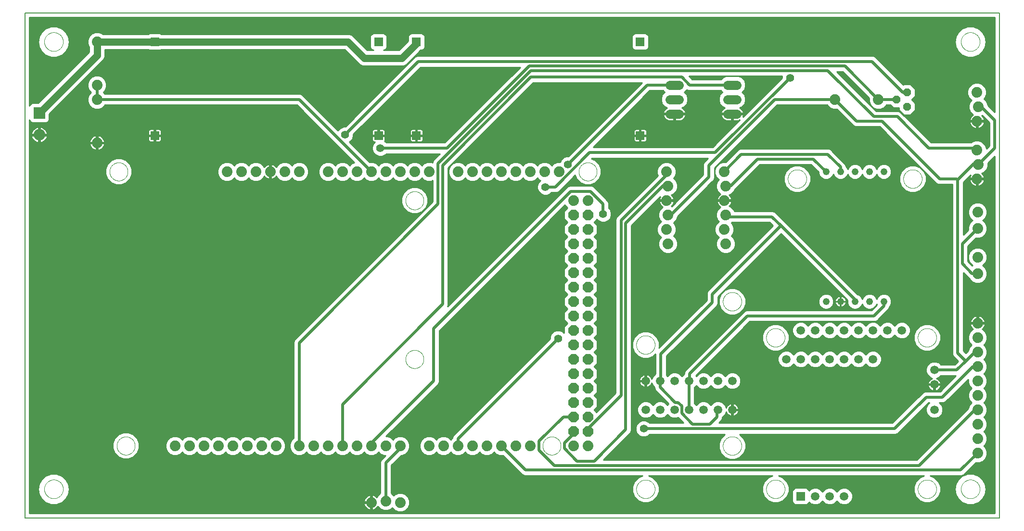
<source format=gtl>
G75*
%MOIN*%
%OFA0B0*%
%FSLAX25Y25*%
%IPPOS*%
%LPD*%
%AMOC8*
5,1,8,0,0,1.08239X$1,22.5*
%
%ADD10C,0.00600*%
%ADD11R,0.08000X0.08000*%
%ADD12C,0.08000*%
%ADD13R,0.05943X0.05943*%
%ADD14C,0.07400*%
%ADD15OC8,0.07400*%
%ADD16C,0.00000*%
%ADD17OC8,0.05600*%
%ADD18C,0.05943*%
%ADD19C,0.06400*%
%ADD20C,0.04762*%
%ADD21C,0.05000*%
%ADD22C,0.02000*%
%ADD23C,0.01000*%
%ADD24C,0.05540*%
D10*
X0050842Y0001300D02*
X0050842Y0351300D01*
X0725842Y0351300D01*
X0725842Y0001300D01*
X0050842Y0001300D01*
D11*
X0060842Y0282000D03*
D12*
X0060842Y0266820D03*
D13*
X0140842Y0266300D03*
X0140842Y0331300D03*
X0295842Y0331300D03*
X0322092Y0331300D03*
X0322092Y0266300D03*
X0295842Y0266300D03*
X0477092Y0266300D03*
X0477092Y0331300D03*
X0588342Y0016300D03*
D14*
X0710842Y0046300D03*
X0710842Y0056300D03*
X0710842Y0066300D03*
X0710842Y0076300D03*
X0710842Y0086300D03*
X0710842Y0096300D03*
X0710842Y0106300D03*
X0710842Y0116300D03*
X0710842Y0126300D03*
X0710842Y0136300D03*
X0710842Y0170600D03*
X0710842Y0182000D03*
X0710842Y0201850D03*
X0710842Y0213250D03*
X0710342Y0236300D03*
X0711342Y0246300D03*
X0710342Y0256300D03*
X0710342Y0276300D03*
X0711342Y0286300D03*
X0710342Y0296300D03*
X0642092Y0291300D03*
X0612092Y0291300D03*
X0535342Y0241300D03*
X0536342Y0231300D03*
X0535342Y0221300D03*
X0536342Y0211300D03*
X0535342Y0201300D03*
X0536342Y0191300D03*
X0496342Y0191300D03*
X0495342Y0201300D03*
X0496342Y0211300D03*
X0495342Y0221300D03*
X0496342Y0231300D03*
X0495342Y0241300D03*
X0440842Y0221300D03*
X0430842Y0221300D03*
X0420842Y0241300D03*
X0410842Y0241300D03*
X0400842Y0241300D03*
X0390842Y0241300D03*
X0380842Y0241300D03*
X0370842Y0241300D03*
X0360842Y0241300D03*
X0350842Y0241300D03*
X0330842Y0241300D03*
X0320842Y0241300D03*
X0310842Y0241300D03*
X0300842Y0241300D03*
X0290842Y0241300D03*
X0280842Y0241300D03*
X0270842Y0241300D03*
X0260842Y0241300D03*
X0240842Y0241300D03*
X0230842Y0241300D03*
X0220842Y0241300D03*
X0210842Y0241300D03*
X0200842Y0241300D03*
X0190842Y0241300D03*
X0100842Y0261300D03*
X0100842Y0291300D03*
X0100842Y0301300D03*
X0100842Y0331300D03*
X0154842Y0051300D03*
X0164842Y0051300D03*
X0174842Y0051300D03*
X0184842Y0051300D03*
X0194842Y0051300D03*
X0204842Y0051300D03*
X0214842Y0051300D03*
X0224842Y0051300D03*
X0240842Y0051300D03*
X0250842Y0051300D03*
X0260842Y0051300D03*
X0270842Y0051300D03*
X0280842Y0051300D03*
X0290842Y0051300D03*
X0300842Y0051300D03*
X0310842Y0051300D03*
X0330842Y0051300D03*
X0340842Y0051300D03*
X0350842Y0051300D03*
X0360842Y0051300D03*
X0370842Y0051300D03*
X0380842Y0051300D03*
X0390842Y0051300D03*
X0400842Y0051300D03*
X0430842Y0051300D03*
X0440842Y0051300D03*
X0310842Y0012050D03*
X0300842Y0013050D03*
X0290842Y0012050D03*
D15*
X0430842Y0061300D03*
X0440842Y0061300D03*
X0440842Y0071300D03*
X0430842Y0071300D03*
X0430842Y0081300D03*
X0440842Y0081300D03*
X0440842Y0091300D03*
X0430842Y0091300D03*
X0430842Y0101300D03*
X0440842Y0101300D03*
X0440842Y0111300D03*
X0430842Y0111300D03*
X0430842Y0121300D03*
X0440842Y0121300D03*
X0440842Y0131300D03*
X0430842Y0131300D03*
X0430842Y0141300D03*
X0440842Y0141300D03*
X0440842Y0151300D03*
X0430842Y0151300D03*
X0430842Y0161300D03*
X0440842Y0161300D03*
X0440842Y0171300D03*
X0430842Y0171300D03*
X0430842Y0181300D03*
X0440842Y0181300D03*
X0440842Y0191300D03*
X0430842Y0191300D03*
X0430842Y0201300D03*
X0440842Y0201300D03*
X0440842Y0211300D03*
X0430842Y0211300D03*
D16*
X0434543Y0241300D02*
X0434545Y0241458D01*
X0434551Y0241616D01*
X0434561Y0241774D01*
X0434575Y0241932D01*
X0434593Y0242089D01*
X0434614Y0242246D01*
X0434640Y0242402D01*
X0434670Y0242558D01*
X0434703Y0242713D01*
X0434741Y0242866D01*
X0434782Y0243019D01*
X0434827Y0243171D01*
X0434876Y0243322D01*
X0434929Y0243471D01*
X0434985Y0243619D01*
X0435045Y0243765D01*
X0435109Y0243910D01*
X0435177Y0244053D01*
X0435248Y0244195D01*
X0435322Y0244335D01*
X0435400Y0244472D01*
X0435482Y0244608D01*
X0435566Y0244742D01*
X0435655Y0244873D01*
X0435746Y0245002D01*
X0435841Y0245129D01*
X0435938Y0245254D01*
X0436039Y0245376D01*
X0436143Y0245495D01*
X0436250Y0245612D01*
X0436360Y0245726D01*
X0436473Y0245837D01*
X0436588Y0245946D01*
X0436706Y0246051D01*
X0436827Y0246153D01*
X0436950Y0246253D01*
X0437076Y0246349D01*
X0437204Y0246442D01*
X0437334Y0246532D01*
X0437467Y0246618D01*
X0437602Y0246702D01*
X0437738Y0246781D01*
X0437877Y0246858D01*
X0438018Y0246930D01*
X0438160Y0247000D01*
X0438304Y0247065D01*
X0438450Y0247127D01*
X0438597Y0247185D01*
X0438746Y0247240D01*
X0438896Y0247291D01*
X0439047Y0247338D01*
X0439199Y0247381D01*
X0439352Y0247420D01*
X0439507Y0247456D01*
X0439662Y0247487D01*
X0439818Y0247515D01*
X0439974Y0247539D01*
X0440131Y0247559D01*
X0440289Y0247575D01*
X0440446Y0247587D01*
X0440605Y0247595D01*
X0440763Y0247599D01*
X0440921Y0247599D01*
X0441079Y0247595D01*
X0441238Y0247587D01*
X0441395Y0247575D01*
X0441553Y0247559D01*
X0441710Y0247539D01*
X0441866Y0247515D01*
X0442022Y0247487D01*
X0442177Y0247456D01*
X0442332Y0247420D01*
X0442485Y0247381D01*
X0442637Y0247338D01*
X0442788Y0247291D01*
X0442938Y0247240D01*
X0443087Y0247185D01*
X0443234Y0247127D01*
X0443380Y0247065D01*
X0443524Y0247000D01*
X0443666Y0246930D01*
X0443807Y0246858D01*
X0443946Y0246781D01*
X0444082Y0246702D01*
X0444217Y0246618D01*
X0444350Y0246532D01*
X0444480Y0246442D01*
X0444608Y0246349D01*
X0444734Y0246253D01*
X0444857Y0246153D01*
X0444978Y0246051D01*
X0445096Y0245946D01*
X0445211Y0245837D01*
X0445324Y0245726D01*
X0445434Y0245612D01*
X0445541Y0245495D01*
X0445645Y0245376D01*
X0445746Y0245254D01*
X0445843Y0245129D01*
X0445938Y0245002D01*
X0446029Y0244873D01*
X0446118Y0244742D01*
X0446202Y0244608D01*
X0446284Y0244472D01*
X0446362Y0244335D01*
X0446436Y0244195D01*
X0446507Y0244053D01*
X0446575Y0243910D01*
X0446639Y0243765D01*
X0446699Y0243619D01*
X0446755Y0243471D01*
X0446808Y0243322D01*
X0446857Y0243171D01*
X0446902Y0243019D01*
X0446943Y0242866D01*
X0446981Y0242713D01*
X0447014Y0242558D01*
X0447044Y0242402D01*
X0447070Y0242246D01*
X0447091Y0242089D01*
X0447109Y0241932D01*
X0447123Y0241774D01*
X0447133Y0241616D01*
X0447139Y0241458D01*
X0447141Y0241300D01*
X0447139Y0241142D01*
X0447133Y0240984D01*
X0447123Y0240826D01*
X0447109Y0240668D01*
X0447091Y0240511D01*
X0447070Y0240354D01*
X0447044Y0240198D01*
X0447014Y0240042D01*
X0446981Y0239887D01*
X0446943Y0239734D01*
X0446902Y0239581D01*
X0446857Y0239429D01*
X0446808Y0239278D01*
X0446755Y0239129D01*
X0446699Y0238981D01*
X0446639Y0238835D01*
X0446575Y0238690D01*
X0446507Y0238547D01*
X0446436Y0238405D01*
X0446362Y0238265D01*
X0446284Y0238128D01*
X0446202Y0237992D01*
X0446118Y0237858D01*
X0446029Y0237727D01*
X0445938Y0237598D01*
X0445843Y0237471D01*
X0445746Y0237346D01*
X0445645Y0237224D01*
X0445541Y0237105D01*
X0445434Y0236988D01*
X0445324Y0236874D01*
X0445211Y0236763D01*
X0445096Y0236654D01*
X0444978Y0236549D01*
X0444857Y0236447D01*
X0444734Y0236347D01*
X0444608Y0236251D01*
X0444480Y0236158D01*
X0444350Y0236068D01*
X0444217Y0235982D01*
X0444082Y0235898D01*
X0443946Y0235819D01*
X0443807Y0235742D01*
X0443666Y0235670D01*
X0443524Y0235600D01*
X0443380Y0235535D01*
X0443234Y0235473D01*
X0443087Y0235415D01*
X0442938Y0235360D01*
X0442788Y0235309D01*
X0442637Y0235262D01*
X0442485Y0235219D01*
X0442332Y0235180D01*
X0442177Y0235144D01*
X0442022Y0235113D01*
X0441866Y0235085D01*
X0441710Y0235061D01*
X0441553Y0235041D01*
X0441395Y0235025D01*
X0441238Y0235013D01*
X0441079Y0235005D01*
X0440921Y0235001D01*
X0440763Y0235001D01*
X0440605Y0235005D01*
X0440446Y0235013D01*
X0440289Y0235025D01*
X0440131Y0235041D01*
X0439974Y0235061D01*
X0439818Y0235085D01*
X0439662Y0235113D01*
X0439507Y0235144D01*
X0439352Y0235180D01*
X0439199Y0235219D01*
X0439047Y0235262D01*
X0438896Y0235309D01*
X0438746Y0235360D01*
X0438597Y0235415D01*
X0438450Y0235473D01*
X0438304Y0235535D01*
X0438160Y0235600D01*
X0438018Y0235670D01*
X0437877Y0235742D01*
X0437738Y0235819D01*
X0437602Y0235898D01*
X0437467Y0235982D01*
X0437334Y0236068D01*
X0437204Y0236158D01*
X0437076Y0236251D01*
X0436950Y0236347D01*
X0436827Y0236447D01*
X0436706Y0236549D01*
X0436588Y0236654D01*
X0436473Y0236763D01*
X0436360Y0236874D01*
X0436250Y0236988D01*
X0436143Y0237105D01*
X0436039Y0237224D01*
X0435938Y0237346D01*
X0435841Y0237471D01*
X0435746Y0237598D01*
X0435655Y0237727D01*
X0435566Y0237858D01*
X0435482Y0237992D01*
X0435400Y0238128D01*
X0435322Y0238265D01*
X0435248Y0238405D01*
X0435177Y0238547D01*
X0435109Y0238690D01*
X0435045Y0238835D01*
X0434985Y0238981D01*
X0434929Y0239129D01*
X0434876Y0239278D01*
X0434827Y0239429D01*
X0434782Y0239581D01*
X0434741Y0239734D01*
X0434703Y0239887D01*
X0434670Y0240042D01*
X0434640Y0240198D01*
X0434614Y0240354D01*
X0434593Y0240511D01*
X0434575Y0240668D01*
X0434561Y0240826D01*
X0434551Y0240984D01*
X0434545Y0241142D01*
X0434543Y0241300D01*
X0314543Y0221300D02*
X0314545Y0221458D01*
X0314551Y0221616D01*
X0314561Y0221774D01*
X0314575Y0221932D01*
X0314593Y0222089D01*
X0314614Y0222246D01*
X0314640Y0222402D01*
X0314670Y0222558D01*
X0314703Y0222713D01*
X0314741Y0222866D01*
X0314782Y0223019D01*
X0314827Y0223171D01*
X0314876Y0223322D01*
X0314929Y0223471D01*
X0314985Y0223619D01*
X0315045Y0223765D01*
X0315109Y0223910D01*
X0315177Y0224053D01*
X0315248Y0224195D01*
X0315322Y0224335D01*
X0315400Y0224472D01*
X0315482Y0224608D01*
X0315566Y0224742D01*
X0315655Y0224873D01*
X0315746Y0225002D01*
X0315841Y0225129D01*
X0315938Y0225254D01*
X0316039Y0225376D01*
X0316143Y0225495D01*
X0316250Y0225612D01*
X0316360Y0225726D01*
X0316473Y0225837D01*
X0316588Y0225946D01*
X0316706Y0226051D01*
X0316827Y0226153D01*
X0316950Y0226253D01*
X0317076Y0226349D01*
X0317204Y0226442D01*
X0317334Y0226532D01*
X0317467Y0226618D01*
X0317602Y0226702D01*
X0317738Y0226781D01*
X0317877Y0226858D01*
X0318018Y0226930D01*
X0318160Y0227000D01*
X0318304Y0227065D01*
X0318450Y0227127D01*
X0318597Y0227185D01*
X0318746Y0227240D01*
X0318896Y0227291D01*
X0319047Y0227338D01*
X0319199Y0227381D01*
X0319352Y0227420D01*
X0319507Y0227456D01*
X0319662Y0227487D01*
X0319818Y0227515D01*
X0319974Y0227539D01*
X0320131Y0227559D01*
X0320289Y0227575D01*
X0320446Y0227587D01*
X0320605Y0227595D01*
X0320763Y0227599D01*
X0320921Y0227599D01*
X0321079Y0227595D01*
X0321238Y0227587D01*
X0321395Y0227575D01*
X0321553Y0227559D01*
X0321710Y0227539D01*
X0321866Y0227515D01*
X0322022Y0227487D01*
X0322177Y0227456D01*
X0322332Y0227420D01*
X0322485Y0227381D01*
X0322637Y0227338D01*
X0322788Y0227291D01*
X0322938Y0227240D01*
X0323087Y0227185D01*
X0323234Y0227127D01*
X0323380Y0227065D01*
X0323524Y0227000D01*
X0323666Y0226930D01*
X0323807Y0226858D01*
X0323946Y0226781D01*
X0324082Y0226702D01*
X0324217Y0226618D01*
X0324350Y0226532D01*
X0324480Y0226442D01*
X0324608Y0226349D01*
X0324734Y0226253D01*
X0324857Y0226153D01*
X0324978Y0226051D01*
X0325096Y0225946D01*
X0325211Y0225837D01*
X0325324Y0225726D01*
X0325434Y0225612D01*
X0325541Y0225495D01*
X0325645Y0225376D01*
X0325746Y0225254D01*
X0325843Y0225129D01*
X0325938Y0225002D01*
X0326029Y0224873D01*
X0326118Y0224742D01*
X0326202Y0224608D01*
X0326284Y0224472D01*
X0326362Y0224335D01*
X0326436Y0224195D01*
X0326507Y0224053D01*
X0326575Y0223910D01*
X0326639Y0223765D01*
X0326699Y0223619D01*
X0326755Y0223471D01*
X0326808Y0223322D01*
X0326857Y0223171D01*
X0326902Y0223019D01*
X0326943Y0222866D01*
X0326981Y0222713D01*
X0327014Y0222558D01*
X0327044Y0222402D01*
X0327070Y0222246D01*
X0327091Y0222089D01*
X0327109Y0221932D01*
X0327123Y0221774D01*
X0327133Y0221616D01*
X0327139Y0221458D01*
X0327141Y0221300D01*
X0327139Y0221142D01*
X0327133Y0220984D01*
X0327123Y0220826D01*
X0327109Y0220668D01*
X0327091Y0220511D01*
X0327070Y0220354D01*
X0327044Y0220198D01*
X0327014Y0220042D01*
X0326981Y0219887D01*
X0326943Y0219734D01*
X0326902Y0219581D01*
X0326857Y0219429D01*
X0326808Y0219278D01*
X0326755Y0219129D01*
X0326699Y0218981D01*
X0326639Y0218835D01*
X0326575Y0218690D01*
X0326507Y0218547D01*
X0326436Y0218405D01*
X0326362Y0218265D01*
X0326284Y0218128D01*
X0326202Y0217992D01*
X0326118Y0217858D01*
X0326029Y0217727D01*
X0325938Y0217598D01*
X0325843Y0217471D01*
X0325746Y0217346D01*
X0325645Y0217224D01*
X0325541Y0217105D01*
X0325434Y0216988D01*
X0325324Y0216874D01*
X0325211Y0216763D01*
X0325096Y0216654D01*
X0324978Y0216549D01*
X0324857Y0216447D01*
X0324734Y0216347D01*
X0324608Y0216251D01*
X0324480Y0216158D01*
X0324350Y0216068D01*
X0324217Y0215982D01*
X0324082Y0215898D01*
X0323946Y0215819D01*
X0323807Y0215742D01*
X0323666Y0215670D01*
X0323524Y0215600D01*
X0323380Y0215535D01*
X0323234Y0215473D01*
X0323087Y0215415D01*
X0322938Y0215360D01*
X0322788Y0215309D01*
X0322637Y0215262D01*
X0322485Y0215219D01*
X0322332Y0215180D01*
X0322177Y0215144D01*
X0322022Y0215113D01*
X0321866Y0215085D01*
X0321710Y0215061D01*
X0321553Y0215041D01*
X0321395Y0215025D01*
X0321238Y0215013D01*
X0321079Y0215005D01*
X0320921Y0215001D01*
X0320763Y0215001D01*
X0320605Y0215005D01*
X0320446Y0215013D01*
X0320289Y0215025D01*
X0320131Y0215041D01*
X0319974Y0215061D01*
X0319818Y0215085D01*
X0319662Y0215113D01*
X0319507Y0215144D01*
X0319352Y0215180D01*
X0319199Y0215219D01*
X0319047Y0215262D01*
X0318896Y0215309D01*
X0318746Y0215360D01*
X0318597Y0215415D01*
X0318450Y0215473D01*
X0318304Y0215535D01*
X0318160Y0215600D01*
X0318018Y0215670D01*
X0317877Y0215742D01*
X0317738Y0215819D01*
X0317602Y0215898D01*
X0317467Y0215982D01*
X0317334Y0216068D01*
X0317204Y0216158D01*
X0317076Y0216251D01*
X0316950Y0216347D01*
X0316827Y0216447D01*
X0316706Y0216549D01*
X0316588Y0216654D01*
X0316473Y0216763D01*
X0316360Y0216874D01*
X0316250Y0216988D01*
X0316143Y0217105D01*
X0316039Y0217224D01*
X0315938Y0217346D01*
X0315841Y0217471D01*
X0315746Y0217598D01*
X0315655Y0217727D01*
X0315566Y0217858D01*
X0315482Y0217992D01*
X0315400Y0218128D01*
X0315322Y0218265D01*
X0315248Y0218405D01*
X0315177Y0218547D01*
X0315109Y0218690D01*
X0315045Y0218835D01*
X0314985Y0218981D01*
X0314929Y0219129D01*
X0314876Y0219278D01*
X0314827Y0219429D01*
X0314782Y0219581D01*
X0314741Y0219734D01*
X0314703Y0219887D01*
X0314670Y0220042D01*
X0314640Y0220198D01*
X0314614Y0220354D01*
X0314593Y0220511D01*
X0314575Y0220668D01*
X0314561Y0220826D01*
X0314551Y0220984D01*
X0314545Y0221142D01*
X0314543Y0221300D01*
X0474417Y0121300D02*
X0474419Y0121460D01*
X0474425Y0121620D01*
X0474435Y0121780D01*
X0474449Y0121940D01*
X0474467Y0122099D01*
X0474489Y0122258D01*
X0474515Y0122416D01*
X0474544Y0122573D01*
X0474578Y0122730D01*
X0474616Y0122885D01*
X0474657Y0123040D01*
X0474702Y0123194D01*
X0474752Y0123346D01*
X0474804Y0123497D01*
X0474861Y0123647D01*
X0474922Y0123796D01*
X0474986Y0123943D01*
X0475053Y0124088D01*
X0475125Y0124231D01*
X0475199Y0124373D01*
X0475278Y0124513D01*
X0475360Y0124650D01*
X0475445Y0124786D01*
X0475533Y0124919D01*
X0475625Y0125051D01*
X0475720Y0125179D01*
X0475819Y0125306D01*
X0475920Y0125430D01*
X0476025Y0125551D01*
X0476132Y0125670D01*
X0476243Y0125786D01*
X0476356Y0125899D01*
X0476472Y0126010D01*
X0476591Y0126117D01*
X0476712Y0126222D01*
X0476836Y0126323D01*
X0476963Y0126422D01*
X0477091Y0126517D01*
X0477223Y0126609D01*
X0477356Y0126697D01*
X0477492Y0126782D01*
X0477630Y0126864D01*
X0477769Y0126943D01*
X0477911Y0127017D01*
X0478054Y0127089D01*
X0478199Y0127156D01*
X0478346Y0127220D01*
X0478495Y0127281D01*
X0478645Y0127338D01*
X0478796Y0127390D01*
X0478948Y0127440D01*
X0479102Y0127485D01*
X0479257Y0127526D01*
X0479412Y0127564D01*
X0479569Y0127598D01*
X0479726Y0127627D01*
X0479884Y0127653D01*
X0480043Y0127675D01*
X0480202Y0127693D01*
X0480362Y0127707D01*
X0480522Y0127717D01*
X0480682Y0127723D01*
X0480842Y0127725D01*
X0481002Y0127723D01*
X0481162Y0127717D01*
X0481322Y0127707D01*
X0481482Y0127693D01*
X0481641Y0127675D01*
X0481800Y0127653D01*
X0481958Y0127627D01*
X0482115Y0127598D01*
X0482272Y0127564D01*
X0482427Y0127526D01*
X0482582Y0127485D01*
X0482736Y0127440D01*
X0482888Y0127390D01*
X0483039Y0127338D01*
X0483189Y0127281D01*
X0483338Y0127220D01*
X0483485Y0127156D01*
X0483630Y0127089D01*
X0483773Y0127017D01*
X0483915Y0126943D01*
X0484055Y0126864D01*
X0484192Y0126782D01*
X0484328Y0126697D01*
X0484461Y0126609D01*
X0484593Y0126517D01*
X0484721Y0126422D01*
X0484848Y0126323D01*
X0484972Y0126222D01*
X0485093Y0126117D01*
X0485212Y0126010D01*
X0485328Y0125899D01*
X0485441Y0125786D01*
X0485552Y0125670D01*
X0485659Y0125551D01*
X0485764Y0125430D01*
X0485865Y0125306D01*
X0485964Y0125179D01*
X0486059Y0125051D01*
X0486151Y0124919D01*
X0486239Y0124786D01*
X0486324Y0124650D01*
X0486406Y0124512D01*
X0486485Y0124373D01*
X0486559Y0124231D01*
X0486631Y0124088D01*
X0486698Y0123943D01*
X0486762Y0123796D01*
X0486823Y0123647D01*
X0486880Y0123497D01*
X0486932Y0123346D01*
X0486982Y0123194D01*
X0487027Y0123040D01*
X0487068Y0122885D01*
X0487106Y0122730D01*
X0487140Y0122573D01*
X0487169Y0122416D01*
X0487195Y0122258D01*
X0487217Y0122099D01*
X0487235Y0121940D01*
X0487249Y0121780D01*
X0487259Y0121620D01*
X0487265Y0121460D01*
X0487267Y0121300D01*
X0487265Y0121140D01*
X0487259Y0120980D01*
X0487249Y0120820D01*
X0487235Y0120660D01*
X0487217Y0120501D01*
X0487195Y0120342D01*
X0487169Y0120184D01*
X0487140Y0120027D01*
X0487106Y0119870D01*
X0487068Y0119715D01*
X0487027Y0119560D01*
X0486982Y0119406D01*
X0486932Y0119254D01*
X0486880Y0119103D01*
X0486823Y0118953D01*
X0486762Y0118804D01*
X0486698Y0118657D01*
X0486631Y0118512D01*
X0486559Y0118369D01*
X0486485Y0118227D01*
X0486406Y0118087D01*
X0486324Y0117950D01*
X0486239Y0117814D01*
X0486151Y0117681D01*
X0486059Y0117549D01*
X0485964Y0117421D01*
X0485865Y0117294D01*
X0485764Y0117170D01*
X0485659Y0117049D01*
X0485552Y0116930D01*
X0485441Y0116814D01*
X0485328Y0116701D01*
X0485212Y0116590D01*
X0485093Y0116483D01*
X0484972Y0116378D01*
X0484848Y0116277D01*
X0484721Y0116178D01*
X0484593Y0116083D01*
X0484461Y0115991D01*
X0484328Y0115903D01*
X0484192Y0115818D01*
X0484054Y0115736D01*
X0483915Y0115657D01*
X0483773Y0115583D01*
X0483630Y0115511D01*
X0483485Y0115444D01*
X0483338Y0115380D01*
X0483189Y0115319D01*
X0483039Y0115262D01*
X0482888Y0115210D01*
X0482736Y0115160D01*
X0482582Y0115115D01*
X0482427Y0115074D01*
X0482272Y0115036D01*
X0482115Y0115002D01*
X0481958Y0114973D01*
X0481800Y0114947D01*
X0481641Y0114925D01*
X0481482Y0114907D01*
X0481322Y0114893D01*
X0481162Y0114883D01*
X0481002Y0114877D01*
X0480842Y0114875D01*
X0480682Y0114877D01*
X0480522Y0114883D01*
X0480362Y0114893D01*
X0480202Y0114907D01*
X0480043Y0114925D01*
X0479884Y0114947D01*
X0479726Y0114973D01*
X0479569Y0115002D01*
X0479412Y0115036D01*
X0479257Y0115074D01*
X0479102Y0115115D01*
X0478948Y0115160D01*
X0478796Y0115210D01*
X0478645Y0115262D01*
X0478495Y0115319D01*
X0478346Y0115380D01*
X0478199Y0115444D01*
X0478054Y0115511D01*
X0477911Y0115583D01*
X0477769Y0115657D01*
X0477629Y0115736D01*
X0477492Y0115818D01*
X0477356Y0115903D01*
X0477223Y0115991D01*
X0477091Y0116083D01*
X0476963Y0116178D01*
X0476836Y0116277D01*
X0476712Y0116378D01*
X0476591Y0116483D01*
X0476472Y0116590D01*
X0476356Y0116701D01*
X0476243Y0116814D01*
X0476132Y0116930D01*
X0476025Y0117049D01*
X0475920Y0117170D01*
X0475819Y0117294D01*
X0475720Y0117421D01*
X0475625Y0117549D01*
X0475533Y0117681D01*
X0475445Y0117814D01*
X0475360Y0117950D01*
X0475278Y0118088D01*
X0475199Y0118227D01*
X0475125Y0118369D01*
X0475053Y0118512D01*
X0474986Y0118657D01*
X0474922Y0118804D01*
X0474861Y0118953D01*
X0474804Y0119103D01*
X0474752Y0119254D01*
X0474702Y0119406D01*
X0474657Y0119560D01*
X0474616Y0119715D01*
X0474578Y0119870D01*
X0474544Y0120027D01*
X0474515Y0120184D01*
X0474489Y0120342D01*
X0474467Y0120501D01*
X0474449Y0120660D01*
X0474435Y0120820D01*
X0474425Y0120980D01*
X0474419Y0121140D01*
X0474417Y0121300D01*
X0534417Y0151300D02*
X0534419Y0151460D01*
X0534425Y0151620D01*
X0534435Y0151780D01*
X0534449Y0151940D01*
X0534467Y0152099D01*
X0534489Y0152258D01*
X0534515Y0152416D01*
X0534544Y0152573D01*
X0534578Y0152730D01*
X0534616Y0152885D01*
X0534657Y0153040D01*
X0534702Y0153194D01*
X0534752Y0153346D01*
X0534804Y0153497D01*
X0534861Y0153647D01*
X0534922Y0153796D01*
X0534986Y0153943D01*
X0535053Y0154088D01*
X0535125Y0154231D01*
X0535199Y0154373D01*
X0535278Y0154513D01*
X0535360Y0154650D01*
X0535445Y0154786D01*
X0535533Y0154919D01*
X0535625Y0155051D01*
X0535720Y0155179D01*
X0535819Y0155306D01*
X0535920Y0155430D01*
X0536025Y0155551D01*
X0536132Y0155670D01*
X0536243Y0155786D01*
X0536356Y0155899D01*
X0536472Y0156010D01*
X0536591Y0156117D01*
X0536712Y0156222D01*
X0536836Y0156323D01*
X0536963Y0156422D01*
X0537091Y0156517D01*
X0537223Y0156609D01*
X0537356Y0156697D01*
X0537492Y0156782D01*
X0537630Y0156864D01*
X0537769Y0156943D01*
X0537911Y0157017D01*
X0538054Y0157089D01*
X0538199Y0157156D01*
X0538346Y0157220D01*
X0538495Y0157281D01*
X0538645Y0157338D01*
X0538796Y0157390D01*
X0538948Y0157440D01*
X0539102Y0157485D01*
X0539257Y0157526D01*
X0539412Y0157564D01*
X0539569Y0157598D01*
X0539726Y0157627D01*
X0539884Y0157653D01*
X0540043Y0157675D01*
X0540202Y0157693D01*
X0540362Y0157707D01*
X0540522Y0157717D01*
X0540682Y0157723D01*
X0540842Y0157725D01*
X0541002Y0157723D01*
X0541162Y0157717D01*
X0541322Y0157707D01*
X0541482Y0157693D01*
X0541641Y0157675D01*
X0541800Y0157653D01*
X0541958Y0157627D01*
X0542115Y0157598D01*
X0542272Y0157564D01*
X0542427Y0157526D01*
X0542582Y0157485D01*
X0542736Y0157440D01*
X0542888Y0157390D01*
X0543039Y0157338D01*
X0543189Y0157281D01*
X0543338Y0157220D01*
X0543485Y0157156D01*
X0543630Y0157089D01*
X0543773Y0157017D01*
X0543915Y0156943D01*
X0544055Y0156864D01*
X0544192Y0156782D01*
X0544328Y0156697D01*
X0544461Y0156609D01*
X0544593Y0156517D01*
X0544721Y0156422D01*
X0544848Y0156323D01*
X0544972Y0156222D01*
X0545093Y0156117D01*
X0545212Y0156010D01*
X0545328Y0155899D01*
X0545441Y0155786D01*
X0545552Y0155670D01*
X0545659Y0155551D01*
X0545764Y0155430D01*
X0545865Y0155306D01*
X0545964Y0155179D01*
X0546059Y0155051D01*
X0546151Y0154919D01*
X0546239Y0154786D01*
X0546324Y0154650D01*
X0546406Y0154512D01*
X0546485Y0154373D01*
X0546559Y0154231D01*
X0546631Y0154088D01*
X0546698Y0153943D01*
X0546762Y0153796D01*
X0546823Y0153647D01*
X0546880Y0153497D01*
X0546932Y0153346D01*
X0546982Y0153194D01*
X0547027Y0153040D01*
X0547068Y0152885D01*
X0547106Y0152730D01*
X0547140Y0152573D01*
X0547169Y0152416D01*
X0547195Y0152258D01*
X0547217Y0152099D01*
X0547235Y0151940D01*
X0547249Y0151780D01*
X0547259Y0151620D01*
X0547265Y0151460D01*
X0547267Y0151300D01*
X0547265Y0151140D01*
X0547259Y0150980D01*
X0547249Y0150820D01*
X0547235Y0150660D01*
X0547217Y0150501D01*
X0547195Y0150342D01*
X0547169Y0150184D01*
X0547140Y0150027D01*
X0547106Y0149870D01*
X0547068Y0149715D01*
X0547027Y0149560D01*
X0546982Y0149406D01*
X0546932Y0149254D01*
X0546880Y0149103D01*
X0546823Y0148953D01*
X0546762Y0148804D01*
X0546698Y0148657D01*
X0546631Y0148512D01*
X0546559Y0148369D01*
X0546485Y0148227D01*
X0546406Y0148087D01*
X0546324Y0147950D01*
X0546239Y0147814D01*
X0546151Y0147681D01*
X0546059Y0147549D01*
X0545964Y0147421D01*
X0545865Y0147294D01*
X0545764Y0147170D01*
X0545659Y0147049D01*
X0545552Y0146930D01*
X0545441Y0146814D01*
X0545328Y0146701D01*
X0545212Y0146590D01*
X0545093Y0146483D01*
X0544972Y0146378D01*
X0544848Y0146277D01*
X0544721Y0146178D01*
X0544593Y0146083D01*
X0544461Y0145991D01*
X0544328Y0145903D01*
X0544192Y0145818D01*
X0544054Y0145736D01*
X0543915Y0145657D01*
X0543773Y0145583D01*
X0543630Y0145511D01*
X0543485Y0145444D01*
X0543338Y0145380D01*
X0543189Y0145319D01*
X0543039Y0145262D01*
X0542888Y0145210D01*
X0542736Y0145160D01*
X0542582Y0145115D01*
X0542427Y0145074D01*
X0542272Y0145036D01*
X0542115Y0145002D01*
X0541958Y0144973D01*
X0541800Y0144947D01*
X0541641Y0144925D01*
X0541482Y0144907D01*
X0541322Y0144893D01*
X0541162Y0144883D01*
X0541002Y0144877D01*
X0540842Y0144875D01*
X0540682Y0144877D01*
X0540522Y0144883D01*
X0540362Y0144893D01*
X0540202Y0144907D01*
X0540043Y0144925D01*
X0539884Y0144947D01*
X0539726Y0144973D01*
X0539569Y0145002D01*
X0539412Y0145036D01*
X0539257Y0145074D01*
X0539102Y0145115D01*
X0538948Y0145160D01*
X0538796Y0145210D01*
X0538645Y0145262D01*
X0538495Y0145319D01*
X0538346Y0145380D01*
X0538199Y0145444D01*
X0538054Y0145511D01*
X0537911Y0145583D01*
X0537769Y0145657D01*
X0537629Y0145736D01*
X0537492Y0145818D01*
X0537356Y0145903D01*
X0537223Y0145991D01*
X0537091Y0146083D01*
X0536963Y0146178D01*
X0536836Y0146277D01*
X0536712Y0146378D01*
X0536591Y0146483D01*
X0536472Y0146590D01*
X0536356Y0146701D01*
X0536243Y0146814D01*
X0536132Y0146930D01*
X0536025Y0147049D01*
X0535920Y0147170D01*
X0535819Y0147294D01*
X0535720Y0147421D01*
X0535625Y0147549D01*
X0535533Y0147681D01*
X0535445Y0147814D01*
X0535360Y0147950D01*
X0535278Y0148088D01*
X0535199Y0148227D01*
X0535125Y0148369D01*
X0535053Y0148512D01*
X0534986Y0148657D01*
X0534922Y0148804D01*
X0534861Y0148953D01*
X0534804Y0149103D01*
X0534752Y0149254D01*
X0534702Y0149406D01*
X0534657Y0149560D01*
X0534616Y0149715D01*
X0534578Y0149870D01*
X0534544Y0150027D01*
X0534515Y0150184D01*
X0534489Y0150342D01*
X0534467Y0150501D01*
X0534449Y0150660D01*
X0534435Y0150820D01*
X0534425Y0150980D01*
X0534419Y0151140D01*
X0534417Y0151300D01*
X0564417Y0126300D02*
X0564419Y0126460D01*
X0564425Y0126620D01*
X0564435Y0126780D01*
X0564449Y0126940D01*
X0564467Y0127099D01*
X0564489Y0127258D01*
X0564515Y0127416D01*
X0564544Y0127573D01*
X0564578Y0127730D01*
X0564616Y0127885D01*
X0564657Y0128040D01*
X0564702Y0128194D01*
X0564752Y0128346D01*
X0564804Y0128497D01*
X0564861Y0128647D01*
X0564922Y0128796D01*
X0564986Y0128943D01*
X0565053Y0129088D01*
X0565125Y0129231D01*
X0565199Y0129373D01*
X0565278Y0129513D01*
X0565360Y0129650D01*
X0565445Y0129786D01*
X0565533Y0129919D01*
X0565625Y0130051D01*
X0565720Y0130179D01*
X0565819Y0130306D01*
X0565920Y0130430D01*
X0566025Y0130551D01*
X0566132Y0130670D01*
X0566243Y0130786D01*
X0566356Y0130899D01*
X0566472Y0131010D01*
X0566591Y0131117D01*
X0566712Y0131222D01*
X0566836Y0131323D01*
X0566963Y0131422D01*
X0567091Y0131517D01*
X0567223Y0131609D01*
X0567356Y0131697D01*
X0567492Y0131782D01*
X0567630Y0131864D01*
X0567769Y0131943D01*
X0567911Y0132017D01*
X0568054Y0132089D01*
X0568199Y0132156D01*
X0568346Y0132220D01*
X0568495Y0132281D01*
X0568645Y0132338D01*
X0568796Y0132390D01*
X0568948Y0132440D01*
X0569102Y0132485D01*
X0569257Y0132526D01*
X0569412Y0132564D01*
X0569569Y0132598D01*
X0569726Y0132627D01*
X0569884Y0132653D01*
X0570043Y0132675D01*
X0570202Y0132693D01*
X0570362Y0132707D01*
X0570522Y0132717D01*
X0570682Y0132723D01*
X0570842Y0132725D01*
X0571002Y0132723D01*
X0571162Y0132717D01*
X0571322Y0132707D01*
X0571482Y0132693D01*
X0571641Y0132675D01*
X0571800Y0132653D01*
X0571958Y0132627D01*
X0572115Y0132598D01*
X0572272Y0132564D01*
X0572427Y0132526D01*
X0572582Y0132485D01*
X0572736Y0132440D01*
X0572888Y0132390D01*
X0573039Y0132338D01*
X0573189Y0132281D01*
X0573338Y0132220D01*
X0573485Y0132156D01*
X0573630Y0132089D01*
X0573773Y0132017D01*
X0573915Y0131943D01*
X0574055Y0131864D01*
X0574192Y0131782D01*
X0574328Y0131697D01*
X0574461Y0131609D01*
X0574593Y0131517D01*
X0574721Y0131422D01*
X0574848Y0131323D01*
X0574972Y0131222D01*
X0575093Y0131117D01*
X0575212Y0131010D01*
X0575328Y0130899D01*
X0575441Y0130786D01*
X0575552Y0130670D01*
X0575659Y0130551D01*
X0575764Y0130430D01*
X0575865Y0130306D01*
X0575964Y0130179D01*
X0576059Y0130051D01*
X0576151Y0129919D01*
X0576239Y0129786D01*
X0576324Y0129650D01*
X0576406Y0129512D01*
X0576485Y0129373D01*
X0576559Y0129231D01*
X0576631Y0129088D01*
X0576698Y0128943D01*
X0576762Y0128796D01*
X0576823Y0128647D01*
X0576880Y0128497D01*
X0576932Y0128346D01*
X0576982Y0128194D01*
X0577027Y0128040D01*
X0577068Y0127885D01*
X0577106Y0127730D01*
X0577140Y0127573D01*
X0577169Y0127416D01*
X0577195Y0127258D01*
X0577217Y0127099D01*
X0577235Y0126940D01*
X0577249Y0126780D01*
X0577259Y0126620D01*
X0577265Y0126460D01*
X0577267Y0126300D01*
X0577265Y0126140D01*
X0577259Y0125980D01*
X0577249Y0125820D01*
X0577235Y0125660D01*
X0577217Y0125501D01*
X0577195Y0125342D01*
X0577169Y0125184D01*
X0577140Y0125027D01*
X0577106Y0124870D01*
X0577068Y0124715D01*
X0577027Y0124560D01*
X0576982Y0124406D01*
X0576932Y0124254D01*
X0576880Y0124103D01*
X0576823Y0123953D01*
X0576762Y0123804D01*
X0576698Y0123657D01*
X0576631Y0123512D01*
X0576559Y0123369D01*
X0576485Y0123227D01*
X0576406Y0123087D01*
X0576324Y0122950D01*
X0576239Y0122814D01*
X0576151Y0122681D01*
X0576059Y0122549D01*
X0575964Y0122421D01*
X0575865Y0122294D01*
X0575764Y0122170D01*
X0575659Y0122049D01*
X0575552Y0121930D01*
X0575441Y0121814D01*
X0575328Y0121701D01*
X0575212Y0121590D01*
X0575093Y0121483D01*
X0574972Y0121378D01*
X0574848Y0121277D01*
X0574721Y0121178D01*
X0574593Y0121083D01*
X0574461Y0120991D01*
X0574328Y0120903D01*
X0574192Y0120818D01*
X0574054Y0120736D01*
X0573915Y0120657D01*
X0573773Y0120583D01*
X0573630Y0120511D01*
X0573485Y0120444D01*
X0573338Y0120380D01*
X0573189Y0120319D01*
X0573039Y0120262D01*
X0572888Y0120210D01*
X0572736Y0120160D01*
X0572582Y0120115D01*
X0572427Y0120074D01*
X0572272Y0120036D01*
X0572115Y0120002D01*
X0571958Y0119973D01*
X0571800Y0119947D01*
X0571641Y0119925D01*
X0571482Y0119907D01*
X0571322Y0119893D01*
X0571162Y0119883D01*
X0571002Y0119877D01*
X0570842Y0119875D01*
X0570682Y0119877D01*
X0570522Y0119883D01*
X0570362Y0119893D01*
X0570202Y0119907D01*
X0570043Y0119925D01*
X0569884Y0119947D01*
X0569726Y0119973D01*
X0569569Y0120002D01*
X0569412Y0120036D01*
X0569257Y0120074D01*
X0569102Y0120115D01*
X0568948Y0120160D01*
X0568796Y0120210D01*
X0568645Y0120262D01*
X0568495Y0120319D01*
X0568346Y0120380D01*
X0568199Y0120444D01*
X0568054Y0120511D01*
X0567911Y0120583D01*
X0567769Y0120657D01*
X0567629Y0120736D01*
X0567492Y0120818D01*
X0567356Y0120903D01*
X0567223Y0120991D01*
X0567091Y0121083D01*
X0566963Y0121178D01*
X0566836Y0121277D01*
X0566712Y0121378D01*
X0566591Y0121483D01*
X0566472Y0121590D01*
X0566356Y0121701D01*
X0566243Y0121814D01*
X0566132Y0121930D01*
X0566025Y0122049D01*
X0565920Y0122170D01*
X0565819Y0122294D01*
X0565720Y0122421D01*
X0565625Y0122549D01*
X0565533Y0122681D01*
X0565445Y0122814D01*
X0565360Y0122950D01*
X0565278Y0123088D01*
X0565199Y0123227D01*
X0565125Y0123369D01*
X0565053Y0123512D01*
X0564986Y0123657D01*
X0564922Y0123804D01*
X0564861Y0123953D01*
X0564804Y0124103D01*
X0564752Y0124254D01*
X0564702Y0124406D01*
X0564657Y0124560D01*
X0564616Y0124715D01*
X0564578Y0124870D01*
X0564544Y0125027D01*
X0564515Y0125184D01*
X0564489Y0125342D01*
X0564467Y0125501D01*
X0564449Y0125660D01*
X0564435Y0125820D01*
X0564425Y0125980D01*
X0564419Y0126140D01*
X0564417Y0126300D01*
X0669417Y0126300D02*
X0669419Y0126460D01*
X0669425Y0126620D01*
X0669435Y0126780D01*
X0669449Y0126940D01*
X0669467Y0127099D01*
X0669489Y0127258D01*
X0669515Y0127416D01*
X0669544Y0127573D01*
X0669578Y0127730D01*
X0669616Y0127885D01*
X0669657Y0128040D01*
X0669702Y0128194D01*
X0669752Y0128346D01*
X0669804Y0128497D01*
X0669861Y0128647D01*
X0669922Y0128796D01*
X0669986Y0128943D01*
X0670053Y0129088D01*
X0670125Y0129231D01*
X0670199Y0129373D01*
X0670278Y0129513D01*
X0670360Y0129650D01*
X0670445Y0129786D01*
X0670533Y0129919D01*
X0670625Y0130051D01*
X0670720Y0130179D01*
X0670819Y0130306D01*
X0670920Y0130430D01*
X0671025Y0130551D01*
X0671132Y0130670D01*
X0671243Y0130786D01*
X0671356Y0130899D01*
X0671472Y0131010D01*
X0671591Y0131117D01*
X0671712Y0131222D01*
X0671836Y0131323D01*
X0671963Y0131422D01*
X0672091Y0131517D01*
X0672223Y0131609D01*
X0672356Y0131697D01*
X0672492Y0131782D01*
X0672630Y0131864D01*
X0672769Y0131943D01*
X0672911Y0132017D01*
X0673054Y0132089D01*
X0673199Y0132156D01*
X0673346Y0132220D01*
X0673495Y0132281D01*
X0673645Y0132338D01*
X0673796Y0132390D01*
X0673948Y0132440D01*
X0674102Y0132485D01*
X0674257Y0132526D01*
X0674412Y0132564D01*
X0674569Y0132598D01*
X0674726Y0132627D01*
X0674884Y0132653D01*
X0675043Y0132675D01*
X0675202Y0132693D01*
X0675362Y0132707D01*
X0675522Y0132717D01*
X0675682Y0132723D01*
X0675842Y0132725D01*
X0676002Y0132723D01*
X0676162Y0132717D01*
X0676322Y0132707D01*
X0676482Y0132693D01*
X0676641Y0132675D01*
X0676800Y0132653D01*
X0676958Y0132627D01*
X0677115Y0132598D01*
X0677272Y0132564D01*
X0677427Y0132526D01*
X0677582Y0132485D01*
X0677736Y0132440D01*
X0677888Y0132390D01*
X0678039Y0132338D01*
X0678189Y0132281D01*
X0678338Y0132220D01*
X0678485Y0132156D01*
X0678630Y0132089D01*
X0678773Y0132017D01*
X0678915Y0131943D01*
X0679055Y0131864D01*
X0679192Y0131782D01*
X0679328Y0131697D01*
X0679461Y0131609D01*
X0679593Y0131517D01*
X0679721Y0131422D01*
X0679848Y0131323D01*
X0679972Y0131222D01*
X0680093Y0131117D01*
X0680212Y0131010D01*
X0680328Y0130899D01*
X0680441Y0130786D01*
X0680552Y0130670D01*
X0680659Y0130551D01*
X0680764Y0130430D01*
X0680865Y0130306D01*
X0680964Y0130179D01*
X0681059Y0130051D01*
X0681151Y0129919D01*
X0681239Y0129786D01*
X0681324Y0129650D01*
X0681406Y0129512D01*
X0681485Y0129373D01*
X0681559Y0129231D01*
X0681631Y0129088D01*
X0681698Y0128943D01*
X0681762Y0128796D01*
X0681823Y0128647D01*
X0681880Y0128497D01*
X0681932Y0128346D01*
X0681982Y0128194D01*
X0682027Y0128040D01*
X0682068Y0127885D01*
X0682106Y0127730D01*
X0682140Y0127573D01*
X0682169Y0127416D01*
X0682195Y0127258D01*
X0682217Y0127099D01*
X0682235Y0126940D01*
X0682249Y0126780D01*
X0682259Y0126620D01*
X0682265Y0126460D01*
X0682267Y0126300D01*
X0682265Y0126140D01*
X0682259Y0125980D01*
X0682249Y0125820D01*
X0682235Y0125660D01*
X0682217Y0125501D01*
X0682195Y0125342D01*
X0682169Y0125184D01*
X0682140Y0125027D01*
X0682106Y0124870D01*
X0682068Y0124715D01*
X0682027Y0124560D01*
X0681982Y0124406D01*
X0681932Y0124254D01*
X0681880Y0124103D01*
X0681823Y0123953D01*
X0681762Y0123804D01*
X0681698Y0123657D01*
X0681631Y0123512D01*
X0681559Y0123369D01*
X0681485Y0123227D01*
X0681406Y0123087D01*
X0681324Y0122950D01*
X0681239Y0122814D01*
X0681151Y0122681D01*
X0681059Y0122549D01*
X0680964Y0122421D01*
X0680865Y0122294D01*
X0680764Y0122170D01*
X0680659Y0122049D01*
X0680552Y0121930D01*
X0680441Y0121814D01*
X0680328Y0121701D01*
X0680212Y0121590D01*
X0680093Y0121483D01*
X0679972Y0121378D01*
X0679848Y0121277D01*
X0679721Y0121178D01*
X0679593Y0121083D01*
X0679461Y0120991D01*
X0679328Y0120903D01*
X0679192Y0120818D01*
X0679054Y0120736D01*
X0678915Y0120657D01*
X0678773Y0120583D01*
X0678630Y0120511D01*
X0678485Y0120444D01*
X0678338Y0120380D01*
X0678189Y0120319D01*
X0678039Y0120262D01*
X0677888Y0120210D01*
X0677736Y0120160D01*
X0677582Y0120115D01*
X0677427Y0120074D01*
X0677272Y0120036D01*
X0677115Y0120002D01*
X0676958Y0119973D01*
X0676800Y0119947D01*
X0676641Y0119925D01*
X0676482Y0119907D01*
X0676322Y0119893D01*
X0676162Y0119883D01*
X0676002Y0119877D01*
X0675842Y0119875D01*
X0675682Y0119877D01*
X0675522Y0119883D01*
X0675362Y0119893D01*
X0675202Y0119907D01*
X0675043Y0119925D01*
X0674884Y0119947D01*
X0674726Y0119973D01*
X0674569Y0120002D01*
X0674412Y0120036D01*
X0674257Y0120074D01*
X0674102Y0120115D01*
X0673948Y0120160D01*
X0673796Y0120210D01*
X0673645Y0120262D01*
X0673495Y0120319D01*
X0673346Y0120380D01*
X0673199Y0120444D01*
X0673054Y0120511D01*
X0672911Y0120583D01*
X0672769Y0120657D01*
X0672629Y0120736D01*
X0672492Y0120818D01*
X0672356Y0120903D01*
X0672223Y0120991D01*
X0672091Y0121083D01*
X0671963Y0121178D01*
X0671836Y0121277D01*
X0671712Y0121378D01*
X0671591Y0121483D01*
X0671472Y0121590D01*
X0671356Y0121701D01*
X0671243Y0121814D01*
X0671132Y0121930D01*
X0671025Y0122049D01*
X0670920Y0122170D01*
X0670819Y0122294D01*
X0670720Y0122421D01*
X0670625Y0122549D01*
X0670533Y0122681D01*
X0670445Y0122814D01*
X0670360Y0122950D01*
X0670278Y0123088D01*
X0670199Y0123227D01*
X0670125Y0123369D01*
X0670053Y0123512D01*
X0669986Y0123657D01*
X0669922Y0123804D01*
X0669861Y0123953D01*
X0669804Y0124103D01*
X0669752Y0124254D01*
X0669702Y0124406D01*
X0669657Y0124560D01*
X0669616Y0124715D01*
X0669578Y0124870D01*
X0669544Y0125027D01*
X0669515Y0125184D01*
X0669489Y0125342D01*
X0669467Y0125501D01*
X0669449Y0125660D01*
X0669435Y0125820D01*
X0669425Y0125980D01*
X0669419Y0126140D01*
X0669417Y0126300D01*
X0534417Y0051300D02*
X0534419Y0051460D01*
X0534425Y0051620D01*
X0534435Y0051780D01*
X0534449Y0051940D01*
X0534467Y0052099D01*
X0534489Y0052258D01*
X0534515Y0052416D01*
X0534544Y0052573D01*
X0534578Y0052730D01*
X0534616Y0052885D01*
X0534657Y0053040D01*
X0534702Y0053194D01*
X0534752Y0053346D01*
X0534804Y0053497D01*
X0534861Y0053647D01*
X0534922Y0053796D01*
X0534986Y0053943D01*
X0535053Y0054088D01*
X0535125Y0054231D01*
X0535199Y0054373D01*
X0535278Y0054513D01*
X0535360Y0054650D01*
X0535445Y0054786D01*
X0535533Y0054919D01*
X0535625Y0055051D01*
X0535720Y0055179D01*
X0535819Y0055306D01*
X0535920Y0055430D01*
X0536025Y0055551D01*
X0536132Y0055670D01*
X0536243Y0055786D01*
X0536356Y0055899D01*
X0536472Y0056010D01*
X0536591Y0056117D01*
X0536712Y0056222D01*
X0536836Y0056323D01*
X0536963Y0056422D01*
X0537091Y0056517D01*
X0537223Y0056609D01*
X0537356Y0056697D01*
X0537492Y0056782D01*
X0537630Y0056864D01*
X0537769Y0056943D01*
X0537911Y0057017D01*
X0538054Y0057089D01*
X0538199Y0057156D01*
X0538346Y0057220D01*
X0538495Y0057281D01*
X0538645Y0057338D01*
X0538796Y0057390D01*
X0538948Y0057440D01*
X0539102Y0057485D01*
X0539257Y0057526D01*
X0539412Y0057564D01*
X0539569Y0057598D01*
X0539726Y0057627D01*
X0539884Y0057653D01*
X0540043Y0057675D01*
X0540202Y0057693D01*
X0540362Y0057707D01*
X0540522Y0057717D01*
X0540682Y0057723D01*
X0540842Y0057725D01*
X0541002Y0057723D01*
X0541162Y0057717D01*
X0541322Y0057707D01*
X0541482Y0057693D01*
X0541641Y0057675D01*
X0541800Y0057653D01*
X0541958Y0057627D01*
X0542115Y0057598D01*
X0542272Y0057564D01*
X0542427Y0057526D01*
X0542582Y0057485D01*
X0542736Y0057440D01*
X0542888Y0057390D01*
X0543039Y0057338D01*
X0543189Y0057281D01*
X0543338Y0057220D01*
X0543485Y0057156D01*
X0543630Y0057089D01*
X0543773Y0057017D01*
X0543915Y0056943D01*
X0544055Y0056864D01*
X0544192Y0056782D01*
X0544328Y0056697D01*
X0544461Y0056609D01*
X0544593Y0056517D01*
X0544721Y0056422D01*
X0544848Y0056323D01*
X0544972Y0056222D01*
X0545093Y0056117D01*
X0545212Y0056010D01*
X0545328Y0055899D01*
X0545441Y0055786D01*
X0545552Y0055670D01*
X0545659Y0055551D01*
X0545764Y0055430D01*
X0545865Y0055306D01*
X0545964Y0055179D01*
X0546059Y0055051D01*
X0546151Y0054919D01*
X0546239Y0054786D01*
X0546324Y0054650D01*
X0546406Y0054512D01*
X0546485Y0054373D01*
X0546559Y0054231D01*
X0546631Y0054088D01*
X0546698Y0053943D01*
X0546762Y0053796D01*
X0546823Y0053647D01*
X0546880Y0053497D01*
X0546932Y0053346D01*
X0546982Y0053194D01*
X0547027Y0053040D01*
X0547068Y0052885D01*
X0547106Y0052730D01*
X0547140Y0052573D01*
X0547169Y0052416D01*
X0547195Y0052258D01*
X0547217Y0052099D01*
X0547235Y0051940D01*
X0547249Y0051780D01*
X0547259Y0051620D01*
X0547265Y0051460D01*
X0547267Y0051300D01*
X0547265Y0051140D01*
X0547259Y0050980D01*
X0547249Y0050820D01*
X0547235Y0050660D01*
X0547217Y0050501D01*
X0547195Y0050342D01*
X0547169Y0050184D01*
X0547140Y0050027D01*
X0547106Y0049870D01*
X0547068Y0049715D01*
X0547027Y0049560D01*
X0546982Y0049406D01*
X0546932Y0049254D01*
X0546880Y0049103D01*
X0546823Y0048953D01*
X0546762Y0048804D01*
X0546698Y0048657D01*
X0546631Y0048512D01*
X0546559Y0048369D01*
X0546485Y0048227D01*
X0546406Y0048087D01*
X0546324Y0047950D01*
X0546239Y0047814D01*
X0546151Y0047681D01*
X0546059Y0047549D01*
X0545964Y0047421D01*
X0545865Y0047294D01*
X0545764Y0047170D01*
X0545659Y0047049D01*
X0545552Y0046930D01*
X0545441Y0046814D01*
X0545328Y0046701D01*
X0545212Y0046590D01*
X0545093Y0046483D01*
X0544972Y0046378D01*
X0544848Y0046277D01*
X0544721Y0046178D01*
X0544593Y0046083D01*
X0544461Y0045991D01*
X0544328Y0045903D01*
X0544192Y0045818D01*
X0544054Y0045736D01*
X0543915Y0045657D01*
X0543773Y0045583D01*
X0543630Y0045511D01*
X0543485Y0045444D01*
X0543338Y0045380D01*
X0543189Y0045319D01*
X0543039Y0045262D01*
X0542888Y0045210D01*
X0542736Y0045160D01*
X0542582Y0045115D01*
X0542427Y0045074D01*
X0542272Y0045036D01*
X0542115Y0045002D01*
X0541958Y0044973D01*
X0541800Y0044947D01*
X0541641Y0044925D01*
X0541482Y0044907D01*
X0541322Y0044893D01*
X0541162Y0044883D01*
X0541002Y0044877D01*
X0540842Y0044875D01*
X0540682Y0044877D01*
X0540522Y0044883D01*
X0540362Y0044893D01*
X0540202Y0044907D01*
X0540043Y0044925D01*
X0539884Y0044947D01*
X0539726Y0044973D01*
X0539569Y0045002D01*
X0539412Y0045036D01*
X0539257Y0045074D01*
X0539102Y0045115D01*
X0538948Y0045160D01*
X0538796Y0045210D01*
X0538645Y0045262D01*
X0538495Y0045319D01*
X0538346Y0045380D01*
X0538199Y0045444D01*
X0538054Y0045511D01*
X0537911Y0045583D01*
X0537769Y0045657D01*
X0537629Y0045736D01*
X0537492Y0045818D01*
X0537356Y0045903D01*
X0537223Y0045991D01*
X0537091Y0046083D01*
X0536963Y0046178D01*
X0536836Y0046277D01*
X0536712Y0046378D01*
X0536591Y0046483D01*
X0536472Y0046590D01*
X0536356Y0046701D01*
X0536243Y0046814D01*
X0536132Y0046930D01*
X0536025Y0047049D01*
X0535920Y0047170D01*
X0535819Y0047294D01*
X0535720Y0047421D01*
X0535625Y0047549D01*
X0535533Y0047681D01*
X0535445Y0047814D01*
X0535360Y0047950D01*
X0535278Y0048088D01*
X0535199Y0048227D01*
X0535125Y0048369D01*
X0535053Y0048512D01*
X0534986Y0048657D01*
X0534922Y0048804D01*
X0534861Y0048953D01*
X0534804Y0049103D01*
X0534752Y0049254D01*
X0534702Y0049406D01*
X0534657Y0049560D01*
X0534616Y0049715D01*
X0534578Y0049870D01*
X0534544Y0050027D01*
X0534515Y0050184D01*
X0534489Y0050342D01*
X0534467Y0050501D01*
X0534449Y0050660D01*
X0534435Y0050820D01*
X0534425Y0050980D01*
X0534419Y0051140D01*
X0534417Y0051300D01*
X0564417Y0021300D02*
X0564419Y0021460D01*
X0564425Y0021620D01*
X0564435Y0021780D01*
X0564449Y0021940D01*
X0564467Y0022099D01*
X0564489Y0022258D01*
X0564515Y0022416D01*
X0564544Y0022573D01*
X0564578Y0022730D01*
X0564616Y0022885D01*
X0564657Y0023040D01*
X0564702Y0023194D01*
X0564752Y0023346D01*
X0564804Y0023497D01*
X0564861Y0023647D01*
X0564922Y0023796D01*
X0564986Y0023943D01*
X0565053Y0024088D01*
X0565125Y0024231D01*
X0565199Y0024373D01*
X0565278Y0024513D01*
X0565360Y0024650D01*
X0565445Y0024786D01*
X0565533Y0024919D01*
X0565625Y0025051D01*
X0565720Y0025179D01*
X0565819Y0025306D01*
X0565920Y0025430D01*
X0566025Y0025551D01*
X0566132Y0025670D01*
X0566243Y0025786D01*
X0566356Y0025899D01*
X0566472Y0026010D01*
X0566591Y0026117D01*
X0566712Y0026222D01*
X0566836Y0026323D01*
X0566963Y0026422D01*
X0567091Y0026517D01*
X0567223Y0026609D01*
X0567356Y0026697D01*
X0567492Y0026782D01*
X0567630Y0026864D01*
X0567769Y0026943D01*
X0567911Y0027017D01*
X0568054Y0027089D01*
X0568199Y0027156D01*
X0568346Y0027220D01*
X0568495Y0027281D01*
X0568645Y0027338D01*
X0568796Y0027390D01*
X0568948Y0027440D01*
X0569102Y0027485D01*
X0569257Y0027526D01*
X0569412Y0027564D01*
X0569569Y0027598D01*
X0569726Y0027627D01*
X0569884Y0027653D01*
X0570043Y0027675D01*
X0570202Y0027693D01*
X0570362Y0027707D01*
X0570522Y0027717D01*
X0570682Y0027723D01*
X0570842Y0027725D01*
X0571002Y0027723D01*
X0571162Y0027717D01*
X0571322Y0027707D01*
X0571482Y0027693D01*
X0571641Y0027675D01*
X0571800Y0027653D01*
X0571958Y0027627D01*
X0572115Y0027598D01*
X0572272Y0027564D01*
X0572427Y0027526D01*
X0572582Y0027485D01*
X0572736Y0027440D01*
X0572888Y0027390D01*
X0573039Y0027338D01*
X0573189Y0027281D01*
X0573338Y0027220D01*
X0573485Y0027156D01*
X0573630Y0027089D01*
X0573773Y0027017D01*
X0573915Y0026943D01*
X0574055Y0026864D01*
X0574192Y0026782D01*
X0574328Y0026697D01*
X0574461Y0026609D01*
X0574593Y0026517D01*
X0574721Y0026422D01*
X0574848Y0026323D01*
X0574972Y0026222D01*
X0575093Y0026117D01*
X0575212Y0026010D01*
X0575328Y0025899D01*
X0575441Y0025786D01*
X0575552Y0025670D01*
X0575659Y0025551D01*
X0575764Y0025430D01*
X0575865Y0025306D01*
X0575964Y0025179D01*
X0576059Y0025051D01*
X0576151Y0024919D01*
X0576239Y0024786D01*
X0576324Y0024650D01*
X0576406Y0024512D01*
X0576485Y0024373D01*
X0576559Y0024231D01*
X0576631Y0024088D01*
X0576698Y0023943D01*
X0576762Y0023796D01*
X0576823Y0023647D01*
X0576880Y0023497D01*
X0576932Y0023346D01*
X0576982Y0023194D01*
X0577027Y0023040D01*
X0577068Y0022885D01*
X0577106Y0022730D01*
X0577140Y0022573D01*
X0577169Y0022416D01*
X0577195Y0022258D01*
X0577217Y0022099D01*
X0577235Y0021940D01*
X0577249Y0021780D01*
X0577259Y0021620D01*
X0577265Y0021460D01*
X0577267Y0021300D01*
X0577265Y0021140D01*
X0577259Y0020980D01*
X0577249Y0020820D01*
X0577235Y0020660D01*
X0577217Y0020501D01*
X0577195Y0020342D01*
X0577169Y0020184D01*
X0577140Y0020027D01*
X0577106Y0019870D01*
X0577068Y0019715D01*
X0577027Y0019560D01*
X0576982Y0019406D01*
X0576932Y0019254D01*
X0576880Y0019103D01*
X0576823Y0018953D01*
X0576762Y0018804D01*
X0576698Y0018657D01*
X0576631Y0018512D01*
X0576559Y0018369D01*
X0576485Y0018227D01*
X0576406Y0018087D01*
X0576324Y0017950D01*
X0576239Y0017814D01*
X0576151Y0017681D01*
X0576059Y0017549D01*
X0575964Y0017421D01*
X0575865Y0017294D01*
X0575764Y0017170D01*
X0575659Y0017049D01*
X0575552Y0016930D01*
X0575441Y0016814D01*
X0575328Y0016701D01*
X0575212Y0016590D01*
X0575093Y0016483D01*
X0574972Y0016378D01*
X0574848Y0016277D01*
X0574721Y0016178D01*
X0574593Y0016083D01*
X0574461Y0015991D01*
X0574328Y0015903D01*
X0574192Y0015818D01*
X0574054Y0015736D01*
X0573915Y0015657D01*
X0573773Y0015583D01*
X0573630Y0015511D01*
X0573485Y0015444D01*
X0573338Y0015380D01*
X0573189Y0015319D01*
X0573039Y0015262D01*
X0572888Y0015210D01*
X0572736Y0015160D01*
X0572582Y0015115D01*
X0572427Y0015074D01*
X0572272Y0015036D01*
X0572115Y0015002D01*
X0571958Y0014973D01*
X0571800Y0014947D01*
X0571641Y0014925D01*
X0571482Y0014907D01*
X0571322Y0014893D01*
X0571162Y0014883D01*
X0571002Y0014877D01*
X0570842Y0014875D01*
X0570682Y0014877D01*
X0570522Y0014883D01*
X0570362Y0014893D01*
X0570202Y0014907D01*
X0570043Y0014925D01*
X0569884Y0014947D01*
X0569726Y0014973D01*
X0569569Y0015002D01*
X0569412Y0015036D01*
X0569257Y0015074D01*
X0569102Y0015115D01*
X0568948Y0015160D01*
X0568796Y0015210D01*
X0568645Y0015262D01*
X0568495Y0015319D01*
X0568346Y0015380D01*
X0568199Y0015444D01*
X0568054Y0015511D01*
X0567911Y0015583D01*
X0567769Y0015657D01*
X0567629Y0015736D01*
X0567492Y0015818D01*
X0567356Y0015903D01*
X0567223Y0015991D01*
X0567091Y0016083D01*
X0566963Y0016178D01*
X0566836Y0016277D01*
X0566712Y0016378D01*
X0566591Y0016483D01*
X0566472Y0016590D01*
X0566356Y0016701D01*
X0566243Y0016814D01*
X0566132Y0016930D01*
X0566025Y0017049D01*
X0565920Y0017170D01*
X0565819Y0017294D01*
X0565720Y0017421D01*
X0565625Y0017549D01*
X0565533Y0017681D01*
X0565445Y0017814D01*
X0565360Y0017950D01*
X0565278Y0018088D01*
X0565199Y0018227D01*
X0565125Y0018369D01*
X0565053Y0018512D01*
X0564986Y0018657D01*
X0564922Y0018804D01*
X0564861Y0018953D01*
X0564804Y0019103D01*
X0564752Y0019254D01*
X0564702Y0019406D01*
X0564657Y0019560D01*
X0564616Y0019715D01*
X0564578Y0019870D01*
X0564544Y0020027D01*
X0564515Y0020184D01*
X0564489Y0020342D01*
X0564467Y0020501D01*
X0564449Y0020660D01*
X0564435Y0020820D01*
X0564425Y0020980D01*
X0564419Y0021140D01*
X0564417Y0021300D01*
X0474417Y0021300D02*
X0474419Y0021460D01*
X0474425Y0021620D01*
X0474435Y0021780D01*
X0474449Y0021940D01*
X0474467Y0022099D01*
X0474489Y0022258D01*
X0474515Y0022416D01*
X0474544Y0022573D01*
X0474578Y0022730D01*
X0474616Y0022885D01*
X0474657Y0023040D01*
X0474702Y0023194D01*
X0474752Y0023346D01*
X0474804Y0023497D01*
X0474861Y0023647D01*
X0474922Y0023796D01*
X0474986Y0023943D01*
X0475053Y0024088D01*
X0475125Y0024231D01*
X0475199Y0024373D01*
X0475278Y0024513D01*
X0475360Y0024650D01*
X0475445Y0024786D01*
X0475533Y0024919D01*
X0475625Y0025051D01*
X0475720Y0025179D01*
X0475819Y0025306D01*
X0475920Y0025430D01*
X0476025Y0025551D01*
X0476132Y0025670D01*
X0476243Y0025786D01*
X0476356Y0025899D01*
X0476472Y0026010D01*
X0476591Y0026117D01*
X0476712Y0026222D01*
X0476836Y0026323D01*
X0476963Y0026422D01*
X0477091Y0026517D01*
X0477223Y0026609D01*
X0477356Y0026697D01*
X0477492Y0026782D01*
X0477630Y0026864D01*
X0477769Y0026943D01*
X0477911Y0027017D01*
X0478054Y0027089D01*
X0478199Y0027156D01*
X0478346Y0027220D01*
X0478495Y0027281D01*
X0478645Y0027338D01*
X0478796Y0027390D01*
X0478948Y0027440D01*
X0479102Y0027485D01*
X0479257Y0027526D01*
X0479412Y0027564D01*
X0479569Y0027598D01*
X0479726Y0027627D01*
X0479884Y0027653D01*
X0480043Y0027675D01*
X0480202Y0027693D01*
X0480362Y0027707D01*
X0480522Y0027717D01*
X0480682Y0027723D01*
X0480842Y0027725D01*
X0481002Y0027723D01*
X0481162Y0027717D01*
X0481322Y0027707D01*
X0481482Y0027693D01*
X0481641Y0027675D01*
X0481800Y0027653D01*
X0481958Y0027627D01*
X0482115Y0027598D01*
X0482272Y0027564D01*
X0482427Y0027526D01*
X0482582Y0027485D01*
X0482736Y0027440D01*
X0482888Y0027390D01*
X0483039Y0027338D01*
X0483189Y0027281D01*
X0483338Y0027220D01*
X0483485Y0027156D01*
X0483630Y0027089D01*
X0483773Y0027017D01*
X0483915Y0026943D01*
X0484055Y0026864D01*
X0484192Y0026782D01*
X0484328Y0026697D01*
X0484461Y0026609D01*
X0484593Y0026517D01*
X0484721Y0026422D01*
X0484848Y0026323D01*
X0484972Y0026222D01*
X0485093Y0026117D01*
X0485212Y0026010D01*
X0485328Y0025899D01*
X0485441Y0025786D01*
X0485552Y0025670D01*
X0485659Y0025551D01*
X0485764Y0025430D01*
X0485865Y0025306D01*
X0485964Y0025179D01*
X0486059Y0025051D01*
X0486151Y0024919D01*
X0486239Y0024786D01*
X0486324Y0024650D01*
X0486406Y0024512D01*
X0486485Y0024373D01*
X0486559Y0024231D01*
X0486631Y0024088D01*
X0486698Y0023943D01*
X0486762Y0023796D01*
X0486823Y0023647D01*
X0486880Y0023497D01*
X0486932Y0023346D01*
X0486982Y0023194D01*
X0487027Y0023040D01*
X0487068Y0022885D01*
X0487106Y0022730D01*
X0487140Y0022573D01*
X0487169Y0022416D01*
X0487195Y0022258D01*
X0487217Y0022099D01*
X0487235Y0021940D01*
X0487249Y0021780D01*
X0487259Y0021620D01*
X0487265Y0021460D01*
X0487267Y0021300D01*
X0487265Y0021140D01*
X0487259Y0020980D01*
X0487249Y0020820D01*
X0487235Y0020660D01*
X0487217Y0020501D01*
X0487195Y0020342D01*
X0487169Y0020184D01*
X0487140Y0020027D01*
X0487106Y0019870D01*
X0487068Y0019715D01*
X0487027Y0019560D01*
X0486982Y0019406D01*
X0486932Y0019254D01*
X0486880Y0019103D01*
X0486823Y0018953D01*
X0486762Y0018804D01*
X0486698Y0018657D01*
X0486631Y0018512D01*
X0486559Y0018369D01*
X0486485Y0018227D01*
X0486406Y0018087D01*
X0486324Y0017950D01*
X0486239Y0017814D01*
X0486151Y0017681D01*
X0486059Y0017549D01*
X0485964Y0017421D01*
X0485865Y0017294D01*
X0485764Y0017170D01*
X0485659Y0017049D01*
X0485552Y0016930D01*
X0485441Y0016814D01*
X0485328Y0016701D01*
X0485212Y0016590D01*
X0485093Y0016483D01*
X0484972Y0016378D01*
X0484848Y0016277D01*
X0484721Y0016178D01*
X0484593Y0016083D01*
X0484461Y0015991D01*
X0484328Y0015903D01*
X0484192Y0015818D01*
X0484054Y0015736D01*
X0483915Y0015657D01*
X0483773Y0015583D01*
X0483630Y0015511D01*
X0483485Y0015444D01*
X0483338Y0015380D01*
X0483189Y0015319D01*
X0483039Y0015262D01*
X0482888Y0015210D01*
X0482736Y0015160D01*
X0482582Y0015115D01*
X0482427Y0015074D01*
X0482272Y0015036D01*
X0482115Y0015002D01*
X0481958Y0014973D01*
X0481800Y0014947D01*
X0481641Y0014925D01*
X0481482Y0014907D01*
X0481322Y0014893D01*
X0481162Y0014883D01*
X0481002Y0014877D01*
X0480842Y0014875D01*
X0480682Y0014877D01*
X0480522Y0014883D01*
X0480362Y0014893D01*
X0480202Y0014907D01*
X0480043Y0014925D01*
X0479884Y0014947D01*
X0479726Y0014973D01*
X0479569Y0015002D01*
X0479412Y0015036D01*
X0479257Y0015074D01*
X0479102Y0015115D01*
X0478948Y0015160D01*
X0478796Y0015210D01*
X0478645Y0015262D01*
X0478495Y0015319D01*
X0478346Y0015380D01*
X0478199Y0015444D01*
X0478054Y0015511D01*
X0477911Y0015583D01*
X0477769Y0015657D01*
X0477629Y0015736D01*
X0477492Y0015818D01*
X0477356Y0015903D01*
X0477223Y0015991D01*
X0477091Y0016083D01*
X0476963Y0016178D01*
X0476836Y0016277D01*
X0476712Y0016378D01*
X0476591Y0016483D01*
X0476472Y0016590D01*
X0476356Y0016701D01*
X0476243Y0016814D01*
X0476132Y0016930D01*
X0476025Y0017049D01*
X0475920Y0017170D01*
X0475819Y0017294D01*
X0475720Y0017421D01*
X0475625Y0017549D01*
X0475533Y0017681D01*
X0475445Y0017814D01*
X0475360Y0017950D01*
X0475278Y0018088D01*
X0475199Y0018227D01*
X0475125Y0018369D01*
X0475053Y0018512D01*
X0474986Y0018657D01*
X0474922Y0018804D01*
X0474861Y0018953D01*
X0474804Y0019103D01*
X0474752Y0019254D01*
X0474702Y0019406D01*
X0474657Y0019560D01*
X0474616Y0019715D01*
X0474578Y0019870D01*
X0474544Y0020027D01*
X0474515Y0020184D01*
X0474489Y0020342D01*
X0474467Y0020501D01*
X0474449Y0020660D01*
X0474435Y0020820D01*
X0474425Y0020980D01*
X0474419Y0021140D01*
X0474417Y0021300D01*
X0409543Y0051300D02*
X0409545Y0051458D01*
X0409551Y0051616D01*
X0409561Y0051774D01*
X0409575Y0051932D01*
X0409593Y0052089D01*
X0409614Y0052246D01*
X0409640Y0052402D01*
X0409670Y0052558D01*
X0409703Y0052713D01*
X0409741Y0052866D01*
X0409782Y0053019D01*
X0409827Y0053171D01*
X0409876Y0053322D01*
X0409929Y0053471D01*
X0409985Y0053619D01*
X0410045Y0053765D01*
X0410109Y0053910D01*
X0410177Y0054053D01*
X0410248Y0054195D01*
X0410322Y0054335D01*
X0410400Y0054472D01*
X0410482Y0054608D01*
X0410566Y0054742D01*
X0410655Y0054873D01*
X0410746Y0055002D01*
X0410841Y0055129D01*
X0410938Y0055254D01*
X0411039Y0055376D01*
X0411143Y0055495D01*
X0411250Y0055612D01*
X0411360Y0055726D01*
X0411473Y0055837D01*
X0411588Y0055946D01*
X0411706Y0056051D01*
X0411827Y0056153D01*
X0411950Y0056253D01*
X0412076Y0056349D01*
X0412204Y0056442D01*
X0412334Y0056532D01*
X0412467Y0056618D01*
X0412602Y0056702D01*
X0412738Y0056781D01*
X0412877Y0056858D01*
X0413018Y0056930D01*
X0413160Y0057000D01*
X0413304Y0057065D01*
X0413450Y0057127D01*
X0413597Y0057185D01*
X0413746Y0057240D01*
X0413896Y0057291D01*
X0414047Y0057338D01*
X0414199Y0057381D01*
X0414352Y0057420D01*
X0414507Y0057456D01*
X0414662Y0057487D01*
X0414818Y0057515D01*
X0414974Y0057539D01*
X0415131Y0057559D01*
X0415289Y0057575D01*
X0415446Y0057587D01*
X0415605Y0057595D01*
X0415763Y0057599D01*
X0415921Y0057599D01*
X0416079Y0057595D01*
X0416238Y0057587D01*
X0416395Y0057575D01*
X0416553Y0057559D01*
X0416710Y0057539D01*
X0416866Y0057515D01*
X0417022Y0057487D01*
X0417177Y0057456D01*
X0417332Y0057420D01*
X0417485Y0057381D01*
X0417637Y0057338D01*
X0417788Y0057291D01*
X0417938Y0057240D01*
X0418087Y0057185D01*
X0418234Y0057127D01*
X0418380Y0057065D01*
X0418524Y0057000D01*
X0418666Y0056930D01*
X0418807Y0056858D01*
X0418946Y0056781D01*
X0419082Y0056702D01*
X0419217Y0056618D01*
X0419350Y0056532D01*
X0419480Y0056442D01*
X0419608Y0056349D01*
X0419734Y0056253D01*
X0419857Y0056153D01*
X0419978Y0056051D01*
X0420096Y0055946D01*
X0420211Y0055837D01*
X0420324Y0055726D01*
X0420434Y0055612D01*
X0420541Y0055495D01*
X0420645Y0055376D01*
X0420746Y0055254D01*
X0420843Y0055129D01*
X0420938Y0055002D01*
X0421029Y0054873D01*
X0421118Y0054742D01*
X0421202Y0054608D01*
X0421284Y0054472D01*
X0421362Y0054335D01*
X0421436Y0054195D01*
X0421507Y0054053D01*
X0421575Y0053910D01*
X0421639Y0053765D01*
X0421699Y0053619D01*
X0421755Y0053471D01*
X0421808Y0053322D01*
X0421857Y0053171D01*
X0421902Y0053019D01*
X0421943Y0052866D01*
X0421981Y0052713D01*
X0422014Y0052558D01*
X0422044Y0052402D01*
X0422070Y0052246D01*
X0422091Y0052089D01*
X0422109Y0051932D01*
X0422123Y0051774D01*
X0422133Y0051616D01*
X0422139Y0051458D01*
X0422141Y0051300D01*
X0422139Y0051142D01*
X0422133Y0050984D01*
X0422123Y0050826D01*
X0422109Y0050668D01*
X0422091Y0050511D01*
X0422070Y0050354D01*
X0422044Y0050198D01*
X0422014Y0050042D01*
X0421981Y0049887D01*
X0421943Y0049734D01*
X0421902Y0049581D01*
X0421857Y0049429D01*
X0421808Y0049278D01*
X0421755Y0049129D01*
X0421699Y0048981D01*
X0421639Y0048835D01*
X0421575Y0048690D01*
X0421507Y0048547D01*
X0421436Y0048405D01*
X0421362Y0048265D01*
X0421284Y0048128D01*
X0421202Y0047992D01*
X0421118Y0047858D01*
X0421029Y0047727D01*
X0420938Y0047598D01*
X0420843Y0047471D01*
X0420746Y0047346D01*
X0420645Y0047224D01*
X0420541Y0047105D01*
X0420434Y0046988D01*
X0420324Y0046874D01*
X0420211Y0046763D01*
X0420096Y0046654D01*
X0419978Y0046549D01*
X0419857Y0046447D01*
X0419734Y0046347D01*
X0419608Y0046251D01*
X0419480Y0046158D01*
X0419350Y0046068D01*
X0419217Y0045982D01*
X0419082Y0045898D01*
X0418946Y0045819D01*
X0418807Y0045742D01*
X0418666Y0045670D01*
X0418524Y0045600D01*
X0418380Y0045535D01*
X0418234Y0045473D01*
X0418087Y0045415D01*
X0417938Y0045360D01*
X0417788Y0045309D01*
X0417637Y0045262D01*
X0417485Y0045219D01*
X0417332Y0045180D01*
X0417177Y0045144D01*
X0417022Y0045113D01*
X0416866Y0045085D01*
X0416710Y0045061D01*
X0416553Y0045041D01*
X0416395Y0045025D01*
X0416238Y0045013D01*
X0416079Y0045005D01*
X0415921Y0045001D01*
X0415763Y0045001D01*
X0415605Y0045005D01*
X0415446Y0045013D01*
X0415289Y0045025D01*
X0415131Y0045041D01*
X0414974Y0045061D01*
X0414818Y0045085D01*
X0414662Y0045113D01*
X0414507Y0045144D01*
X0414352Y0045180D01*
X0414199Y0045219D01*
X0414047Y0045262D01*
X0413896Y0045309D01*
X0413746Y0045360D01*
X0413597Y0045415D01*
X0413450Y0045473D01*
X0413304Y0045535D01*
X0413160Y0045600D01*
X0413018Y0045670D01*
X0412877Y0045742D01*
X0412738Y0045819D01*
X0412602Y0045898D01*
X0412467Y0045982D01*
X0412334Y0046068D01*
X0412204Y0046158D01*
X0412076Y0046251D01*
X0411950Y0046347D01*
X0411827Y0046447D01*
X0411706Y0046549D01*
X0411588Y0046654D01*
X0411473Y0046763D01*
X0411360Y0046874D01*
X0411250Y0046988D01*
X0411143Y0047105D01*
X0411039Y0047224D01*
X0410938Y0047346D01*
X0410841Y0047471D01*
X0410746Y0047598D01*
X0410655Y0047727D01*
X0410566Y0047858D01*
X0410482Y0047992D01*
X0410400Y0048128D01*
X0410322Y0048265D01*
X0410248Y0048405D01*
X0410177Y0048547D01*
X0410109Y0048690D01*
X0410045Y0048835D01*
X0409985Y0048981D01*
X0409929Y0049129D01*
X0409876Y0049278D01*
X0409827Y0049429D01*
X0409782Y0049581D01*
X0409741Y0049734D01*
X0409703Y0049887D01*
X0409670Y0050042D01*
X0409640Y0050198D01*
X0409614Y0050354D01*
X0409593Y0050511D01*
X0409575Y0050668D01*
X0409561Y0050826D01*
X0409551Y0050984D01*
X0409545Y0051142D01*
X0409543Y0051300D01*
X0314543Y0111300D02*
X0314545Y0111458D01*
X0314551Y0111616D01*
X0314561Y0111774D01*
X0314575Y0111932D01*
X0314593Y0112089D01*
X0314614Y0112246D01*
X0314640Y0112402D01*
X0314670Y0112558D01*
X0314703Y0112713D01*
X0314741Y0112866D01*
X0314782Y0113019D01*
X0314827Y0113171D01*
X0314876Y0113322D01*
X0314929Y0113471D01*
X0314985Y0113619D01*
X0315045Y0113765D01*
X0315109Y0113910D01*
X0315177Y0114053D01*
X0315248Y0114195D01*
X0315322Y0114335D01*
X0315400Y0114472D01*
X0315482Y0114608D01*
X0315566Y0114742D01*
X0315655Y0114873D01*
X0315746Y0115002D01*
X0315841Y0115129D01*
X0315938Y0115254D01*
X0316039Y0115376D01*
X0316143Y0115495D01*
X0316250Y0115612D01*
X0316360Y0115726D01*
X0316473Y0115837D01*
X0316588Y0115946D01*
X0316706Y0116051D01*
X0316827Y0116153D01*
X0316950Y0116253D01*
X0317076Y0116349D01*
X0317204Y0116442D01*
X0317334Y0116532D01*
X0317467Y0116618D01*
X0317602Y0116702D01*
X0317738Y0116781D01*
X0317877Y0116858D01*
X0318018Y0116930D01*
X0318160Y0117000D01*
X0318304Y0117065D01*
X0318450Y0117127D01*
X0318597Y0117185D01*
X0318746Y0117240D01*
X0318896Y0117291D01*
X0319047Y0117338D01*
X0319199Y0117381D01*
X0319352Y0117420D01*
X0319507Y0117456D01*
X0319662Y0117487D01*
X0319818Y0117515D01*
X0319974Y0117539D01*
X0320131Y0117559D01*
X0320289Y0117575D01*
X0320446Y0117587D01*
X0320605Y0117595D01*
X0320763Y0117599D01*
X0320921Y0117599D01*
X0321079Y0117595D01*
X0321238Y0117587D01*
X0321395Y0117575D01*
X0321553Y0117559D01*
X0321710Y0117539D01*
X0321866Y0117515D01*
X0322022Y0117487D01*
X0322177Y0117456D01*
X0322332Y0117420D01*
X0322485Y0117381D01*
X0322637Y0117338D01*
X0322788Y0117291D01*
X0322938Y0117240D01*
X0323087Y0117185D01*
X0323234Y0117127D01*
X0323380Y0117065D01*
X0323524Y0117000D01*
X0323666Y0116930D01*
X0323807Y0116858D01*
X0323946Y0116781D01*
X0324082Y0116702D01*
X0324217Y0116618D01*
X0324350Y0116532D01*
X0324480Y0116442D01*
X0324608Y0116349D01*
X0324734Y0116253D01*
X0324857Y0116153D01*
X0324978Y0116051D01*
X0325096Y0115946D01*
X0325211Y0115837D01*
X0325324Y0115726D01*
X0325434Y0115612D01*
X0325541Y0115495D01*
X0325645Y0115376D01*
X0325746Y0115254D01*
X0325843Y0115129D01*
X0325938Y0115002D01*
X0326029Y0114873D01*
X0326118Y0114742D01*
X0326202Y0114608D01*
X0326284Y0114472D01*
X0326362Y0114335D01*
X0326436Y0114195D01*
X0326507Y0114053D01*
X0326575Y0113910D01*
X0326639Y0113765D01*
X0326699Y0113619D01*
X0326755Y0113471D01*
X0326808Y0113322D01*
X0326857Y0113171D01*
X0326902Y0113019D01*
X0326943Y0112866D01*
X0326981Y0112713D01*
X0327014Y0112558D01*
X0327044Y0112402D01*
X0327070Y0112246D01*
X0327091Y0112089D01*
X0327109Y0111932D01*
X0327123Y0111774D01*
X0327133Y0111616D01*
X0327139Y0111458D01*
X0327141Y0111300D01*
X0327139Y0111142D01*
X0327133Y0110984D01*
X0327123Y0110826D01*
X0327109Y0110668D01*
X0327091Y0110511D01*
X0327070Y0110354D01*
X0327044Y0110198D01*
X0327014Y0110042D01*
X0326981Y0109887D01*
X0326943Y0109734D01*
X0326902Y0109581D01*
X0326857Y0109429D01*
X0326808Y0109278D01*
X0326755Y0109129D01*
X0326699Y0108981D01*
X0326639Y0108835D01*
X0326575Y0108690D01*
X0326507Y0108547D01*
X0326436Y0108405D01*
X0326362Y0108265D01*
X0326284Y0108128D01*
X0326202Y0107992D01*
X0326118Y0107858D01*
X0326029Y0107727D01*
X0325938Y0107598D01*
X0325843Y0107471D01*
X0325746Y0107346D01*
X0325645Y0107224D01*
X0325541Y0107105D01*
X0325434Y0106988D01*
X0325324Y0106874D01*
X0325211Y0106763D01*
X0325096Y0106654D01*
X0324978Y0106549D01*
X0324857Y0106447D01*
X0324734Y0106347D01*
X0324608Y0106251D01*
X0324480Y0106158D01*
X0324350Y0106068D01*
X0324217Y0105982D01*
X0324082Y0105898D01*
X0323946Y0105819D01*
X0323807Y0105742D01*
X0323666Y0105670D01*
X0323524Y0105600D01*
X0323380Y0105535D01*
X0323234Y0105473D01*
X0323087Y0105415D01*
X0322938Y0105360D01*
X0322788Y0105309D01*
X0322637Y0105262D01*
X0322485Y0105219D01*
X0322332Y0105180D01*
X0322177Y0105144D01*
X0322022Y0105113D01*
X0321866Y0105085D01*
X0321710Y0105061D01*
X0321553Y0105041D01*
X0321395Y0105025D01*
X0321238Y0105013D01*
X0321079Y0105005D01*
X0320921Y0105001D01*
X0320763Y0105001D01*
X0320605Y0105005D01*
X0320446Y0105013D01*
X0320289Y0105025D01*
X0320131Y0105041D01*
X0319974Y0105061D01*
X0319818Y0105085D01*
X0319662Y0105113D01*
X0319507Y0105144D01*
X0319352Y0105180D01*
X0319199Y0105219D01*
X0319047Y0105262D01*
X0318896Y0105309D01*
X0318746Y0105360D01*
X0318597Y0105415D01*
X0318450Y0105473D01*
X0318304Y0105535D01*
X0318160Y0105600D01*
X0318018Y0105670D01*
X0317877Y0105742D01*
X0317738Y0105819D01*
X0317602Y0105898D01*
X0317467Y0105982D01*
X0317334Y0106068D01*
X0317204Y0106158D01*
X0317076Y0106251D01*
X0316950Y0106347D01*
X0316827Y0106447D01*
X0316706Y0106549D01*
X0316588Y0106654D01*
X0316473Y0106763D01*
X0316360Y0106874D01*
X0316250Y0106988D01*
X0316143Y0107105D01*
X0316039Y0107224D01*
X0315938Y0107346D01*
X0315841Y0107471D01*
X0315746Y0107598D01*
X0315655Y0107727D01*
X0315566Y0107858D01*
X0315482Y0107992D01*
X0315400Y0108128D01*
X0315322Y0108265D01*
X0315248Y0108405D01*
X0315177Y0108547D01*
X0315109Y0108690D01*
X0315045Y0108835D01*
X0314985Y0108981D01*
X0314929Y0109129D01*
X0314876Y0109278D01*
X0314827Y0109429D01*
X0314782Y0109581D01*
X0314741Y0109734D01*
X0314703Y0109887D01*
X0314670Y0110042D01*
X0314640Y0110198D01*
X0314614Y0110354D01*
X0314593Y0110511D01*
X0314575Y0110668D01*
X0314561Y0110826D01*
X0314551Y0110984D01*
X0314545Y0111142D01*
X0314543Y0111300D01*
X0114543Y0051300D02*
X0114545Y0051458D01*
X0114551Y0051616D01*
X0114561Y0051774D01*
X0114575Y0051932D01*
X0114593Y0052089D01*
X0114614Y0052246D01*
X0114640Y0052402D01*
X0114670Y0052558D01*
X0114703Y0052713D01*
X0114741Y0052866D01*
X0114782Y0053019D01*
X0114827Y0053171D01*
X0114876Y0053322D01*
X0114929Y0053471D01*
X0114985Y0053619D01*
X0115045Y0053765D01*
X0115109Y0053910D01*
X0115177Y0054053D01*
X0115248Y0054195D01*
X0115322Y0054335D01*
X0115400Y0054472D01*
X0115482Y0054608D01*
X0115566Y0054742D01*
X0115655Y0054873D01*
X0115746Y0055002D01*
X0115841Y0055129D01*
X0115938Y0055254D01*
X0116039Y0055376D01*
X0116143Y0055495D01*
X0116250Y0055612D01*
X0116360Y0055726D01*
X0116473Y0055837D01*
X0116588Y0055946D01*
X0116706Y0056051D01*
X0116827Y0056153D01*
X0116950Y0056253D01*
X0117076Y0056349D01*
X0117204Y0056442D01*
X0117334Y0056532D01*
X0117467Y0056618D01*
X0117602Y0056702D01*
X0117738Y0056781D01*
X0117877Y0056858D01*
X0118018Y0056930D01*
X0118160Y0057000D01*
X0118304Y0057065D01*
X0118450Y0057127D01*
X0118597Y0057185D01*
X0118746Y0057240D01*
X0118896Y0057291D01*
X0119047Y0057338D01*
X0119199Y0057381D01*
X0119352Y0057420D01*
X0119507Y0057456D01*
X0119662Y0057487D01*
X0119818Y0057515D01*
X0119974Y0057539D01*
X0120131Y0057559D01*
X0120289Y0057575D01*
X0120446Y0057587D01*
X0120605Y0057595D01*
X0120763Y0057599D01*
X0120921Y0057599D01*
X0121079Y0057595D01*
X0121238Y0057587D01*
X0121395Y0057575D01*
X0121553Y0057559D01*
X0121710Y0057539D01*
X0121866Y0057515D01*
X0122022Y0057487D01*
X0122177Y0057456D01*
X0122332Y0057420D01*
X0122485Y0057381D01*
X0122637Y0057338D01*
X0122788Y0057291D01*
X0122938Y0057240D01*
X0123087Y0057185D01*
X0123234Y0057127D01*
X0123380Y0057065D01*
X0123524Y0057000D01*
X0123666Y0056930D01*
X0123807Y0056858D01*
X0123946Y0056781D01*
X0124082Y0056702D01*
X0124217Y0056618D01*
X0124350Y0056532D01*
X0124480Y0056442D01*
X0124608Y0056349D01*
X0124734Y0056253D01*
X0124857Y0056153D01*
X0124978Y0056051D01*
X0125096Y0055946D01*
X0125211Y0055837D01*
X0125324Y0055726D01*
X0125434Y0055612D01*
X0125541Y0055495D01*
X0125645Y0055376D01*
X0125746Y0055254D01*
X0125843Y0055129D01*
X0125938Y0055002D01*
X0126029Y0054873D01*
X0126118Y0054742D01*
X0126202Y0054608D01*
X0126284Y0054472D01*
X0126362Y0054335D01*
X0126436Y0054195D01*
X0126507Y0054053D01*
X0126575Y0053910D01*
X0126639Y0053765D01*
X0126699Y0053619D01*
X0126755Y0053471D01*
X0126808Y0053322D01*
X0126857Y0053171D01*
X0126902Y0053019D01*
X0126943Y0052866D01*
X0126981Y0052713D01*
X0127014Y0052558D01*
X0127044Y0052402D01*
X0127070Y0052246D01*
X0127091Y0052089D01*
X0127109Y0051932D01*
X0127123Y0051774D01*
X0127133Y0051616D01*
X0127139Y0051458D01*
X0127141Y0051300D01*
X0127139Y0051142D01*
X0127133Y0050984D01*
X0127123Y0050826D01*
X0127109Y0050668D01*
X0127091Y0050511D01*
X0127070Y0050354D01*
X0127044Y0050198D01*
X0127014Y0050042D01*
X0126981Y0049887D01*
X0126943Y0049734D01*
X0126902Y0049581D01*
X0126857Y0049429D01*
X0126808Y0049278D01*
X0126755Y0049129D01*
X0126699Y0048981D01*
X0126639Y0048835D01*
X0126575Y0048690D01*
X0126507Y0048547D01*
X0126436Y0048405D01*
X0126362Y0048265D01*
X0126284Y0048128D01*
X0126202Y0047992D01*
X0126118Y0047858D01*
X0126029Y0047727D01*
X0125938Y0047598D01*
X0125843Y0047471D01*
X0125746Y0047346D01*
X0125645Y0047224D01*
X0125541Y0047105D01*
X0125434Y0046988D01*
X0125324Y0046874D01*
X0125211Y0046763D01*
X0125096Y0046654D01*
X0124978Y0046549D01*
X0124857Y0046447D01*
X0124734Y0046347D01*
X0124608Y0046251D01*
X0124480Y0046158D01*
X0124350Y0046068D01*
X0124217Y0045982D01*
X0124082Y0045898D01*
X0123946Y0045819D01*
X0123807Y0045742D01*
X0123666Y0045670D01*
X0123524Y0045600D01*
X0123380Y0045535D01*
X0123234Y0045473D01*
X0123087Y0045415D01*
X0122938Y0045360D01*
X0122788Y0045309D01*
X0122637Y0045262D01*
X0122485Y0045219D01*
X0122332Y0045180D01*
X0122177Y0045144D01*
X0122022Y0045113D01*
X0121866Y0045085D01*
X0121710Y0045061D01*
X0121553Y0045041D01*
X0121395Y0045025D01*
X0121238Y0045013D01*
X0121079Y0045005D01*
X0120921Y0045001D01*
X0120763Y0045001D01*
X0120605Y0045005D01*
X0120446Y0045013D01*
X0120289Y0045025D01*
X0120131Y0045041D01*
X0119974Y0045061D01*
X0119818Y0045085D01*
X0119662Y0045113D01*
X0119507Y0045144D01*
X0119352Y0045180D01*
X0119199Y0045219D01*
X0119047Y0045262D01*
X0118896Y0045309D01*
X0118746Y0045360D01*
X0118597Y0045415D01*
X0118450Y0045473D01*
X0118304Y0045535D01*
X0118160Y0045600D01*
X0118018Y0045670D01*
X0117877Y0045742D01*
X0117738Y0045819D01*
X0117602Y0045898D01*
X0117467Y0045982D01*
X0117334Y0046068D01*
X0117204Y0046158D01*
X0117076Y0046251D01*
X0116950Y0046347D01*
X0116827Y0046447D01*
X0116706Y0046549D01*
X0116588Y0046654D01*
X0116473Y0046763D01*
X0116360Y0046874D01*
X0116250Y0046988D01*
X0116143Y0047105D01*
X0116039Y0047224D01*
X0115938Y0047346D01*
X0115841Y0047471D01*
X0115746Y0047598D01*
X0115655Y0047727D01*
X0115566Y0047858D01*
X0115482Y0047992D01*
X0115400Y0048128D01*
X0115322Y0048265D01*
X0115248Y0048405D01*
X0115177Y0048547D01*
X0115109Y0048690D01*
X0115045Y0048835D01*
X0114985Y0048981D01*
X0114929Y0049129D01*
X0114876Y0049278D01*
X0114827Y0049429D01*
X0114782Y0049581D01*
X0114741Y0049734D01*
X0114703Y0049887D01*
X0114670Y0050042D01*
X0114640Y0050198D01*
X0114614Y0050354D01*
X0114593Y0050511D01*
X0114575Y0050668D01*
X0114561Y0050826D01*
X0114551Y0050984D01*
X0114545Y0051142D01*
X0114543Y0051300D01*
X0064342Y0021300D02*
X0064344Y0021461D01*
X0064350Y0021621D01*
X0064360Y0021782D01*
X0064374Y0021942D01*
X0064392Y0022102D01*
X0064413Y0022261D01*
X0064439Y0022420D01*
X0064469Y0022578D01*
X0064502Y0022735D01*
X0064540Y0022892D01*
X0064581Y0023047D01*
X0064626Y0023201D01*
X0064675Y0023354D01*
X0064728Y0023506D01*
X0064784Y0023657D01*
X0064845Y0023806D01*
X0064908Y0023954D01*
X0064976Y0024100D01*
X0065047Y0024244D01*
X0065121Y0024386D01*
X0065199Y0024527D01*
X0065281Y0024665D01*
X0065366Y0024802D01*
X0065454Y0024936D01*
X0065546Y0025068D01*
X0065641Y0025198D01*
X0065739Y0025326D01*
X0065840Y0025451D01*
X0065944Y0025573D01*
X0066051Y0025693D01*
X0066161Y0025810D01*
X0066274Y0025925D01*
X0066390Y0026036D01*
X0066509Y0026145D01*
X0066630Y0026250D01*
X0066754Y0026353D01*
X0066880Y0026453D01*
X0067008Y0026549D01*
X0067139Y0026642D01*
X0067273Y0026732D01*
X0067408Y0026819D01*
X0067546Y0026902D01*
X0067685Y0026982D01*
X0067827Y0027058D01*
X0067970Y0027131D01*
X0068115Y0027200D01*
X0068262Y0027266D01*
X0068410Y0027328D01*
X0068560Y0027386D01*
X0068711Y0027441D01*
X0068864Y0027492D01*
X0069018Y0027539D01*
X0069173Y0027582D01*
X0069329Y0027621D01*
X0069485Y0027657D01*
X0069643Y0027688D01*
X0069801Y0027716D01*
X0069960Y0027740D01*
X0070120Y0027760D01*
X0070280Y0027776D01*
X0070440Y0027788D01*
X0070601Y0027796D01*
X0070762Y0027800D01*
X0070922Y0027800D01*
X0071083Y0027796D01*
X0071244Y0027788D01*
X0071404Y0027776D01*
X0071564Y0027760D01*
X0071724Y0027740D01*
X0071883Y0027716D01*
X0072041Y0027688D01*
X0072199Y0027657D01*
X0072355Y0027621D01*
X0072511Y0027582D01*
X0072666Y0027539D01*
X0072820Y0027492D01*
X0072973Y0027441D01*
X0073124Y0027386D01*
X0073274Y0027328D01*
X0073422Y0027266D01*
X0073569Y0027200D01*
X0073714Y0027131D01*
X0073857Y0027058D01*
X0073999Y0026982D01*
X0074138Y0026902D01*
X0074276Y0026819D01*
X0074411Y0026732D01*
X0074545Y0026642D01*
X0074676Y0026549D01*
X0074804Y0026453D01*
X0074930Y0026353D01*
X0075054Y0026250D01*
X0075175Y0026145D01*
X0075294Y0026036D01*
X0075410Y0025925D01*
X0075523Y0025810D01*
X0075633Y0025693D01*
X0075740Y0025573D01*
X0075844Y0025451D01*
X0075945Y0025326D01*
X0076043Y0025198D01*
X0076138Y0025068D01*
X0076230Y0024936D01*
X0076318Y0024802D01*
X0076403Y0024665D01*
X0076485Y0024527D01*
X0076563Y0024386D01*
X0076637Y0024244D01*
X0076708Y0024100D01*
X0076776Y0023954D01*
X0076839Y0023806D01*
X0076900Y0023657D01*
X0076956Y0023506D01*
X0077009Y0023354D01*
X0077058Y0023201D01*
X0077103Y0023047D01*
X0077144Y0022892D01*
X0077182Y0022735D01*
X0077215Y0022578D01*
X0077245Y0022420D01*
X0077271Y0022261D01*
X0077292Y0022102D01*
X0077310Y0021942D01*
X0077324Y0021782D01*
X0077334Y0021621D01*
X0077340Y0021461D01*
X0077342Y0021300D01*
X0077340Y0021139D01*
X0077334Y0020979D01*
X0077324Y0020818D01*
X0077310Y0020658D01*
X0077292Y0020498D01*
X0077271Y0020339D01*
X0077245Y0020180D01*
X0077215Y0020022D01*
X0077182Y0019865D01*
X0077144Y0019708D01*
X0077103Y0019553D01*
X0077058Y0019399D01*
X0077009Y0019246D01*
X0076956Y0019094D01*
X0076900Y0018943D01*
X0076839Y0018794D01*
X0076776Y0018646D01*
X0076708Y0018500D01*
X0076637Y0018356D01*
X0076563Y0018214D01*
X0076485Y0018073D01*
X0076403Y0017935D01*
X0076318Y0017798D01*
X0076230Y0017664D01*
X0076138Y0017532D01*
X0076043Y0017402D01*
X0075945Y0017274D01*
X0075844Y0017149D01*
X0075740Y0017027D01*
X0075633Y0016907D01*
X0075523Y0016790D01*
X0075410Y0016675D01*
X0075294Y0016564D01*
X0075175Y0016455D01*
X0075054Y0016350D01*
X0074930Y0016247D01*
X0074804Y0016147D01*
X0074676Y0016051D01*
X0074545Y0015958D01*
X0074411Y0015868D01*
X0074276Y0015781D01*
X0074138Y0015698D01*
X0073999Y0015618D01*
X0073857Y0015542D01*
X0073714Y0015469D01*
X0073569Y0015400D01*
X0073422Y0015334D01*
X0073274Y0015272D01*
X0073124Y0015214D01*
X0072973Y0015159D01*
X0072820Y0015108D01*
X0072666Y0015061D01*
X0072511Y0015018D01*
X0072355Y0014979D01*
X0072199Y0014943D01*
X0072041Y0014912D01*
X0071883Y0014884D01*
X0071724Y0014860D01*
X0071564Y0014840D01*
X0071404Y0014824D01*
X0071244Y0014812D01*
X0071083Y0014804D01*
X0070922Y0014800D01*
X0070762Y0014800D01*
X0070601Y0014804D01*
X0070440Y0014812D01*
X0070280Y0014824D01*
X0070120Y0014840D01*
X0069960Y0014860D01*
X0069801Y0014884D01*
X0069643Y0014912D01*
X0069485Y0014943D01*
X0069329Y0014979D01*
X0069173Y0015018D01*
X0069018Y0015061D01*
X0068864Y0015108D01*
X0068711Y0015159D01*
X0068560Y0015214D01*
X0068410Y0015272D01*
X0068262Y0015334D01*
X0068115Y0015400D01*
X0067970Y0015469D01*
X0067827Y0015542D01*
X0067685Y0015618D01*
X0067546Y0015698D01*
X0067408Y0015781D01*
X0067273Y0015868D01*
X0067139Y0015958D01*
X0067008Y0016051D01*
X0066880Y0016147D01*
X0066754Y0016247D01*
X0066630Y0016350D01*
X0066509Y0016455D01*
X0066390Y0016564D01*
X0066274Y0016675D01*
X0066161Y0016790D01*
X0066051Y0016907D01*
X0065944Y0017027D01*
X0065840Y0017149D01*
X0065739Y0017274D01*
X0065641Y0017402D01*
X0065546Y0017532D01*
X0065454Y0017664D01*
X0065366Y0017798D01*
X0065281Y0017935D01*
X0065199Y0018073D01*
X0065121Y0018214D01*
X0065047Y0018356D01*
X0064976Y0018500D01*
X0064908Y0018646D01*
X0064845Y0018794D01*
X0064784Y0018943D01*
X0064728Y0019094D01*
X0064675Y0019246D01*
X0064626Y0019399D01*
X0064581Y0019553D01*
X0064540Y0019708D01*
X0064502Y0019865D01*
X0064469Y0020022D01*
X0064439Y0020180D01*
X0064413Y0020339D01*
X0064392Y0020498D01*
X0064374Y0020658D01*
X0064360Y0020818D01*
X0064350Y0020979D01*
X0064344Y0021139D01*
X0064342Y0021300D01*
X0109543Y0241300D02*
X0109545Y0241458D01*
X0109551Y0241616D01*
X0109561Y0241774D01*
X0109575Y0241932D01*
X0109593Y0242089D01*
X0109614Y0242246D01*
X0109640Y0242402D01*
X0109670Y0242558D01*
X0109703Y0242713D01*
X0109741Y0242866D01*
X0109782Y0243019D01*
X0109827Y0243171D01*
X0109876Y0243322D01*
X0109929Y0243471D01*
X0109985Y0243619D01*
X0110045Y0243765D01*
X0110109Y0243910D01*
X0110177Y0244053D01*
X0110248Y0244195D01*
X0110322Y0244335D01*
X0110400Y0244472D01*
X0110482Y0244608D01*
X0110566Y0244742D01*
X0110655Y0244873D01*
X0110746Y0245002D01*
X0110841Y0245129D01*
X0110938Y0245254D01*
X0111039Y0245376D01*
X0111143Y0245495D01*
X0111250Y0245612D01*
X0111360Y0245726D01*
X0111473Y0245837D01*
X0111588Y0245946D01*
X0111706Y0246051D01*
X0111827Y0246153D01*
X0111950Y0246253D01*
X0112076Y0246349D01*
X0112204Y0246442D01*
X0112334Y0246532D01*
X0112467Y0246618D01*
X0112602Y0246702D01*
X0112738Y0246781D01*
X0112877Y0246858D01*
X0113018Y0246930D01*
X0113160Y0247000D01*
X0113304Y0247065D01*
X0113450Y0247127D01*
X0113597Y0247185D01*
X0113746Y0247240D01*
X0113896Y0247291D01*
X0114047Y0247338D01*
X0114199Y0247381D01*
X0114352Y0247420D01*
X0114507Y0247456D01*
X0114662Y0247487D01*
X0114818Y0247515D01*
X0114974Y0247539D01*
X0115131Y0247559D01*
X0115289Y0247575D01*
X0115446Y0247587D01*
X0115605Y0247595D01*
X0115763Y0247599D01*
X0115921Y0247599D01*
X0116079Y0247595D01*
X0116238Y0247587D01*
X0116395Y0247575D01*
X0116553Y0247559D01*
X0116710Y0247539D01*
X0116866Y0247515D01*
X0117022Y0247487D01*
X0117177Y0247456D01*
X0117332Y0247420D01*
X0117485Y0247381D01*
X0117637Y0247338D01*
X0117788Y0247291D01*
X0117938Y0247240D01*
X0118087Y0247185D01*
X0118234Y0247127D01*
X0118380Y0247065D01*
X0118524Y0247000D01*
X0118666Y0246930D01*
X0118807Y0246858D01*
X0118946Y0246781D01*
X0119082Y0246702D01*
X0119217Y0246618D01*
X0119350Y0246532D01*
X0119480Y0246442D01*
X0119608Y0246349D01*
X0119734Y0246253D01*
X0119857Y0246153D01*
X0119978Y0246051D01*
X0120096Y0245946D01*
X0120211Y0245837D01*
X0120324Y0245726D01*
X0120434Y0245612D01*
X0120541Y0245495D01*
X0120645Y0245376D01*
X0120746Y0245254D01*
X0120843Y0245129D01*
X0120938Y0245002D01*
X0121029Y0244873D01*
X0121118Y0244742D01*
X0121202Y0244608D01*
X0121284Y0244472D01*
X0121362Y0244335D01*
X0121436Y0244195D01*
X0121507Y0244053D01*
X0121575Y0243910D01*
X0121639Y0243765D01*
X0121699Y0243619D01*
X0121755Y0243471D01*
X0121808Y0243322D01*
X0121857Y0243171D01*
X0121902Y0243019D01*
X0121943Y0242866D01*
X0121981Y0242713D01*
X0122014Y0242558D01*
X0122044Y0242402D01*
X0122070Y0242246D01*
X0122091Y0242089D01*
X0122109Y0241932D01*
X0122123Y0241774D01*
X0122133Y0241616D01*
X0122139Y0241458D01*
X0122141Y0241300D01*
X0122139Y0241142D01*
X0122133Y0240984D01*
X0122123Y0240826D01*
X0122109Y0240668D01*
X0122091Y0240511D01*
X0122070Y0240354D01*
X0122044Y0240198D01*
X0122014Y0240042D01*
X0121981Y0239887D01*
X0121943Y0239734D01*
X0121902Y0239581D01*
X0121857Y0239429D01*
X0121808Y0239278D01*
X0121755Y0239129D01*
X0121699Y0238981D01*
X0121639Y0238835D01*
X0121575Y0238690D01*
X0121507Y0238547D01*
X0121436Y0238405D01*
X0121362Y0238265D01*
X0121284Y0238128D01*
X0121202Y0237992D01*
X0121118Y0237858D01*
X0121029Y0237727D01*
X0120938Y0237598D01*
X0120843Y0237471D01*
X0120746Y0237346D01*
X0120645Y0237224D01*
X0120541Y0237105D01*
X0120434Y0236988D01*
X0120324Y0236874D01*
X0120211Y0236763D01*
X0120096Y0236654D01*
X0119978Y0236549D01*
X0119857Y0236447D01*
X0119734Y0236347D01*
X0119608Y0236251D01*
X0119480Y0236158D01*
X0119350Y0236068D01*
X0119217Y0235982D01*
X0119082Y0235898D01*
X0118946Y0235819D01*
X0118807Y0235742D01*
X0118666Y0235670D01*
X0118524Y0235600D01*
X0118380Y0235535D01*
X0118234Y0235473D01*
X0118087Y0235415D01*
X0117938Y0235360D01*
X0117788Y0235309D01*
X0117637Y0235262D01*
X0117485Y0235219D01*
X0117332Y0235180D01*
X0117177Y0235144D01*
X0117022Y0235113D01*
X0116866Y0235085D01*
X0116710Y0235061D01*
X0116553Y0235041D01*
X0116395Y0235025D01*
X0116238Y0235013D01*
X0116079Y0235005D01*
X0115921Y0235001D01*
X0115763Y0235001D01*
X0115605Y0235005D01*
X0115446Y0235013D01*
X0115289Y0235025D01*
X0115131Y0235041D01*
X0114974Y0235061D01*
X0114818Y0235085D01*
X0114662Y0235113D01*
X0114507Y0235144D01*
X0114352Y0235180D01*
X0114199Y0235219D01*
X0114047Y0235262D01*
X0113896Y0235309D01*
X0113746Y0235360D01*
X0113597Y0235415D01*
X0113450Y0235473D01*
X0113304Y0235535D01*
X0113160Y0235600D01*
X0113018Y0235670D01*
X0112877Y0235742D01*
X0112738Y0235819D01*
X0112602Y0235898D01*
X0112467Y0235982D01*
X0112334Y0236068D01*
X0112204Y0236158D01*
X0112076Y0236251D01*
X0111950Y0236347D01*
X0111827Y0236447D01*
X0111706Y0236549D01*
X0111588Y0236654D01*
X0111473Y0236763D01*
X0111360Y0236874D01*
X0111250Y0236988D01*
X0111143Y0237105D01*
X0111039Y0237224D01*
X0110938Y0237346D01*
X0110841Y0237471D01*
X0110746Y0237598D01*
X0110655Y0237727D01*
X0110566Y0237858D01*
X0110482Y0237992D01*
X0110400Y0238128D01*
X0110322Y0238265D01*
X0110248Y0238405D01*
X0110177Y0238547D01*
X0110109Y0238690D01*
X0110045Y0238835D01*
X0109985Y0238981D01*
X0109929Y0239129D01*
X0109876Y0239278D01*
X0109827Y0239429D01*
X0109782Y0239581D01*
X0109741Y0239734D01*
X0109703Y0239887D01*
X0109670Y0240042D01*
X0109640Y0240198D01*
X0109614Y0240354D01*
X0109593Y0240511D01*
X0109575Y0240668D01*
X0109561Y0240826D01*
X0109551Y0240984D01*
X0109545Y0241142D01*
X0109543Y0241300D01*
X0064342Y0331300D02*
X0064344Y0331461D01*
X0064350Y0331621D01*
X0064360Y0331782D01*
X0064374Y0331942D01*
X0064392Y0332102D01*
X0064413Y0332261D01*
X0064439Y0332420D01*
X0064469Y0332578D01*
X0064502Y0332735D01*
X0064540Y0332892D01*
X0064581Y0333047D01*
X0064626Y0333201D01*
X0064675Y0333354D01*
X0064728Y0333506D01*
X0064784Y0333657D01*
X0064845Y0333806D01*
X0064908Y0333954D01*
X0064976Y0334100D01*
X0065047Y0334244D01*
X0065121Y0334386D01*
X0065199Y0334527D01*
X0065281Y0334665D01*
X0065366Y0334802D01*
X0065454Y0334936D01*
X0065546Y0335068D01*
X0065641Y0335198D01*
X0065739Y0335326D01*
X0065840Y0335451D01*
X0065944Y0335573D01*
X0066051Y0335693D01*
X0066161Y0335810D01*
X0066274Y0335925D01*
X0066390Y0336036D01*
X0066509Y0336145D01*
X0066630Y0336250D01*
X0066754Y0336353D01*
X0066880Y0336453D01*
X0067008Y0336549D01*
X0067139Y0336642D01*
X0067273Y0336732D01*
X0067408Y0336819D01*
X0067546Y0336902D01*
X0067685Y0336982D01*
X0067827Y0337058D01*
X0067970Y0337131D01*
X0068115Y0337200D01*
X0068262Y0337266D01*
X0068410Y0337328D01*
X0068560Y0337386D01*
X0068711Y0337441D01*
X0068864Y0337492D01*
X0069018Y0337539D01*
X0069173Y0337582D01*
X0069329Y0337621D01*
X0069485Y0337657D01*
X0069643Y0337688D01*
X0069801Y0337716D01*
X0069960Y0337740D01*
X0070120Y0337760D01*
X0070280Y0337776D01*
X0070440Y0337788D01*
X0070601Y0337796D01*
X0070762Y0337800D01*
X0070922Y0337800D01*
X0071083Y0337796D01*
X0071244Y0337788D01*
X0071404Y0337776D01*
X0071564Y0337760D01*
X0071724Y0337740D01*
X0071883Y0337716D01*
X0072041Y0337688D01*
X0072199Y0337657D01*
X0072355Y0337621D01*
X0072511Y0337582D01*
X0072666Y0337539D01*
X0072820Y0337492D01*
X0072973Y0337441D01*
X0073124Y0337386D01*
X0073274Y0337328D01*
X0073422Y0337266D01*
X0073569Y0337200D01*
X0073714Y0337131D01*
X0073857Y0337058D01*
X0073999Y0336982D01*
X0074138Y0336902D01*
X0074276Y0336819D01*
X0074411Y0336732D01*
X0074545Y0336642D01*
X0074676Y0336549D01*
X0074804Y0336453D01*
X0074930Y0336353D01*
X0075054Y0336250D01*
X0075175Y0336145D01*
X0075294Y0336036D01*
X0075410Y0335925D01*
X0075523Y0335810D01*
X0075633Y0335693D01*
X0075740Y0335573D01*
X0075844Y0335451D01*
X0075945Y0335326D01*
X0076043Y0335198D01*
X0076138Y0335068D01*
X0076230Y0334936D01*
X0076318Y0334802D01*
X0076403Y0334665D01*
X0076485Y0334527D01*
X0076563Y0334386D01*
X0076637Y0334244D01*
X0076708Y0334100D01*
X0076776Y0333954D01*
X0076839Y0333806D01*
X0076900Y0333657D01*
X0076956Y0333506D01*
X0077009Y0333354D01*
X0077058Y0333201D01*
X0077103Y0333047D01*
X0077144Y0332892D01*
X0077182Y0332735D01*
X0077215Y0332578D01*
X0077245Y0332420D01*
X0077271Y0332261D01*
X0077292Y0332102D01*
X0077310Y0331942D01*
X0077324Y0331782D01*
X0077334Y0331621D01*
X0077340Y0331461D01*
X0077342Y0331300D01*
X0077340Y0331139D01*
X0077334Y0330979D01*
X0077324Y0330818D01*
X0077310Y0330658D01*
X0077292Y0330498D01*
X0077271Y0330339D01*
X0077245Y0330180D01*
X0077215Y0330022D01*
X0077182Y0329865D01*
X0077144Y0329708D01*
X0077103Y0329553D01*
X0077058Y0329399D01*
X0077009Y0329246D01*
X0076956Y0329094D01*
X0076900Y0328943D01*
X0076839Y0328794D01*
X0076776Y0328646D01*
X0076708Y0328500D01*
X0076637Y0328356D01*
X0076563Y0328214D01*
X0076485Y0328073D01*
X0076403Y0327935D01*
X0076318Y0327798D01*
X0076230Y0327664D01*
X0076138Y0327532D01*
X0076043Y0327402D01*
X0075945Y0327274D01*
X0075844Y0327149D01*
X0075740Y0327027D01*
X0075633Y0326907D01*
X0075523Y0326790D01*
X0075410Y0326675D01*
X0075294Y0326564D01*
X0075175Y0326455D01*
X0075054Y0326350D01*
X0074930Y0326247D01*
X0074804Y0326147D01*
X0074676Y0326051D01*
X0074545Y0325958D01*
X0074411Y0325868D01*
X0074276Y0325781D01*
X0074138Y0325698D01*
X0073999Y0325618D01*
X0073857Y0325542D01*
X0073714Y0325469D01*
X0073569Y0325400D01*
X0073422Y0325334D01*
X0073274Y0325272D01*
X0073124Y0325214D01*
X0072973Y0325159D01*
X0072820Y0325108D01*
X0072666Y0325061D01*
X0072511Y0325018D01*
X0072355Y0324979D01*
X0072199Y0324943D01*
X0072041Y0324912D01*
X0071883Y0324884D01*
X0071724Y0324860D01*
X0071564Y0324840D01*
X0071404Y0324824D01*
X0071244Y0324812D01*
X0071083Y0324804D01*
X0070922Y0324800D01*
X0070762Y0324800D01*
X0070601Y0324804D01*
X0070440Y0324812D01*
X0070280Y0324824D01*
X0070120Y0324840D01*
X0069960Y0324860D01*
X0069801Y0324884D01*
X0069643Y0324912D01*
X0069485Y0324943D01*
X0069329Y0324979D01*
X0069173Y0325018D01*
X0069018Y0325061D01*
X0068864Y0325108D01*
X0068711Y0325159D01*
X0068560Y0325214D01*
X0068410Y0325272D01*
X0068262Y0325334D01*
X0068115Y0325400D01*
X0067970Y0325469D01*
X0067827Y0325542D01*
X0067685Y0325618D01*
X0067546Y0325698D01*
X0067408Y0325781D01*
X0067273Y0325868D01*
X0067139Y0325958D01*
X0067008Y0326051D01*
X0066880Y0326147D01*
X0066754Y0326247D01*
X0066630Y0326350D01*
X0066509Y0326455D01*
X0066390Y0326564D01*
X0066274Y0326675D01*
X0066161Y0326790D01*
X0066051Y0326907D01*
X0065944Y0327027D01*
X0065840Y0327149D01*
X0065739Y0327274D01*
X0065641Y0327402D01*
X0065546Y0327532D01*
X0065454Y0327664D01*
X0065366Y0327798D01*
X0065281Y0327935D01*
X0065199Y0328073D01*
X0065121Y0328214D01*
X0065047Y0328356D01*
X0064976Y0328500D01*
X0064908Y0328646D01*
X0064845Y0328794D01*
X0064784Y0328943D01*
X0064728Y0329094D01*
X0064675Y0329246D01*
X0064626Y0329399D01*
X0064581Y0329553D01*
X0064540Y0329708D01*
X0064502Y0329865D01*
X0064469Y0330022D01*
X0064439Y0330180D01*
X0064413Y0330339D01*
X0064392Y0330498D01*
X0064374Y0330658D01*
X0064360Y0330818D01*
X0064350Y0330979D01*
X0064344Y0331139D01*
X0064342Y0331300D01*
X0579417Y0236300D02*
X0579419Y0236460D01*
X0579425Y0236620D01*
X0579435Y0236780D01*
X0579449Y0236940D01*
X0579467Y0237099D01*
X0579489Y0237258D01*
X0579515Y0237416D01*
X0579544Y0237573D01*
X0579578Y0237730D01*
X0579616Y0237885D01*
X0579657Y0238040D01*
X0579702Y0238194D01*
X0579752Y0238346D01*
X0579804Y0238497D01*
X0579861Y0238647D01*
X0579922Y0238796D01*
X0579986Y0238943D01*
X0580053Y0239088D01*
X0580125Y0239231D01*
X0580199Y0239373D01*
X0580278Y0239513D01*
X0580360Y0239650D01*
X0580445Y0239786D01*
X0580533Y0239919D01*
X0580625Y0240051D01*
X0580720Y0240179D01*
X0580819Y0240306D01*
X0580920Y0240430D01*
X0581025Y0240551D01*
X0581132Y0240670D01*
X0581243Y0240786D01*
X0581356Y0240899D01*
X0581472Y0241010D01*
X0581591Y0241117D01*
X0581712Y0241222D01*
X0581836Y0241323D01*
X0581963Y0241422D01*
X0582091Y0241517D01*
X0582223Y0241609D01*
X0582356Y0241697D01*
X0582492Y0241782D01*
X0582630Y0241864D01*
X0582769Y0241943D01*
X0582911Y0242017D01*
X0583054Y0242089D01*
X0583199Y0242156D01*
X0583346Y0242220D01*
X0583495Y0242281D01*
X0583645Y0242338D01*
X0583796Y0242390D01*
X0583948Y0242440D01*
X0584102Y0242485D01*
X0584257Y0242526D01*
X0584412Y0242564D01*
X0584569Y0242598D01*
X0584726Y0242627D01*
X0584884Y0242653D01*
X0585043Y0242675D01*
X0585202Y0242693D01*
X0585362Y0242707D01*
X0585522Y0242717D01*
X0585682Y0242723D01*
X0585842Y0242725D01*
X0586002Y0242723D01*
X0586162Y0242717D01*
X0586322Y0242707D01*
X0586482Y0242693D01*
X0586641Y0242675D01*
X0586800Y0242653D01*
X0586958Y0242627D01*
X0587115Y0242598D01*
X0587272Y0242564D01*
X0587427Y0242526D01*
X0587582Y0242485D01*
X0587736Y0242440D01*
X0587888Y0242390D01*
X0588039Y0242338D01*
X0588189Y0242281D01*
X0588338Y0242220D01*
X0588485Y0242156D01*
X0588630Y0242089D01*
X0588773Y0242017D01*
X0588915Y0241943D01*
X0589055Y0241864D01*
X0589192Y0241782D01*
X0589328Y0241697D01*
X0589461Y0241609D01*
X0589593Y0241517D01*
X0589721Y0241422D01*
X0589848Y0241323D01*
X0589972Y0241222D01*
X0590093Y0241117D01*
X0590212Y0241010D01*
X0590328Y0240899D01*
X0590441Y0240786D01*
X0590552Y0240670D01*
X0590659Y0240551D01*
X0590764Y0240430D01*
X0590865Y0240306D01*
X0590964Y0240179D01*
X0591059Y0240051D01*
X0591151Y0239919D01*
X0591239Y0239786D01*
X0591324Y0239650D01*
X0591406Y0239512D01*
X0591485Y0239373D01*
X0591559Y0239231D01*
X0591631Y0239088D01*
X0591698Y0238943D01*
X0591762Y0238796D01*
X0591823Y0238647D01*
X0591880Y0238497D01*
X0591932Y0238346D01*
X0591982Y0238194D01*
X0592027Y0238040D01*
X0592068Y0237885D01*
X0592106Y0237730D01*
X0592140Y0237573D01*
X0592169Y0237416D01*
X0592195Y0237258D01*
X0592217Y0237099D01*
X0592235Y0236940D01*
X0592249Y0236780D01*
X0592259Y0236620D01*
X0592265Y0236460D01*
X0592267Y0236300D01*
X0592265Y0236140D01*
X0592259Y0235980D01*
X0592249Y0235820D01*
X0592235Y0235660D01*
X0592217Y0235501D01*
X0592195Y0235342D01*
X0592169Y0235184D01*
X0592140Y0235027D01*
X0592106Y0234870D01*
X0592068Y0234715D01*
X0592027Y0234560D01*
X0591982Y0234406D01*
X0591932Y0234254D01*
X0591880Y0234103D01*
X0591823Y0233953D01*
X0591762Y0233804D01*
X0591698Y0233657D01*
X0591631Y0233512D01*
X0591559Y0233369D01*
X0591485Y0233227D01*
X0591406Y0233087D01*
X0591324Y0232950D01*
X0591239Y0232814D01*
X0591151Y0232681D01*
X0591059Y0232549D01*
X0590964Y0232421D01*
X0590865Y0232294D01*
X0590764Y0232170D01*
X0590659Y0232049D01*
X0590552Y0231930D01*
X0590441Y0231814D01*
X0590328Y0231701D01*
X0590212Y0231590D01*
X0590093Y0231483D01*
X0589972Y0231378D01*
X0589848Y0231277D01*
X0589721Y0231178D01*
X0589593Y0231083D01*
X0589461Y0230991D01*
X0589328Y0230903D01*
X0589192Y0230818D01*
X0589054Y0230736D01*
X0588915Y0230657D01*
X0588773Y0230583D01*
X0588630Y0230511D01*
X0588485Y0230444D01*
X0588338Y0230380D01*
X0588189Y0230319D01*
X0588039Y0230262D01*
X0587888Y0230210D01*
X0587736Y0230160D01*
X0587582Y0230115D01*
X0587427Y0230074D01*
X0587272Y0230036D01*
X0587115Y0230002D01*
X0586958Y0229973D01*
X0586800Y0229947D01*
X0586641Y0229925D01*
X0586482Y0229907D01*
X0586322Y0229893D01*
X0586162Y0229883D01*
X0586002Y0229877D01*
X0585842Y0229875D01*
X0585682Y0229877D01*
X0585522Y0229883D01*
X0585362Y0229893D01*
X0585202Y0229907D01*
X0585043Y0229925D01*
X0584884Y0229947D01*
X0584726Y0229973D01*
X0584569Y0230002D01*
X0584412Y0230036D01*
X0584257Y0230074D01*
X0584102Y0230115D01*
X0583948Y0230160D01*
X0583796Y0230210D01*
X0583645Y0230262D01*
X0583495Y0230319D01*
X0583346Y0230380D01*
X0583199Y0230444D01*
X0583054Y0230511D01*
X0582911Y0230583D01*
X0582769Y0230657D01*
X0582629Y0230736D01*
X0582492Y0230818D01*
X0582356Y0230903D01*
X0582223Y0230991D01*
X0582091Y0231083D01*
X0581963Y0231178D01*
X0581836Y0231277D01*
X0581712Y0231378D01*
X0581591Y0231483D01*
X0581472Y0231590D01*
X0581356Y0231701D01*
X0581243Y0231814D01*
X0581132Y0231930D01*
X0581025Y0232049D01*
X0580920Y0232170D01*
X0580819Y0232294D01*
X0580720Y0232421D01*
X0580625Y0232549D01*
X0580533Y0232681D01*
X0580445Y0232814D01*
X0580360Y0232950D01*
X0580278Y0233088D01*
X0580199Y0233227D01*
X0580125Y0233369D01*
X0580053Y0233512D01*
X0579986Y0233657D01*
X0579922Y0233804D01*
X0579861Y0233953D01*
X0579804Y0234103D01*
X0579752Y0234254D01*
X0579702Y0234406D01*
X0579657Y0234560D01*
X0579616Y0234715D01*
X0579578Y0234870D01*
X0579544Y0235027D01*
X0579515Y0235184D01*
X0579489Y0235342D01*
X0579467Y0235501D01*
X0579449Y0235660D01*
X0579435Y0235820D01*
X0579425Y0235980D01*
X0579419Y0236140D01*
X0579417Y0236300D01*
X0659417Y0236300D02*
X0659419Y0236460D01*
X0659425Y0236620D01*
X0659435Y0236780D01*
X0659449Y0236940D01*
X0659467Y0237099D01*
X0659489Y0237258D01*
X0659515Y0237416D01*
X0659544Y0237573D01*
X0659578Y0237730D01*
X0659616Y0237885D01*
X0659657Y0238040D01*
X0659702Y0238194D01*
X0659752Y0238346D01*
X0659804Y0238497D01*
X0659861Y0238647D01*
X0659922Y0238796D01*
X0659986Y0238943D01*
X0660053Y0239088D01*
X0660125Y0239231D01*
X0660199Y0239373D01*
X0660278Y0239513D01*
X0660360Y0239650D01*
X0660445Y0239786D01*
X0660533Y0239919D01*
X0660625Y0240051D01*
X0660720Y0240179D01*
X0660819Y0240306D01*
X0660920Y0240430D01*
X0661025Y0240551D01*
X0661132Y0240670D01*
X0661243Y0240786D01*
X0661356Y0240899D01*
X0661472Y0241010D01*
X0661591Y0241117D01*
X0661712Y0241222D01*
X0661836Y0241323D01*
X0661963Y0241422D01*
X0662091Y0241517D01*
X0662223Y0241609D01*
X0662356Y0241697D01*
X0662492Y0241782D01*
X0662630Y0241864D01*
X0662769Y0241943D01*
X0662911Y0242017D01*
X0663054Y0242089D01*
X0663199Y0242156D01*
X0663346Y0242220D01*
X0663495Y0242281D01*
X0663645Y0242338D01*
X0663796Y0242390D01*
X0663948Y0242440D01*
X0664102Y0242485D01*
X0664257Y0242526D01*
X0664412Y0242564D01*
X0664569Y0242598D01*
X0664726Y0242627D01*
X0664884Y0242653D01*
X0665043Y0242675D01*
X0665202Y0242693D01*
X0665362Y0242707D01*
X0665522Y0242717D01*
X0665682Y0242723D01*
X0665842Y0242725D01*
X0666002Y0242723D01*
X0666162Y0242717D01*
X0666322Y0242707D01*
X0666482Y0242693D01*
X0666641Y0242675D01*
X0666800Y0242653D01*
X0666958Y0242627D01*
X0667115Y0242598D01*
X0667272Y0242564D01*
X0667427Y0242526D01*
X0667582Y0242485D01*
X0667736Y0242440D01*
X0667888Y0242390D01*
X0668039Y0242338D01*
X0668189Y0242281D01*
X0668338Y0242220D01*
X0668485Y0242156D01*
X0668630Y0242089D01*
X0668773Y0242017D01*
X0668915Y0241943D01*
X0669055Y0241864D01*
X0669192Y0241782D01*
X0669328Y0241697D01*
X0669461Y0241609D01*
X0669593Y0241517D01*
X0669721Y0241422D01*
X0669848Y0241323D01*
X0669972Y0241222D01*
X0670093Y0241117D01*
X0670212Y0241010D01*
X0670328Y0240899D01*
X0670441Y0240786D01*
X0670552Y0240670D01*
X0670659Y0240551D01*
X0670764Y0240430D01*
X0670865Y0240306D01*
X0670964Y0240179D01*
X0671059Y0240051D01*
X0671151Y0239919D01*
X0671239Y0239786D01*
X0671324Y0239650D01*
X0671406Y0239512D01*
X0671485Y0239373D01*
X0671559Y0239231D01*
X0671631Y0239088D01*
X0671698Y0238943D01*
X0671762Y0238796D01*
X0671823Y0238647D01*
X0671880Y0238497D01*
X0671932Y0238346D01*
X0671982Y0238194D01*
X0672027Y0238040D01*
X0672068Y0237885D01*
X0672106Y0237730D01*
X0672140Y0237573D01*
X0672169Y0237416D01*
X0672195Y0237258D01*
X0672217Y0237099D01*
X0672235Y0236940D01*
X0672249Y0236780D01*
X0672259Y0236620D01*
X0672265Y0236460D01*
X0672267Y0236300D01*
X0672265Y0236140D01*
X0672259Y0235980D01*
X0672249Y0235820D01*
X0672235Y0235660D01*
X0672217Y0235501D01*
X0672195Y0235342D01*
X0672169Y0235184D01*
X0672140Y0235027D01*
X0672106Y0234870D01*
X0672068Y0234715D01*
X0672027Y0234560D01*
X0671982Y0234406D01*
X0671932Y0234254D01*
X0671880Y0234103D01*
X0671823Y0233953D01*
X0671762Y0233804D01*
X0671698Y0233657D01*
X0671631Y0233512D01*
X0671559Y0233369D01*
X0671485Y0233227D01*
X0671406Y0233087D01*
X0671324Y0232950D01*
X0671239Y0232814D01*
X0671151Y0232681D01*
X0671059Y0232549D01*
X0670964Y0232421D01*
X0670865Y0232294D01*
X0670764Y0232170D01*
X0670659Y0232049D01*
X0670552Y0231930D01*
X0670441Y0231814D01*
X0670328Y0231701D01*
X0670212Y0231590D01*
X0670093Y0231483D01*
X0669972Y0231378D01*
X0669848Y0231277D01*
X0669721Y0231178D01*
X0669593Y0231083D01*
X0669461Y0230991D01*
X0669328Y0230903D01*
X0669192Y0230818D01*
X0669054Y0230736D01*
X0668915Y0230657D01*
X0668773Y0230583D01*
X0668630Y0230511D01*
X0668485Y0230444D01*
X0668338Y0230380D01*
X0668189Y0230319D01*
X0668039Y0230262D01*
X0667888Y0230210D01*
X0667736Y0230160D01*
X0667582Y0230115D01*
X0667427Y0230074D01*
X0667272Y0230036D01*
X0667115Y0230002D01*
X0666958Y0229973D01*
X0666800Y0229947D01*
X0666641Y0229925D01*
X0666482Y0229907D01*
X0666322Y0229893D01*
X0666162Y0229883D01*
X0666002Y0229877D01*
X0665842Y0229875D01*
X0665682Y0229877D01*
X0665522Y0229883D01*
X0665362Y0229893D01*
X0665202Y0229907D01*
X0665043Y0229925D01*
X0664884Y0229947D01*
X0664726Y0229973D01*
X0664569Y0230002D01*
X0664412Y0230036D01*
X0664257Y0230074D01*
X0664102Y0230115D01*
X0663948Y0230160D01*
X0663796Y0230210D01*
X0663645Y0230262D01*
X0663495Y0230319D01*
X0663346Y0230380D01*
X0663199Y0230444D01*
X0663054Y0230511D01*
X0662911Y0230583D01*
X0662769Y0230657D01*
X0662629Y0230736D01*
X0662492Y0230818D01*
X0662356Y0230903D01*
X0662223Y0230991D01*
X0662091Y0231083D01*
X0661963Y0231178D01*
X0661836Y0231277D01*
X0661712Y0231378D01*
X0661591Y0231483D01*
X0661472Y0231590D01*
X0661356Y0231701D01*
X0661243Y0231814D01*
X0661132Y0231930D01*
X0661025Y0232049D01*
X0660920Y0232170D01*
X0660819Y0232294D01*
X0660720Y0232421D01*
X0660625Y0232549D01*
X0660533Y0232681D01*
X0660445Y0232814D01*
X0660360Y0232950D01*
X0660278Y0233088D01*
X0660199Y0233227D01*
X0660125Y0233369D01*
X0660053Y0233512D01*
X0659986Y0233657D01*
X0659922Y0233804D01*
X0659861Y0233953D01*
X0659804Y0234103D01*
X0659752Y0234254D01*
X0659702Y0234406D01*
X0659657Y0234560D01*
X0659616Y0234715D01*
X0659578Y0234870D01*
X0659544Y0235027D01*
X0659515Y0235184D01*
X0659489Y0235342D01*
X0659467Y0235501D01*
X0659449Y0235660D01*
X0659435Y0235820D01*
X0659425Y0235980D01*
X0659419Y0236140D01*
X0659417Y0236300D01*
X0699342Y0331300D02*
X0699344Y0331461D01*
X0699350Y0331621D01*
X0699360Y0331782D01*
X0699374Y0331942D01*
X0699392Y0332102D01*
X0699413Y0332261D01*
X0699439Y0332420D01*
X0699469Y0332578D01*
X0699502Y0332735D01*
X0699540Y0332892D01*
X0699581Y0333047D01*
X0699626Y0333201D01*
X0699675Y0333354D01*
X0699728Y0333506D01*
X0699784Y0333657D01*
X0699845Y0333806D01*
X0699908Y0333954D01*
X0699976Y0334100D01*
X0700047Y0334244D01*
X0700121Y0334386D01*
X0700199Y0334527D01*
X0700281Y0334665D01*
X0700366Y0334802D01*
X0700454Y0334936D01*
X0700546Y0335068D01*
X0700641Y0335198D01*
X0700739Y0335326D01*
X0700840Y0335451D01*
X0700944Y0335573D01*
X0701051Y0335693D01*
X0701161Y0335810D01*
X0701274Y0335925D01*
X0701390Y0336036D01*
X0701509Y0336145D01*
X0701630Y0336250D01*
X0701754Y0336353D01*
X0701880Y0336453D01*
X0702008Y0336549D01*
X0702139Y0336642D01*
X0702273Y0336732D01*
X0702408Y0336819D01*
X0702546Y0336902D01*
X0702685Y0336982D01*
X0702827Y0337058D01*
X0702970Y0337131D01*
X0703115Y0337200D01*
X0703262Y0337266D01*
X0703410Y0337328D01*
X0703560Y0337386D01*
X0703711Y0337441D01*
X0703864Y0337492D01*
X0704018Y0337539D01*
X0704173Y0337582D01*
X0704329Y0337621D01*
X0704485Y0337657D01*
X0704643Y0337688D01*
X0704801Y0337716D01*
X0704960Y0337740D01*
X0705120Y0337760D01*
X0705280Y0337776D01*
X0705440Y0337788D01*
X0705601Y0337796D01*
X0705762Y0337800D01*
X0705922Y0337800D01*
X0706083Y0337796D01*
X0706244Y0337788D01*
X0706404Y0337776D01*
X0706564Y0337760D01*
X0706724Y0337740D01*
X0706883Y0337716D01*
X0707041Y0337688D01*
X0707199Y0337657D01*
X0707355Y0337621D01*
X0707511Y0337582D01*
X0707666Y0337539D01*
X0707820Y0337492D01*
X0707973Y0337441D01*
X0708124Y0337386D01*
X0708274Y0337328D01*
X0708422Y0337266D01*
X0708569Y0337200D01*
X0708714Y0337131D01*
X0708857Y0337058D01*
X0708999Y0336982D01*
X0709138Y0336902D01*
X0709276Y0336819D01*
X0709411Y0336732D01*
X0709545Y0336642D01*
X0709676Y0336549D01*
X0709804Y0336453D01*
X0709930Y0336353D01*
X0710054Y0336250D01*
X0710175Y0336145D01*
X0710294Y0336036D01*
X0710410Y0335925D01*
X0710523Y0335810D01*
X0710633Y0335693D01*
X0710740Y0335573D01*
X0710844Y0335451D01*
X0710945Y0335326D01*
X0711043Y0335198D01*
X0711138Y0335068D01*
X0711230Y0334936D01*
X0711318Y0334802D01*
X0711403Y0334665D01*
X0711485Y0334527D01*
X0711563Y0334386D01*
X0711637Y0334244D01*
X0711708Y0334100D01*
X0711776Y0333954D01*
X0711839Y0333806D01*
X0711900Y0333657D01*
X0711956Y0333506D01*
X0712009Y0333354D01*
X0712058Y0333201D01*
X0712103Y0333047D01*
X0712144Y0332892D01*
X0712182Y0332735D01*
X0712215Y0332578D01*
X0712245Y0332420D01*
X0712271Y0332261D01*
X0712292Y0332102D01*
X0712310Y0331942D01*
X0712324Y0331782D01*
X0712334Y0331621D01*
X0712340Y0331461D01*
X0712342Y0331300D01*
X0712340Y0331139D01*
X0712334Y0330979D01*
X0712324Y0330818D01*
X0712310Y0330658D01*
X0712292Y0330498D01*
X0712271Y0330339D01*
X0712245Y0330180D01*
X0712215Y0330022D01*
X0712182Y0329865D01*
X0712144Y0329708D01*
X0712103Y0329553D01*
X0712058Y0329399D01*
X0712009Y0329246D01*
X0711956Y0329094D01*
X0711900Y0328943D01*
X0711839Y0328794D01*
X0711776Y0328646D01*
X0711708Y0328500D01*
X0711637Y0328356D01*
X0711563Y0328214D01*
X0711485Y0328073D01*
X0711403Y0327935D01*
X0711318Y0327798D01*
X0711230Y0327664D01*
X0711138Y0327532D01*
X0711043Y0327402D01*
X0710945Y0327274D01*
X0710844Y0327149D01*
X0710740Y0327027D01*
X0710633Y0326907D01*
X0710523Y0326790D01*
X0710410Y0326675D01*
X0710294Y0326564D01*
X0710175Y0326455D01*
X0710054Y0326350D01*
X0709930Y0326247D01*
X0709804Y0326147D01*
X0709676Y0326051D01*
X0709545Y0325958D01*
X0709411Y0325868D01*
X0709276Y0325781D01*
X0709138Y0325698D01*
X0708999Y0325618D01*
X0708857Y0325542D01*
X0708714Y0325469D01*
X0708569Y0325400D01*
X0708422Y0325334D01*
X0708274Y0325272D01*
X0708124Y0325214D01*
X0707973Y0325159D01*
X0707820Y0325108D01*
X0707666Y0325061D01*
X0707511Y0325018D01*
X0707355Y0324979D01*
X0707199Y0324943D01*
X0707041Y0324912D01*
X0706883Y0324884D01*
X0706724Y0324860D01*
X0706564Y0324840D01*
X0706404Y0324824D01*
X0706244Y0324812D01*
X0706083Y0324804D01*
X0705922Y0324800D01*
X0705762Y0324800D01*
X0705601Y0324804D01*
X0705440Y0324812D01*
X0705280Y0324824D01*
X0705120Y0324840D01*
X0704960Y0324860D01*
X0704801Y0324884D01*
X0704643Y0324912D01*
X0704485Y0324943D01*
X0704329Y0324979D01*
X0704173Y0325018D01*
X0704018Y0325061D01*
X0703864Y0325108D01*
X0703711Y0325159D01*
X0703560Y0325214D01*
X0703410Y0325272D01*
X0703262Y0325334D01*
X0703115Y0325400D01*
X0702970Y0325469D01*
X0702827Y0325542D01*
X0702685Y0325618D01*
X0702546Y0325698D01*
X0702408Y0325781D01*
X0702273Y0325868D01*
X0702139Y0325958D01*
X0702008Y0326051D01*
X0701880Y0326147D01*
X0701754Y0326247D01*
X0701630Y0326350D01*
X0701509Y0326455D01*
X0701390Y0326564D01*
X0701274Y0326675D01*
X0701161Y0326790D01*
X0701051Y0326907D01*
X0700944Y0327027D01*
X0700840Y0327149D01*
X0700739Y0327274D01*
X0700641Y0327402D01*
X0700546Y0327532D01*
X0700454Y0327664D01*
X0700366Y0327798D01*
X0700281Y0327935D01*
X0700199Y0328073D01*
X0700121Y0328214D01*
X0700047Y0328356D01*
X0699976Y0328500D01*
X0699908Y0328646D01*
X0699845Y0328794D01*
X0699784Y0328943D01*
X0699728Y0329094D01*
X0699675Y0329246D01*
X0699626Y0329399D01*
X0699581Y0329553D01*
X0699540Y0329708D01*
X0699502Y0329865D01*
X0699469Y0330022D01*
X0699439Y0330180D01*
X0699413Y0330339D01*
X0699392Y0330498D01*
X0699374Y0330658D01*
X0699360Y0330818D01*
X0699350Y0330979D01*
X0699344Y0331139D01*
X0699342Y0331300D01*
X0699342Y0021300D02*
X0699344Y0021461D01*
X0699350Y0021621D01*
X0699360Y0021782D01*
X0699374Y0021942D01*
X0699392Y0022102D01*
X0699413Y0022261D01*
X0699439Y0022420D01*
X0699469Y0022578D01*
X0699502Y0022735D01*
X0699540Y0022892D01*
X0699581Y0023047D01*
X0699626Y0023201D01*
X0699675Y0023354D01*
X0699728Y0023506D01*
X0699784Y0023657D01*
X0699845Y0023806D01*
X0699908Y0023954D01*
X0699976Y0024100D01*
X0700047Y0024244D01*
X0700121Y0024386D01*
X0700199Y0024527D01*
X0700281Y0024665D01*
X0700366Y0024802D01*
X0700454Y0024936D01*
X0700546Y0025068D01*
X0700641Y0025198D01*
X0700739Y0025326D01*
X0700840Y0025451D01*
X0700944Y0025573D01*
X0701051Y0025693D01*
X0701161Y0025810D01*
X0701274Y0025925D01*
X0701390Y0026036D01*
X0701509Y0026145D01*
X0701630Y0026250D01*
X0701754Y0026353D01*
X0701880Y0026453D01*
X0702008Y0026549D01*
X0702139Y0026642D01*
X0702273Y0026732D01*
X0702408Y0026819D01*
X0702546Y0026902D01*
X0702685Y0026982D01*
X0702827Y0027058D01*
X0702970Y0027131D01*
X0703115Y0027200D01*
X0703262Y0027266D01*
X0703410Y0027328D01*
X0703560Y0027386D01*
X0703711Y0027441D01*
X0703864Y0027492D01*
X0704018Y0027539D01*
X0704173Y0027582D01*
X0704329Y0027621D01*
X0704485Y0027657D01*
X0704643Y0027688D01*
X0704801Y0027716D01*
X0704960Y0027740D01*
X0705120Y0027760D01*
X0705280Y0027776D01*
X0705440Y0027788D01*
X0705601Y0027796D01*
X0705762Y0027800D01*
X0705922Y0027800D01*
X0706083Y0027796D01*
X0706244Y0027788D01*
X0706404Y0027776D01*
X0706564Y0027760D01*
X0706724Y0027740D01*
X0706883Y0027716D01*
X0707041Y0027688D01*
X0707199Y0027657D01*
X0707355Y0027621D01*
X0707511Y0027582D01*
X0707666Y0027539D01*
X0707820Y0027492D01*
X0707973Y0027441D01*
X0708124Y0027386D01*
X0708274Y0027328D01*
X0708422Y0027266D01*
X0708569Y0027200D01*
X0708714Y0027131D01*
X0708857Y0027058D01*
X0708999Y0026982D01*
X0709138Y0026902D01*
X0709276Y0026819D01*
X0709411Y0026732D01*
X0709545Y0026642D01*
X0709676Y0026549D01*
X0709804Y0026453D01*
X0709930Y0026353D01*
X0710054Y0026250D01*
X0710175Y0026145D01*
X0710294Y0026036D01*
X0710410Y0025925D01*
X0710523Y0025810D01*
X0710633Y0025693D01*
X0710740Y0025573D01*
X0710844Y0025451D01*
X0710945Y0025326D01*
X0711043Y0025198D01*
X0711138Y0025068D01*
X0711230Y0024936D01*
X0711318Y0024802D01*
X0711403Y0024665D01*
X0711485Y0024527D01*
X0711563Y0024386D01*
X0711637Y0024244D01*
X0711708Y0024100D01*
X0711776Y0023954D01*
X0711839Y0023806D01*
X0711900Y0023657D01*
X0711956Y0023506D01*
X0712009Y0023354D01*
X0712058Y0023201D01*
X0712103Y0023047D01*
X0712144Y0022892D01*
X0712182Y0022735D01*
X0712215Y0022578D01*
X0712245Y0022420D01*
X0712271Y0022261D01*
X0712292Y0022102D01*
X0712310Y0021942D01*
X0712324Y0021782D01*
X0712334Y0021621D01*
X0712340Y0021461D01*
X0712342Y0021300D01*
X0712340Y0021139D01*
X0712334Y0020979D01*
X0712324Y0020818D01*
X0712310Y0020658D01*
X0712292Y0020498D01*
X0712271Y0020339D01*
X0712245Y0020180D01*
X0712215Y0020022D01*
X0712182Y0019865D01*
X0712144Y0019708D01*
X0712103Y0019553D01*
X0712058Y0019399D01*
X0712009Y0019246D01*
X0711956Y0019094D01*
X0711900Y0018943D01*
X0711839Y0018794D01*
X0711776Y0018646D01*
X0711708Y0018500D01*
X0711637Y0018356D01*
X0711563Y0018214D01*
X0711485Y0018073D01*
X0711403Y0017935D01*
X0711318Y0017798D01*
X0711230Y0017664D01*
X0711138Y0017532D01*
X0711043Y0017402D01*
X0710945Y0017274D01*
X0710844Y0017149D01*
X0710740Y0017027D01*
X0710633Y0016907D01*
X0710523Y0016790D01*
X0710410Y0016675D01*
X0710294Y0016564D01*
X0710175Y0016455D01*
X0710054Y0016350D01*
X0709930Y0016247D01*
X0709804Y0016147D01*
X0709676Y0016051D01*
X0709545Y0015958D01*
X0709411Y0015868D01*
X0709276Y0015781D01*
X0709138Y0015698D01*
X0708999Y0015618D01*
X0708857Y0015542D01*
X0708714Y0015469D01*
X0708569Y0015400D01*
X0708422Y0015334D01*
X0708274Y0015272D01*
X0708124Y0015214D01*
X0707973Y0015159D01*
X0707820Y0015108D01*
X0707666Y0015061D01*
X0707511Y0015018D01*
X0707355Y0014979D01*
X0707199Y0014943D01*
X0707041Y0014912D01*
X0706883Y0014884D01*
X0706724Y0014860D01*
X0706564Y0014840D01*
X0706404Y0014824D01*
X0706244Y0014812D01*
X0706083Y0014804D01*
X0705922Y0014800D01*
X0705762Y0014800D01*
X0705601Y0014804D01*
X0705440Y0014812D01*
X0705280Y0014824D01*
X0705120Y0014840D01*
X0704960Y0014860D01*
X0704801Y0014884D01*
X0704643Y0014912D01*
X0704485Y0014943D01*
X0704329Y0014979D01*
X0704173Y0015018D01*
X0704018Y0015061D01*
X0703864Y0015108D01*
X0703711Y0015159D01*
X0703560Y0015214D01*
X0703410Y0015272D01*
X0703262Y0015334D01*
X0703115Y0015400D01*
X0702970Y0015469D01*
X0702827Y0015542D01*
X0702685Y0015618D01*
X0702546Y0015698D01*
X0702408Y0015781D01*
X0702273Y0015868D01*
X0702139Y0015958D01*
X0702008Y0016051D01*
X0701880Y0016147D01*
X0701754Y0016247D01*
X0701630Y0016350D01*
X0701509Y0016455D01*
X0701390Y0016564D01*
X0701274Y0016675D01*
X0701161Y0016790D01*
X0701051Y0016907D01*
X0700944Y0017027D01*
X0700840Y0017149D01*
X0700739Y0017274D01*
X0700641Y0017402D01*
X0700546Y0017532D01*
X0700454Y0017664D01*
X0700366Y0017798D01*
X0700281Y0017935D01*
X0700199Y0018073D01*
X0700121Y0018214D01*
X0700047Y0018356D01*
X0699976Y0018500D01*
X0699908Y0018646D01*
X0699845Y0018794D01*
X0699784Y0018943D01*
X0699728Y0019094D01*
X0699675Y0019246D01*
X0699626Y0019399D01*
X0699581Y0019553D01*
X0699540Y0019708D01*
X0699502Y0019865D01*
X0699469Y0020022D01*
X0699439Y0020180D01*
X0699413Y0020339D01*
X0699392Y0020498D01*
X0699374Y0020658D01*
X0699360Y0020818D01*
X0699350Y0020979D01*
X0699344Y0021139D01*
X0699342Y0021300D01*
X0669417Y0021300D02*
X0669419Y0021460D01*
X0669425Y0021620D01*
X0669435Y0021780D01*
X0669449Y0021940D01*
X0669467Y0022099D01*
X0669489Y0022258D01*
X0669515Y0022416D01*
X0669544Y0022573D01*
X0669578Y0022730D01*
X0669616Y0022885D01*
X0669657Y0023040D01*
X0669702Y0023194D01*
X0669752Y0023346D01*
X0669804Y0023497D01*
X0669861Y0023647D01*
X0669922Y0023796D01*
X0669986Y0023943D01*
X0670053Y0024088D01*
X0670125Y0024231D01*
X0670199Y0024373D01*
X0670278Y0024513D01*
X0670360Y0024650D01*
X0670445Y0024786D01*
X0670533Y0024919D01*
X0670625Y0025051D01*
X0670720Y0025179D01*
X0670819Y0025306D01*
X0670920Y0025430D01*
X0671025Y0025551D01*
X0671132Y0025670D01*
X0671243Y0025786D01*
X0671356Y0025899D01*
X0671472Y0026010D01*
X0671591Y0026117D01*
X0671712Y0026222D01*
X0671836Y0026323D01*
X0671963Y0026422D01*
X0672091Y0026517D01*
X0672223Y0026609D01*
X0672356Y0026697D01*
X0672492Y0026782D01*
X0672630Y0026864D01*
X0672769Y0026943D01*
X0672911Y0027017D01*
X0673054Y0027089D01*
X0673199Y0027156D01*
X0673346Y0027220D01*
X0673495Y0027281D01*
X0673645Y0027338D01*
X0673796Y0027390D01*
X0673948Y0027440D01*
X0674102Y0027485D01*
X0674257Y0027526D01*
X0674412Y0027564D01*
X0674569Y0027598D01*
X0674726Y0027627D01*
X0674884Y0027653D01*
X0675043Y0027675D01*
X0675202Y0027693D01*
X0675362Y0027707D01*
X0675522Y0027717D01*
X0675682Y0027723D01*
X0675842Y0027725D01*
X0676002Y0027723D01*
X0676162Y0027717D01*
X0676322Y0027707D01*
X0676482Y0027693D01*
X0676641Y0027675D01*
X0676800Y0027653D01*
X0676958Y0027627D01*
X0677115Y0027598D01*
X0677272Y0027564D01*
X0677427Y0027526D01*
X0677582Y0027485D01*
X0677736Y0027440D01*
X0677888Y0027390D01*
X0678039Y0027338D01*
X0678189Y0027281D01*
X0678338Y0027220D01*
X0678485Y0027156D01*
X0678630Y0027089D01*
X0678773Y0027017D01*
X0678915Y0026943D01*
X0679055Y0026864D01*
X0679192Y0026782D01*
X0679328Y0026697D01*
X0679461Y0026609D01*
X0679593Y0026517D01*
X0679721Y0026422D01*
X0679848Y0026323D01*
X0679972Y0026222D01*
X0680093Y0026117D01*
X0680212Y0026010D01*
X0680328Y0025899D01*
X0680441Y0025786D01*
X0680552Y0025670D01*
X0680659Y0025551D01*
X0680764Y0025430D01*
X0680865Y0025306D01*
X0680964Y0025179D01*
X0681059Y0025051D01*
X0681151Y0024919D01*
X0681239Y0024786D01*
X0681324Y0024650D01*
X0681406Y0024512D01*
X0681485Y0024373D01*
X0681559Y0024231D01*
X0681631Y0024088D01*
X0681698Y0023943D01*
X0681762Y0023796D01*
X0681823Y0023647D01*
X0681880Y0023497D01*
X0681932Y0023346D01*
X0681982Y0023194D01*
X0682027Y0023040D01*
X0682068Y0022885D01*
X0682106Y0022730D01*
X0682140Y0022573D01*
X0682169Y0022416D01*
X0682195Y0022258D01*
X0682217Y0022099D01*
X0682235Y0021940D01*
X0682249Y0021780D01*
X0682259Y0021620D01*
X0682265Y0021460D01*
X0682267Y0021300D01*
X0682265Y0021140D01*
X0682259Y0020980D01*
X0682249Y0020820D01*
X0682235Y0020660D01*
X0682217Y0020501D01*
X0682195Y0020342D01*
X0682169Y0020184D01*
X0682140Y0020027D01*
X0682106Y0019870D01*
X0682068Y0019715D01*
X0682027Y0019560D01*
X0681982Y0019406D01*
X0681932Y0019254D01*
X0681880Y0019103D01*
X0681823Y0018953D01*
X0681762Y0018804D01*
X0681698Y0018657D01*
X0681631Y0018512D01*
X0681559Y0018369D01*
X0681485Y0018227D01*
X0681406Y0018087D01*
X0681324Y0017950D01*
X0681239Y0017814D01*
X0681151Y0017681D01*
X0681059Y0017549D01*
X0680964Y0017421D01*
X0680865Y0017294D01*
X0680764Y0017170D01*
X0680659Y0017049D01*
X0680552Y0016930D01*
X0680441Y0016814D01*
X0680328Y0016701D01*
X0680212Y0016590D01*
X0680093Y0016483D01*
X0679972Y0016378D01*
X0679848Y0016277D01*
X0679721Y0016178D01*
X0679593Y0016083D01*
X0679461Y0015991D01*
X0679328Y0015903D01*
X0679192Y0015818D01*
X0679054Y0015736D01*
X0678915Y0015657D01*
X0678773Y0015583D01*
X0678630Y0015511D01*
X0678485Y0015444D01*
X0678338Y0015380D01*
X0678189Y0015319D01*
X0678039Y0015262D01*
X0677888Y0015210D01*
X0677736Y0015160D01*
X0677582Y0015115D01*
X0677427Y0015074D01*
X0677272Y0015036D01*
X0677115Y0015002D01*
X0676958Y0014973D01*
X0676800Y0014947D01*
X0676641Y0014925D01*
X0676482Y0014907D01*
X0676322Y0014893D01*
X0676162Y0014883D01*
X0676002Y0014877D01*
X0675842Y0014875D01*
X0675682Y0014877D01*
X0675522Y0014883D01*
X0675362Y0014893D01*
X0675202Y0014907D01*
X0675043Y0014925D01*
X0674884Y0014947D01*
X0674726Y0014973D01*
X0674569Y0015002D01*
X0674412Y0015036D01*
X0674257Y0015074D01*
X0674102Y0015115D01*
X0673948Y0015160D01*
X0673796Y0015210D01*
X0673645Y0015262D01*
X0673495Y0015319D01*
X0673346Y0015380D01*
X0673199Y0015444D01*
X0673054Y0015511D01*
X0672911Y0015583D01*
X0672769Y0015657D01*
X0672629Y0015736D01*
X0672492Y0015818D01*
X0672356Y0015903D01*
X0672223Y0015991D01*
X0672091Y0016083D01*
X0671963Y0016178D01*
X0671836Y0016277D01*
X0671712Y0016378D01*
X0671591Y0016483D01*
X0671472Y0016590D01*
X0671356Y0016701D01*
X0671243Y0016814D01*
X0671132Y0016930D01*
X0671025Y0017049D01*
X0670920Y0017170D01*
X0670819Y0017294D01*
X0670720Y0017421D01*
X0670625Y0017549D01*
X0670533Y0017681D01*
X0670445Y0017814D01*
X0670360Y0017950D01*
X0670278Y0018088D01*
X0670199Y0018227D01*
X0670125Y0018369D01*
X0670053Y0018512D01*
X0669986Y0018657D01*
X0669922Y0018804D01*
X0669861Y0018953D01*
X0669804Y0019103D01*
X0669752Y0019254D01*
X0669702Y0019406D01*
X0669657Y0019560D01*
X0669616Y0019715D01*
X0669578Y0019870D01*
X0669544Y0020027D01*
X0669515Y0020184D01*
X0669489Y0020342D01*
X0669467Y0020501D01*
X0669449Y0020660D01*
X0669435Y0020820D01*
X0669425Y0020980D01*
X0669419Y0021140D01*
X0669417Y0021300D01*
D17*
X0662092Y0286300D03*
X0654592Y0291300D03*
X0662092Y0296300D03*
D18*
X0658342Y0131300D03*
X0648342Y0131300D03*
X0638342Y0131300D03*
X0628342Y0131300D03*
X0618342Y0131300D03*
X0608342Y0131300D03*
X0598342Y0131300D03*
X0588342Y0131300D03*
X0588342Y0111300D03*
X0578342Y0111300D03*
X0598342Y0111300D03*
X0608342Y0111300D03*
X0618342Y0111300D03*
X0628342Y0111300D03*
X0638342Y0111300D03*
X0680842Y0103800D03*
X0680842Y0093800D03*
X0680842Y0076300D03*
X0618342Y0016300D03*
X0608342Y0016300D03*
X0598342Y0016300D03*
X0540842Y0076300D03*
X0530842Y0076300D03*
X0520842Y0076300D03*
X0510842Y0076300D03*
X0500842Y0076300D03*
X0490842Y0076300D03*
X0480842Y0076300D03*
X0480842Y0096300D03*
X0490842Y0096300D03*
X0500842Y0096300D03*
X0510842Y0096300D03*
X0520842Y0096300D03*
X0530842Y0096300D03*
X0540842Y0096300D03*
D19*
X0537642Y0281300D02*
X0544042Y0281300D01*
X0544042Y0291300D02*
X0537642Y0291300D01*
X0537642Y0301300D02*
X0544042Y0301300D01*
X0504042Y0301300D02*
X0497642Y0301300D01*
X0497642Y0291300D02*
X0504042Y0291300D01*
X0504042Y0281300D02*
X0497642Y0281300D01*
D20*
X0605842Y0241300D03*
X0615842Y0241300D03*
X0625842Y0241300D03*
X0635842Y0241300D03*
X0645842Y0241300D03*
X0645842Y0151300D03*
X0635842Y0151300D03*
X0625842Y0151300D03*
X0615842Y0151300D03*
X0605842Y0151300D03*
D21*
X0322092Y0330050D02*
X0312092Y0320050D01*
X0285842Y0320050D01*
X0274592Y0331300D01*
X0140842Y0331300D01*
X0100842Y0331300D01*
X0100842Y0322000D01*
X0060842Y0282000D01*
X0322092Y0330050D02*
X0322092Y0331300D01*
D22*
X0323342Y0317550D02*
X0272717Y0266925D01*
X0297092Y0257550D02*
X0343342Y0257550D01*
X0400217Y0314425D01*
X0618967Y0314425D01*
X0642092Y0291300D01*
X0654592Y0291300D01*
X0658967Y0296300D02*
X0637717Y0317550D01*
X0323342Y0317550D01*
X0337092Y0246925D02*
X0401467Y0311300D01*
X0607092Y0311300D01*
X0638967Y0279425D01*
X0655217Y0279425D01*
X0677092Y0257550D01*
X0708967Y0257550D01*
X0710217Y0256300D01*
X0710342Y0256300D01*
X0710842Y0246925D02*
X0711342Y0246300D01*
X0711467Y0246300D01*
X0722717Y0257550D01*
X0722717Y0276925D01*
X0713342Y0286300D01*
X0711342Y0286300D01*
X0662092Y0296300D02*
X0658967Y0296300D01*
X0644592Y0276300D02*
X0627092Y0276300D01*
X0612092Y0291300D01*
X0570217Y0291300D01*
X0524592Y0245675D01*
X0524592Y0237550D01*
X0498342Y0211300D01*
X0496342Y0211300D01*
X0493342Y0231925D02*
X0467092Y0205675D01*
X0467092Y0062550D01*
X0445217Y0040675D01*
X0433342Y0040675D01*
X0424592Y0049425D01*
X0424592Y0053175D01*
X0430842Y0059425D01*
X0430842Y0061300D01*
X0440842Y0061300D02*
X0440842Y0063175D01*
X0463967Y0086300D01*
X0463967Y0207550D01*
X0495217Y0238800D01*
X0495217Y0241300D01*
X0495342Y0241300D01*
X0495217Y0231925D02*
X0493342Y0231925D01*
X0495217Y0231925D02*
X0495842Y0231300D01*
X0496342Y0231300D01*
X0536342Y0231300D02*
X0539592Y0231300D01*
X0558342Y0250050D01*
X0597092Y0250050D01*
X0605842Y0241300D01*
X0615842Y0241300D02*
X0615842Y0244425D01*
X0607092Y0253175D01*
X0547092Y0253175D01*
X0535217Y0241300D01*
X0535342Y0241300D01*
X0528967Y0254425D02*
X0580842Y0306300D01*
X0540842Y0301300D02*
X0511467Y0301300D01*
X0505842Y0306925D01*
X0401467Y0306925D01*
X0340217Y0245675D01*
X0340217Y0149425D01*
X0270842Y0080050D01*
X0270842Y0051300D01*
X0290842Y0051300D02*
X0290842Y0053175D01*
X0333967Y0096300D01*
X0333967Y0132550D01*
X0428967Y0227550D01*
X0442717Y0227550D01*
X0451467Y0218800D01*
X0451467Y0211925D01*
X0418342Y0230675D02*
X0442092Y0254425D01*
X0528967Y0254425D01*
X0536342Y0211300D02*
X0536467Y0211300D01*
X0537717Y0210050D01*
X0568342Y0210050D01*
X0574592Y0203800D01*
X0527092Y0156300D01*
X0527092Y0150675D01*
X0491467Y0115050D01*
X0491467Y0096925D01*
X0490842Y0096300D01*
X0490842Y0091925D01*
X0501467Y0081300D01*
X0503342Y0081300D01*
X0505842Y0078800D01*
X0505842Y0073800D01*
X0513342Y0066300D01*
X0525217Y0066300D01*
X0530217Y0071300D01*
X0530217Y0075675D01*
X0530842Y0076300D01*
X0510842Y0076300D02*
X0510842Y0096300D01*
X0511467Y0096925D01*
X0511467Y0101300D01*
X0551467Y0141300D01*
X0638967Y0141300D01*
X0645842Y0148175D01*
X0645842Y0151300D01*
X0625842Y0151300D02*
X0625842Y0152550D01*
X0574592Y0203800D01*
X0644592Y0276300D02*
X0684592Y0236300D01*
X0696467Y0236300D01*
X0697092Y0235675D01*
X0708342Y0246925D01*
X0710842Y0246925D01*
X0697092Y0235675D02*
X0697092Y0115675D01*
X0702717Y0110050D01*
X0696467Y0103800D01*
X0680842Y0103800D01*
X0702717Y0110050D02*
X0708967Y0116300D01*
X0710842Y0116300D01*
X0710842Y0106300D02*
X0707717Y0106300D01*
X0686467Y0085050D01*
X0675217Y0085050D01*
X0653342Y0063175D01*
X0479592Y0063175D01*
X0430842Y0071300D02*
X0423967Y0071300D01*
X0407092Y0054425D01*
X0407092Y0048175D01*
X0417717Y0037550D01*
X0670217Y0037550D01*
X0708967Y0076300D01*
X0710842Y0076300D01*
X0710842Y0046300D02*
X0698967Y0034425D01*
X0397717Y0034425D01*
X0380842Y0051300D01*
X0350842Y0051300D02*
X0350842Y0056300D01*
X0420217Y0125675D01*
X0310842Y0051300D02*
X0310842Y0049425D01*
X0300842Y0039425D01*
X0300842Y0013050D01*
X0240842Y0051300D02*
X0240842Y0122550D01*
X0337092Y0218800D01*
X0337092Y0246925D01*
X0290842Y0241300D02*
X0240842Y0291300D01*
X0100842Y0291300D01*
X0100842Y0301300D01*
X0411467Y0230675D02*
X0418342Y0230675D01*
X0427092Y0246300D02*
X0482092Y0301300D01*
X0500842Y0301300D01*
X0700217Y0191300D02*
X0710842Y0201925D01*
X0710842Y0201850D01*
X0700217Y0191300D02*
X0700217Y0177550D01*
X0707092Y0170675D01*
X0710842Y0170675D01*
X0710842Y0170600D01*
D23*
X0716930Y0168051D02*
X0722642Y0168051D01*
X0722642Y0167053D02*
X0716516Y0167053D01*
X0716437Y0166861D02*
X0717442Y0169287D01*
X0717442Y0171913D01*
X0716437Y0174339D01*
X0714580Y0176195D01*
X0714327Y0176300D01*
X0714580Y0176405D01*
X0716437Y0178261D01*
X0717442Y0180687D01*
X0717442Y0183313D01*
X0716437Y0185739D01*
X0714580Y0187595D01*
X0712155Y0188600D01*
X0709529Y0188600D01*
X0707103Y0187595D01*
X0705247Y0185739D01*
X0704242Y0183313D01*
X0704242Y0180687D01*
X0705247Y0178261D01*
X0707103Y0176405D01*
X0707356Y0176300D01*
X0707103Y0176195D01*
X0707095Y0176187D01*
X0704117Y0179165D01*
X0704117Y0189685D01*
X0709682Y0195250D01*
X0712155Y0195250D01*
X0714580Y0196255D01*
X0716437Y0198111D01*
X0717442Y0200537D01*
X0717442Y0203163D01*
X0716437Y0205589D01*
X0714580Y0207445D01*
X0714327Y0207550D01*
X0714580Y0207655D01*
X0716437Y0209511D01*
X0717442Y0211937D01*
X0717442Y0214563D01*
X0716437Y0216989D01*
X0714580Y0218845D01*
X0712155Y0219850D01*
X0709529Y0219850D01*
X0707103Y0218845D01*
X0705247Y0216989D01*
X0704242Y0214563D01*
X0704242Y0211937D01*
X0705247Y0209511D01*
X0707103Y0207655D01*
X0707356Y0207550D01*
X0707103Y0207445D01*
X0705247Y0205589D01*
X0704242Y0203163D01*
X0704242Y0200840D01*
X0700992Y0197590D01*
X0700992Y0234060D01*
X0705829Y0238896D01*
X0705523Y0238296D01*
X0705270Y0237518D01*
X0705156Y0236800D01*
X0709842Y0236800D01*
X0709842Y0235800D01*
X0710842Y0235800D01*
X0710842Y0236800D01*
X0715527Y0236800D01*
X0715414Y0237518D01*
X0715161Y0238296D01*
X0714789Y0239025D01*
X0714308Y0239688D01*
X0713815Y0240181D01*
X0715080Y0240705D01*
X0716937Y0242561D01*
X0717942Y0244987D01*
X0717942Y0247260D01*
X0722642Y0251960D01*
X0722642Y0004500D01*
X0054042Y0004500D01*
X0054042Y0277182D01*
X0054383Y0276357D01*
X0055199Y0275541D01*
X0056265Y0275100D01*
X0065419Y0275100D01*
X0066485Y0275541D01*
X0067300Y0276357D01*
X0067742Y0277423D01*
X0067742Y0281263D01*
X0103901Y0317422D01*
X0105420Y0318941D01*
X0106242Y0320926D01*
X0106242Y0325900D01*
X0136197Y0325900D01*
X0136227Y0325870D01*
X0137293Y0325428D01*
X0144390Y0325428D01*
X0145456Y0325870D01*
X0145486Y0325900D01*
X0272355Y0325900D01*
X0281264Y0316991D01*
X0282783Y0315472D01*
X0284768Y0314650D01*
X0313166Y0314650D01*
X0315151Y0315472D01*
X0325107Y0325428D01*
X0325640Y0325428D01*
X0326706Y0325870D01*
X0327522Y0326686D01*
X0327963Y0327751D01*
X0327963Y0334848D01*
X0327522Y0335914D01*
X0326706Y0336730D01*
X0325640Y0337172D01*
X0318543Y0337172D01*
X0317477Y0336730D01*
X0316662Y0335914D01*
X0316220Y0334848D01*
X0316220Y0331815D01*
X0309855Y0325450D01*
X0299443Y0325450D01*
X0300456Y0325870D01*
X0301272Y0326686D01*
X0301713Y0327751D01*
X0301713Y0334848D01*
X0301272Y0335914D01*
X0300456Y0336730D01*
X0299390Y0337172D01*
X0292293Y0337172D01*
X0291227Y0336730D01*
X0290412Y0335914D01*
X0289970Y0334848D01*
X0289970Y0327751D01*
X0290412Y0326686D01*
X0291227Y0325870D01*
X0292241Y0325450D01*
X0288079Y0325450D01*
X0277651Y0335878D01*
X0275666Y0336700D01*
X0145486Y0336700D01*
X0145456Y0336730D01*
X0144390Y0337172D01*
X0137293Y0337172D01*
X0136227Y0336730D01*
X0136197Y0336700D01*
X0104776Y0336700D01*
X0104580Y0336895D01*
X0102155Y0337900D01*
X0099529Y0337900D01*
X0097103Y0336895D01*
X0095247Y0335039D01*
X0094242Y0332613D01*
X0094242Y0329987D01*
X0095247Y0327561D01*
X0095442Y0327366D01*
X0095442Y0324237D01*
X0060105Y0288900D01*
X0056265Y0288900D01*
X0055199Y0288458D01*
X0054383Y0287643D01*
X0054042Y0286818D01*
X0054042Y0348100D01*
X0722642Y0348100D01*
X0722642Y0282515D01*
X0717942Y0287215D01*
X0717942Y0287613D01*
X0716937Y0290039D01*
X0715176Y0291800D01*
X0715937Y0292561D01*
X0716942Y0294987D01*
X0716942Y0297613D01*
X0715937Y0300039D01*
X0714080Y0301895D01*
X0711655Y0302900D01*
X0709029Y0302900D01*
X0706603Y0301895D01*
X0704747Y0300039D01*
X0703742Y0297613D01*
X0703742Y0294987D01*
X0704747Y0292561D01*
X0706508Y0290800D01*
X0705747Y0290039D01*
X0704742Y0287613D01*
X0704742Y0284987D01*
X0705747Y0282561D01*
X0707584Y0280724D01*
X0706954Y0280266D01*
X0706375Y0279688D01*
X0705894Y0279025D01*
X0705523Y0278296D01*
X0705270Y0277518D01*
X0705156Y0276800D01*
X0709842Y0276800D01*
X0709842Y0275800D01*
X0710842Y0275800D01*
X0710842Y0276800D01*
X0715527Y0276800D01*
X0715414Y0277518D01*
X0715161Y0278296D01*
X0714789Y0279025D01*
X0714308Y0279688D01*
X0713815Y0280181D01*
X0713907Y0280219D01*
X0718817Y0275310D01*
X0718817Y0259165D01*
X0716942Y0257290D01*
X0716942Y0257613D01*
X0715937Y0260039D01*
X0714080Y0261895D01*
X0711655Y0262900D01*
X0709029Y0262900D01*
X0706603Y0261895D01*
X0706158Y0261450D01*
X0678707Y0261450D01*
X0657426Y0282731D01*
X0655993Y0283325D01*
X0640582Y0283325D01*
X0613382Y0310525D01*
X0617351Y0310525D01*
X0635492Y0292385D01*
X0635492Y0289987D01*
X0636497Y0287561D01*
X0638353Y0285705D01*
X0640779Y0284700D01*
X0643405Y0284700D01*
X0645830Y0285705D01*
X0647526Y0287400D01*
X0650431Y0287400D01*
X0652231Y0285600D01*
X0656392Y0285600D01*
X0656392Y0283939D01*
X0659731Y0280600D01*
X0664453Y0280600D01*
X0667792Y0283939D01*
X0667792Y0288661D01*
X0665153Y0291300D01*
X0667792Y0293939D01*
X0667792Y0298661D01*
X0664453Y0302000D01*
X0659731Y0302000D01*
X0659257Y0301526D01*
X0641023Y0319759D01*
X0639926Y0320856D01*
X0638493Y0321450D01*
X0322566Y0321450D01*
X0321133Y0320856D01*
X0272871Y0272595D01*
X0271589Y0272595D01*
X0269505Y0271732D01*
X0267910Y0270137D01*
X0267796Y0269861D01*
X0244148Y0293509D01*
X0243051Y0294606D01*
X0241618Y0295200D01*
X0106276Y0295200D01*
X0105176Y0296300D01*
X0106437Y0297561D01*
X0107442Y0299987D01*
X0107442Y0302613D01*
X0106437Y0305039D01*
X0104580Y0306895D01*
X0102155Y0307900D01*
X0099529Y0307900D01*
X0097103Y0306895D01*
X0095247Y0305039D01*
X0094242Y0302613D01*
X0094242Y0299987D01*
X0095247Y0297561D01*
X0096508Y0296300D01*
X0095247Y0295039D01*
X0094242Y0292613D01*
X0094242Y0289987D01*
X0095247Y0287561D01*
X0097103Y0285705D01*
X0099529Y0284700D01*
X0102155Y0284700D01*
X0104580Y0285705D01*
X0106276Y0287400D01*
X0239226Y0287400D01*
X0278961Y0247665D01*
X0277103Y0246895D01*
X0275842Y0245634D01*
X0274580Y0246895D01*
X0272155Y0247900D01*
X0269529Y0247900D01*
X0267103Y0246895D01*
X0265842Y0245634D01*
X0264580Y0246895D01*
X0262155Y0247900D01*
X0259529Y0247900D01*
X0257103Y0246895D01*
X0255247Y0245039D01*
X0254242Y0242613D01*
X0254242Y0239987D01*
X0255247Y0237561D01*
X0257103Y0235705D01*
X0259529Y0234700D01*
X0262155Y0234700D01*
X0264580Y0235705D01*
X0265842Y0236966D01*
X0267103Y0235705D01*
X0269529Y0234700D01*
X0272155Y0234700D01*
X0274580Y0235705D01*
X0275842Y0236966D01*
X0277103Y0235705D01*
X0279529Y0234700D01*
X0282155Y0234700D01*
X0284580Y0235705D01*
X0285842Y0236966D01*
X0287103Y0235705D01*
X0289529Y0234700D01*
X0292155Y0234700D01*
X0294580Y0235705D01*
X0295842Y0236966D01*
X0297103Y0235705D01*
X0299529Y0234700D01*
X0302155Y0234700D01*
X0304580Y0235705D01*
X0305842Y0236966D01*
X0307103Y0235705D01*
X0309529Y0234700D01*
X0312155Y0234700D01*
X0314580Y0235705D01*
X0315842Y0236966D01*
X0317103Y0235705D01*
X0319529Y0234700D01*
X0322155Y0234700D01*
X0324580Y0235705D01*
X0325842Y0236966D01*
X0327103Y0235705D01*
X0329529Y0234700D01*
X0332155Y0234700D01*
X0333192Y0235130D01*
X0333192Y0220415D01*
X0237536Y0124759D01*
X0236942Y0123326D01*
X0236942Y0056734D01*
X0235247Y0055039D01*
X0234242Y0052613D01*
X0234242Y0049987D01*
X0235247Y0047561D01*
X0237103Y0045705D01*
X0239529Y0044700D01*
X0242155Y0044700D01*
X0244580Y0045705D01*
X0245842Y0046966D01*
X0247103Y0045705D01*
X0249529Y0044700D01*
X0252155Y0044700D01*
X0254580Y0045705D01*
X0255842Y0046966D01*
X0257103Y0045705D01*
X0259529Y0044700D01*
X0262155Y0044700D01*
X0264580Y0045705D01*
X0265842Y0046966D01*
X0267103Y0045705D01*
X0269529Y0044700D01*
X0272155Y0044700D01*
X0274580Y0045705D01*
X0275842Y0046966D01*
X0277103Y0045705D01*
X0279529Y0044700D01*
X0282155Y0044700D01*
X0284580Y0045705D01*
X0285842Y0046966D01*
X0287103Y0045705D01*
X0289529Y0044700D01*
X0292155Y0044700D01*
X0294580Y0045705D01*
X0295842Y0046966D01*
X0297103Y0045705D01*
X0299529Y0044700D01*
X0300601Y0044700D01*
X0297536Y0041634D01*
X0296942Y0040201D01*
X0296942Y0018484D01*
X0295247Y0016789D01*
X0294722Y0015523D01*
X0294229Y0016016D01*
X0293567Y0016497D01*
X0292838Y0016869D01*
X0292059Y0017122D01*
X0291342Y0017236D01*
X0291342Y0012550D01*
X0290342Y0012550D01*
X0290342Y0017236D01*
X0289624Y0017122D01*
X0288846Y0016869D01*
X0288116Y0016497D01*
X0287454Y0016016D01*
X0286875Y0015438D01*
X0286394Y0014775D01*
X0286023Y0014046D01*
X0285770Y0013268D01*
X0285656Y0012550D01*
X0290342Y0012550D01*
X0290342Y0011550D01*
X0291342Y0011550D01*
X0291342Y0006864D01*
X0292059Y0006978D01*
X0292838Y0007231D01*
X0293567Y0007603D01*
X0294229Y0008084D01*
X0294808Y0008662D01*
X0295266Y0009292D01*
X0297103Y0007455D01*
X0299529Y0006450D01*
X0302155Y0006450D01*
X0304580Y0007455D01*
X0305342Y0008216D01*
X0307103Y0006455D01*
X0309529Y0005450D01*
X0312155Y0005450D01*
X0314580Y0006455D01*
X0316437Y0008311D01*
X0317442Y0010737D01*
X0317442Y0013363D01*
X0316437Y0015789D01*
X0314580Y0017645D01*
X0312155Y0018650D01*
X0309529Y0018650D01*
X0307103Y0017645D01*
X0306342Y0016884D01*
X0304742Y0018484D01*
X0304742Y0037810D01*
X0311632Y0044700D01*
X0312155Y0044700D01*
X0314580Y0045705D01*
X0316437Y0047561D01*
X0317442Y0049987D01*
X0317442Y0052613D01*
X0316437Y0055039D01*
X0314580Y0056895D01*
X0312155Y0057900D01*
X0309529Y0057900D01*
X0307103Y0056895D01*
X0305842Y0055634D01*
X0304580Y0056895D01*
X0302155Y0057900D01*
X0301082Y0057900D01*
X0336176Y0092994D01*
X0337273Y0094091D01*
X0337867Y0095524D01*
X0337867Y0130935D01*
X0425026Y0218094D01*
X0425247Y0217561D01*
X0426508Y0216300D01*
X0424242Y0214034D01*
X0424242Y0208566D01*
X0426508Y0206300D01*
X0424242Y0204034D01*
X0424242Y0198566D01*
X0426508Y0196300D01*
X0424242Y0194034D01*
X0424242Y0188566D01*
X0426508Y0186300D01*
X0424242Y0184034D01*
X0424242Y0178566D01*
X0426508Y0176300D01*
X0424242Y0174034D01*
X0424242Y0168566D01*
X0426508Y0166300D01*
X0424242Y0164034D01*
X0424242Y0158566D01*
X0426508Y0156300D01*
X0424242Y0154034D01*
X0424242Y0148566D01*
X0426508Y0146300D01*
X0424242Y0144034D01*
X0424242Y0138566D01*
X0426508Y0136300D01*
X0424242Y0134034D01*
X0424242Y0129669D01*
X0423429Y0130482D01*
X0421345Y0131345D01*
X0419089Y0131345D01*
X0417005Y0130482D01*
X0415410Y0128887D01*
X0414547Y0126803D01*
X0414547Y0125520D01*
X0347536Y0058509D01*
X0346942Y0057076D01*
X0346942Y0056734D01*
X0345842Y0055634D01*
X0344580Y0056895D01*
X0342155Y0057900D01*
X0339529Y0057900D01*
X0337103Y0056895D01*
X0335842Y0055634D01*
X0334580Y0056895D01*
X0332155Y0057900D01*
X0329529Y0057900D01*
X0327103Y0056895D01*
X0325247Y0055039D01*
X0324242Y0052613D01*
X0324242Y0049987D01*
X0325247Y0047561D01*
X0327103Y0045705D01*
X0329529Y0044700D01*
X0332155Y0044700D01*
X0334580Y0045705D01*
X0335842Y0046966D01*
X0337103Y0045705D01*
X0339529Y0044700D01*
X0342155Y0044700D01*
X0344580Y0045705D01*
X0345842Y0046966D01*
X0347103Y0045705D01*
X0349529Y0044700D01*
X0352155Y0044700D01*
X0354580Y0045705D01*
X0355842Y0046966D01*
X0357103Y0045705D01*
X0359529Y0044700D01*
X0362155Y0044700D01*
X0364580Y0045705D01*
X0365842Y0046966D01*
X0367103Y0045705D01*
X0369529Y0044700D01*
X0372155Y0044700D01*
X0374580Y0045705D01*
X0375842Y0046966D01*
X0377103Y0045705D01*
X0379529Y0044700D01*
X0381926Y0044700D01*
X0394411Y0032216D01*
X0395508Y0031119D01*
X0396941Y0030525D01*
X0478746Y0030525D01*
X0475560Y0029205D01*
X0472936Y0026582D01*
X0471517Y0023155D01*
X0471517Y0019445D01*
X0472936Y0016018D01*
X0475560Y0013395D01*
X0478987Y0011975D01*
X0482697Y0011975D01*
X0486124Y0013395D01*
X0488747Y0016018D01*
X0490167Y0019445D01*
X0490167Y0023155D01*
X0488747Y0026582D01*
X0486124Y0029205D01*
X0482938Y0030525D01*
X0568746Y0030525D01*
X0565560Y0029205D01*
X0562936Y0026582D01*
X0561517Y0023155D01*
X0561517Y0019445D01*
X0562936Y0016018D01*
X0565560Y0013395D01*
X0568987Y0011975D01*
X0572697Y0011975D01*
X0576124Y0013395D01*
X0578747Y0016018D01*
X0580167Y0019445D01*
X0580167Y0023155D01*
X0578747Y0026582D01*
X0576124Y0029205D01*
X0572938Y0030525D01*
X0673746Y0030525D01*
X0670560Y0029205D01*
X0667936Y0026582D01*
X0666517Y0023155D01*
X0666517Y0019445D01*
X0667936Y0016018D01*
X0670560Y0013395D01*
X0673987Y0011975D01*
X0677697Y0011975D01*
X0681124Y0013395D01*
X0683747Y0016018D01*
X0685167Y0019445D01*
X0685167Y0023155D01*
X0683747Y0026582D01*
X0681124Y0029205D01*
X0677938Y0030525D01*
X0699743Y0030525D01*
X0701176Y0031119D01*
X0709757Y0039700D01*
X0712155Y0039700D01*
X0714580Y0040705D01*
X0716437Y0042561D01*
X0717442Y0044987D01*
X0717442Y0047613D01*
X0716437Y0050039D01*
X0715176Y0051300D01*
X0716437Y0052561D01*
X0717442Y0054987D01*
X0717442Y0057613D01*
X0716437Y0060039D01*
X0715176Y0061300D01*
X0716437Y0062561D01*
X0717442Y0064987D01*
X0717442Y0067613D01*
X0716437Y0070039D01*
X0715176Y0071300D01*
X0716437Y0072561D01*
X0717442Y0074987D01*
X0717442Y0077613D01*
X0716437Y0080039D01*
X0715176Y0081300D01*
X0716437Y0082561D01*
X0717442Y0084987D01*
X0717442Y0087613D01*
X0716437Y0090039D01*
X0715176Y0091300D01*
X0716437Y0092561D01*
X0717442Y0094987D01*
X0717442Y0097613D01*
X0716437Y0100039D01*
X0715176Y0101300D01*
X0716437Y0102561D01*
X0717442Y0104987D01*
X0717442Y0107613D01*
X0716437Y0110039D01*
X0715176Y0111300D01*
X0716437Y0112561D01*
X0717442Y0114987D01*
X0717442Y0117613D01*
X0716437Y0120039D01*
X0715176Y0121300D01*
X0716437Y0122561D01*
X0717442Y0124987D01*
X0717442Y0127613D01*
X0716437Y0130039D01*
X0714580Y0131895D01*
X0713972Y0132147D01*
X0714229Y0132334D01*
X0714808Y0132912D01*
X0715289Y0133575D01*
X0715661Y0134304D01*
X0715914Y0135082D01*
X0716027Y0135800D01*
X0711342Y0135800D01*
X0711342Y0136800D01*
X0716027Y0136800D01*
X0715914Y0137518D01*
X0715661Y0138296D01*
X0715289Y0139025D01*
X0714808Y0139688D01*
X0714229Y0140266D01*
X0713567Y0140747D01*
X0712838Y0141119D01*
X0712059Y0141372D01*
X0711342Y0141486D01*
X0711342Y0136800D01*
X0710342Y0136800D01*
X0710342Y0141486D01*
X0709624Y0141372D01*
X0708846Y0141119D01*
X0708116Y0140747D01*
X0707454Y0140266D01*
X0706875Y0139688D01*
X0706394Y0139025D01*
X0706023Y0138296D01*
X0705770Y0137518D01*
X0705656Y0136800D01*
X0710342Y0136800D01*
X0710342Y0135800D01*
X0705656Y0135800D01*
X0705770Y0135082D01*
X0706023Y0134304D01*
X0706394Y0133575D01*
X0706875Y0132912D01*
X0707454Y0132334D01*
X0707711Y0132147D01*
X0707103Y0131895D01*
X0705247Y0130039D01*
X0704242Y0127613D01*
X0704242Y0124987D01*
X0705247Y0122561D01*
X0706508Y0121300D01*
X0705247Y0120039D01*
X0704242Y0117613D01*
X0704242Y0117090D01*
X0702717Y0115565D01*
X0700992Y0117290D01*
X0700992Y0171260D01*
X0704883Y0167369D01*
X0705068Y0167292D01*
X0705247Y0166861D01*
X0707103Y0165005D01*
X0709529Y0164000D01*
X0712155Y0164000D01*
X0714580Y0165005D01*
X0716437Y0166861D01*
X0715630Y0166054D02*
X0722642Y0166054D01*
X0722642Y0165056D02*
X0714631Y0165056D01*
X0712293Y0164057D02*
X0722642Y0164057D01*
X0722642Y0163059D02*
X0700992Y0163059D01*
X0700992Y0164057D02*
X0709391Y0164057D01*
X0707052Y0165056D02*
X0700992Y0165056D01*
X0700992Y0166054D02*
X0706054Y0166054D01*
X0705167Y0167053D02*
X0700992Y0167053D01*
X0700992Y0168051D02*
X0704200Y0168051D01*
X0703201Y0169050D02*
X0700992Y0169050D01*
X0700992Y0170048D02*
X0702203Y0170048D01*
X0701204Y0171047D02*
X0700992Y0171047D01*
X0693192Y0171047D02*
X0612860Y0171047D01*
X0611862Y0172045D02*
X0693192Y0172045D01*
X0693192Y0173044D02*
X0610863Y0173044D01*
X0609865Y0174042D02*
X0693192Y0174042D01*
X0693192Y0175041D02*
X0608866Y0175041D01*
X0607868Y0176039D02*
X0693192Y0176039D01*
X0693192Y0177038D02*
X0606869Y0177038D01*
X0605871Y0178037D02*
X0693192Y0178037D01*
X0693192Y0179035D02*
X0604872Y0179035D01*
X0603874Y0180034D02*
X0693192Y0180034D01*
X0693192Y0181032D02*
X0602875Y0181032D01*
X0601877Y0182031D02*
X0693192Y0182031D01*
X0693192Y0183029D02*
X0600878Y0183029D01*
X0599880Y0184028D02*
X0693192Y0184028D01*
X0693192Y0185026D02*
X0598881Y0185026D01*
X0597883Y0186025D02*
X0693192Y0186025D01*
X0693192Y0187023D02*
X0596884Y0187023D01*
X0595886Y0188022D02*
X0693192Y0188022D01*
X0693192Y0189020D02*
X0594887Y0189020D01*
X0593889Y0190019D02*
X0693192Y0190019D01*
X0693192Y0191017D02*
X0592890Y0191017D01*
X0591892Y0192016D02*
X0693192Y0192016D01*
X0693192Y0193014D02*
X0590893Y0193014D01*
X0589895Y0194013D02*
X0693192Y0194013D01*
X0693192Y0195011D02*
X0588896Y0195011D01*
X0587898Y0196010D02*
X0693192Y0196010D01*
X0693192Y0197008D02*
X0586899Y0197008D01*
X0585900Y0198007D02*
X0693192Y0198007D01*
X0693192Y0199005D02*
X0584902Y0199005D01*
X0583903Y0200004D02*
X0693192Y0200004D01*
X0693192Y0201002D02*
X0582905Y0201002D01*
X0581906Y0202001D02*
X0693192Y0202001D01*
X0693192Y0202999D02*
X0580908Y0202999D01*
X0579909Y0203998D02*
X0693192Y0203998D01*
X0693192Y0204996D02*
X0578911Y0204996D01*
X0577912Y0205995D02*
X0693192Y0205995D01*
X0693192Y0206993D02*
X0576914Y0206993D01*
X0576801Y0207106D02*
X0571648Y0212259D01*
X0570551Y0213356D01*
X0569118Y0213950D01*
X0542388Y0213950D01*
X0541937Y0215039D01*
X0540080Y0216895D01*
X0538815Y0217419D01*
X0539308Y0217912D01*
X0539789Y0218575D01*
X0540161Y0219304D01*
X0540414Y0220082D01*
X0540527Y0220800D01*
X0535842Y0220800D01*
X0535842Y0221800D01*
X0540527Y0221800D01*
X0540414Y0222518D01*
X0540161Y0223296D01*
X0539789Y0224025D01*
X0539308Y0224688D01*
X0538815Y0225181D01*
X0540080Y0225705D01*
X0541937Y0227561D01*
X0542339Y0228532D01*
X0542898Y0229091D01*
X0559957Y0246150D01*
X0595476Y0246150D01*
X0600561Y0241066D01*
X0600561Y0240250D01*
X0601365Y0238308D01*
X0602850Y0236823D01*
X0604791Y0236019D01*
X0606892Y0236019D01*
X0608833Y0236823D01*
X0610319Y0238308D01*
X0610842Y0239571D01*
X0611365Y0238308D01*
X0612850Y0236823D01*
X0614791Y0236019D01*
X0616892Y0236019D01*
X0618833Y0236823D01*
X0620319Y0238308D01*
X0620842Y0239571D01*
X0621365Y0238308D01*
X0622850Y0236823D01*
X0624791Y0236019D01*
X0626892Y0236019D01*
X0628833Y0236823D01*
X0630319Y0238308D01*
X0630842Y0239571D01*
X0631365Y0238308D01*
X0632850Y0236823D01*
X0634791Y0236019D01*
X0636892Y0236019D01*
X0638833Y0236823D01*
X0640319Y0238308D01*
X0640842Y0239571D01*
X0641365Y0238308D01*
X0642850Y0236823D01*
X0644791Y0236019D01*
X0646892Y0236019D01*
X0648833Y0236823D01*
X0650319Y0238308D01*
X0651123Y0240250D01*
X0651123Y0242350D01*
X0650319Y0244291D01*
X0648833Y0245777D01*
X0646892Y0246581D01*
X0644791Y0246581D01*
X0642850Y0245777D01*
X0641365Y0244291D01*
X0640842Y0243029D01*
X0640319Y0244291D01*
X0638833Y0245777D01*
X0636892Y0246581D01*
X0634791Y0246581D01*
X0632850Y0245777D01*
X0631365Y0244291D01*
X0630842Y0243029D01*
X0630319Y0244291D01*
X0628833Y0245777D01*
X0626892Y0246581D01*
X0624791Y0246581D01*
X0622850Y0245777D01*
X0621365Y0244291D01*
X0620842Y0243029D01*
X0620319Y0244291D01*
X0619742Y0244869D01*
X0619742Y0245201D01*
X0619148Y0246634D01*
X0610398Y0255384D01*
X0609301Y0256481D01*
X0607868Y0257075D01*
X0546316Y0257075D01*
X0544883Y0256481D01*
X0536301Y0247900D01*
X0534029Y0247900D01*
X0531603Y0246895D01*
X0529747Y0245039D01*
X0528742Y0242613D01*
X0528742Y0239987D01*
X0529747Y0237561D01*
X0531508Y0235800D01*
X0530747Y0235039D01*
X0529742Y0232613D01*
X0529742Y0229987D01*
X0530747Y0227561D01*
X0532584Y0225724D01*
X0531954Y0225266D01*
X0531375Y0224688D01*
X0530894Y0224025D01*
X0530523Y0223296D01*
X0530270Y0222518D01*
X0530156Y0221800D01*
X0534842Y0221800D01*
X0534842Y0220800D01*
X0530156Y0220800D01*
X0530270Y0220082D01*
X0530523Y0219304D01*
X0530894Y0218575D01*
X0531375Y0217912D01*
X0531954Y0217334D01*
X0532584Y0216876D01*
X0530747Y0215039D01*
X0529742Y0212613D01*
X0529742Y0209987D01*
X0530747Y0207561D01*
X0531508Y0206800D01*
X0529747Y0205039D01*
X0528742Y0202613D01*
X0528742Y0199987D01*
X0529747Y0197561D01*
X0531508Y0195800D01*
X0530747Y0195039D01*
X0529742Y0192613D01*
X0529742Y0189987D01*
X0530747Y0187561D01*
X0532603Y0185705D01*
X0535029Y0184700D01*
X0537655Y0184700D01*
X0540080Y0185705D01*
X0541937Y0187561D01*
X0542942Y0189987D01*
X0542942Y0192613D01*
X0541937Y0195039D01*
X0540176Y0196800D01*
X0540937Y0197561D01*
X0541942Y0199987D01*
X0541942Y0202613D01*
X0540937Y0205039D01*
X0540176Y0205800D01*
X0540526Y0206150D01*
X0566726Y0206150D01*
X0569076Y0203800D01*
X0523786Y0158509D01*
X0523192Y0157076D01*
X0523192Y0152290D01*
X0490040Y0119138D01*
X0490167Y0119445D01*
X0490167Y0123155D01*
X0488747Y0126582D01*
X0486124Y0129205D01*
X0482697Y0130625D01*
X0478987Y0130625D01*
X0475560Y0129205D01*
X0472936Y0126582D01*
X0471517Y0123155D01*
X0471517Y0119445D01*
X0472936Y0116018D01*
X0475560Y0113395D01*
X0478987Y0111975D01*
X0482697Y0111975D01*
X0486124Y0113395D01*
X0487567Y0114837D01*
X0487567Y0101299D01*
X0487516Y0101278D01*
X0485864Y0099626D01*
X0485079Y0097730D01*
X0484986Y0098017D01*
X0484666Y0098644D01*
X0484253Y0099213D01*
X0483755Y0099711D01*
X0483185Y0100124D01*
X0482558Y0100444D01*
X0481889Y0100662D01*
X0481228Y0100766D01*
X0481228Y0096686D01*
X0480456Y0096686D01*
X0480456Y0100766D01*
X0479795Y0100662D01*
X0479125Y0100444D01*
X0478498Y0100124D01*
X0477929Y0099711D01*
X0477431Y0099213D01*
X0477017Y0098644D01*
X0476698Y0098017D01*
X0476480Y0097347D01*
X0476376Y0096686D01*
X0480456Y0096686D01*
X0480456Y0095914D01*
X0481228Y0095914D01*
X0481228Y0091834D01*
X0481889Y0091938D01*
X0482558Y0092156D01*
X0483185Y0092475D01*
X0483755Y0092889D01*
X0484253Y0093387D01*
X0484666Y0093956D01*
X0484986Y0094583D01*
X0485079Y0094870D01*
X0485864Y0092974D01*
X0486942Y0091896D01*
X0486942Y0091149D01*
X0487536Y0089716D01*
X0496745Y0080507D01*
X0495864Y0079626D01*
X0495842Y0079572D01*
X0495820Y0079626D01*
X0494168Y0081278D01*
X0492010Y0082172D01*
X0489674Y0082172D01*
X0487516Y0081278D01*
X0485864Y0079626D01*
X0485842Y0079572D01*
X0485820Y0079626D01*
X0484168Y0081278D01*
X0482010Y0082172D01*
X0479674Y0082172D01*
X0477516Y0081278D01*
X0475864Y0079626D01*
X0474970Y0077468D01*
X0474970Y0075132D01*
X0475864Y0072974D01*
X0477516Y0071322D01*
X0479674Y0070428D01*
X0482010Y0070428D01*
X0484168Y0071322D01*
X0485820Y0072974D01*
X0485842Y0073028D01*
X0485864Y0072974D01*
X0487516Y0071322D01*
X0489674Y0070428D01*
X0492010Y0070428D01*
X0494168Y0071322D01*
X0495820Y0072974D01*
X0495842Y0073028D01*
X0495864Y0072974D01*
X0497516Y0071322D01*
X0499674Y0070428D01*
X0502010Y0070428D01*
X0503204Y0070923D01*
X0507051Y0067075D01*
X0483710Y0067075D01*
X0482804Y0067982D01*
X0480720Y0068845D01*
X0478464Y0068845D01*
X0476380Y0067982D01*
X0474785Y0066387D01*
X0473922Y0064303D01*
X0473922Y0062047D01*
X0474785Y0059963D01*
X0476380Y0058368D01*
X0478464Y0057505D01*
X0480720Y0057505D01*
X0482804Y0058368D01*
X0483710Y0059275D01*
X0535728Y0059275D01*
X0535560Y0059205D01*
X0532936Y0056582D01*
X0531517Y0053155D01*
X0531517Y0049445D01*
X0532936Y0046018D01*
X0535560Y0043395D01*
X0538987Y0041975D01*
X0542697Y0041975D01*
X0546124Y0043395D01*
X0548747Y0046018D01*
X0550167Y0049445D01*
X0550167Y0053155D01*
X0548747Y0056582D01*
X0546124Y0059205D01*
X0545956Y0059275D01*
X0654118Y0059275D01*
X0655551Y0059869D01*
X0676832Y0081150D01*
X0677388Y0081150D01*
X0675864Y0079626D01*
X0674970Y0077468D01*
X0674970Y0075132D01*
X0675864Y0072974D01*
X0677516Y0071322D01*
X0679674Y0070428D01*
X0682010Y0070428D01*
X0684168Y0071322D01*
X0685820Y0072974D01*
X0686713Y0075132D01*
X0686713Y0077468D01*
X0685820Y0079626D01*
X0684296Y0081150D01*
X0687243Y0081150D01*
X0688676Y0081744D01*
X0704242Y0097310D01*
X0704242Y0094987D01*
X0705247Y0092561D01*
X0706508Y0091300D01*
X0705247Y0090039D01*
X0704242Y0087613D01*
X0704242Y0084987D01*
X0705247Y0082561D01*
X0706508Y0081300D01*
X0705247Y0080039D01*
X0704242Y0077613D01*
X0704242Y0077090D01*
X0668601Y0041450D01*
X0451507Y0041450D01*
X0469301Y0059244D01*
X0470398Y0060341D01*
X0470992Y0061774D01*
X0470992Y0204060D01*
X0490829Y0223896D01*
X0490523Y0223296D01*
X0490270Y0222518D01*
X0490156Y0221800D01*
X0494842Y0221800D01*
X0494842Y0220800D01*
X0490156Y0220800D01*
X0490270Y0220082D01*
X0490523Y0219304D01*
X0490894Y0218575D01*
X0491375Y0217912D01*
X0491954Y0217334D01*
X0492584Y0216876D01*
X0490747Y0215039D01*
X0489742Y0212613D01*
X0489742Y0209987D01*
X0490747Y0207561D01*
X0491508Y0206800D01*
X0489747Y0205039D01*
X0488742Y0202613D01*
X0488742Y0199987D01*
X0489747Y0197561D01*
X0491508Y0195800D01*
X0490747Y0195039D01*
X0489742Y0192613D01*
X0489742Y0189987D01*
X0490747Y0187561D01*
X0492603Y0185705D01*
X0495029Y0184700D01*
X0497655Y0184700D01*
X0500080Y0185705D01*
X0501937Y0187561D01*
X0502942Y0189987D01*
X0502942Y0192613D01*
X0501937Y0195039D01*
X0500176Y0196800D01*
X0500937Y0197561D01*
X0501942Y0199987D01*
X0501942Y0202613D01*
X0500937Y0205039D01*
X0500176Y0205800D01*
X0501937Y0207561D01*
X0502942Y0209987D01*
X0502942Y0210385D01*
X0526801Y0234244D01*
X0527898Y0235341D01*
X0528492Y0236774D01*
X0528492Y0244060D01*
X0571832Y0287400D01*
X0606658Y0287400D01*
X0608353Y0285705D01*
X0610779Y0284700D01*
X0613176Y0284700D01*
X0624883Y0272994D01*
X0626316Y0272400D01*
X0642976Y0272400D01*
X0682383Y0232994D01*
X0683816Y0232400D01*
X0693192Y0232400D01*
X0693192Y0114899D01*
X0693786Y0113466D01*
X0694883Y0112369D01*
X0697201Y0110050D01*
X0694851Y0107700D01*
X0685246Y0107700D01*
X0684168Y0108778D01*
X0682010Y0109672D01*
X0679674Y0109672D01*
X0677516Y0108778D01*
X0675864Y0107126D01*
X0674970Y0104968D01*
X0674970Y0102632D01*
X0675864Y0100474D01*
X0677516Y0098822D01*
X0679411Y0098037D01*
X0679125Y0097944D01*
X0678498Y0097624D01*
X0677929Y0097211D01*
X0677431Y0096713D01*
X0677017Y0096144D01*
X0676698Y0095517D01*
X0676480Y0094847D01*
X0676376Y0094186D01*
X0680456Y0094186D01*
X0680456Y0093414D01*
X0681228Y0093414D01*
X0681228Y0094186D01*
X0685308Y0094186D01*
X0685203Y0094847D01*
X0684986Y0095517D01*
X0684666Y0096144D01*
X0684253Y0096713D01*
X0683755Y0097211D01*
X0683185Y0097624D01*
X0682558Y0097944D01*
X0682272Y0098037D01*
X0684168Y0098822D01*
X0685246Y0099900D01*
X0695801Y0099900D01*
X0684851Y0088950D01*
X0674441Y0088950D01*
X0673008Y0088356D01*
X0671911Y0087259D01*
X0651726Y0067075D01*
X0531507Y0067075D01*
X0532426Y0067994D01*
X0533523Y0069091D01*
X0534117Y0070524D01*
X0534117Y0071301D01*
X0534168Y0071322D01*
X0535820Y0072974D01*
X0536605Y0074870D01*
X0536698Y0074583D01*
X0537017Y0073956D01*
X0537431Y0073387D01*
X0537929Y0072889D01*
X0538498Y0072475D01*
X0539125Y0072156D01*
X0539795Y0071938D01*
X0540456Y0071834D01*
X0540456Y0075914D01*
X0541228Y0075914D01*
X0541228Y0076686D01*
X0545308Y0076686D01*
X0545203Y0077347D01*
X0544986Y0078017D01*
X0544666Y0078644D01*
X0544253Y0079213D01*
X0543755Y0079711D01*
X0543185Y0080124D01*
X0542558Y0080444D01*
X0541889Y0080662D01*
X0541228Y0080766D01*
X0541228Y0076686D01*
X0540456Y0076686D01*
X0540456Y0080766D01*
X0539795Y0080662D01*
X0539125Y0080444D01*
X0538498Y0080124D01*
X0537929Y0079711D01*
X0537431Y0079213D01*
X0537017Y0078644D01*
X0536698Y0078017D01*
X0536605Y0077730D01*
X0535820Y0079626D01*
X0534168Y0081278D01*
X0532010Y0082172D01*
X0529674Y0082172D01*
X0527516Y0081278D01*
X0525864Y0079626D01*
X0525842Y0079572D01*
X0525820Y0079626D01*
X0524168Y0081278D01*
X0522010Y0082172D01*
X0519674Y0082172D01*
X0517516Y0081278D01*
X0515864Y0079626D01*
X0515842Y0079572D01*
X0515820Y0079626D01*
X0514742Y0080704D01*
X0514742Y0091896D01*
X0515820Y0092974D01*
X0515842Y0093028D01*
X0515864Y0092974D01*
X0517516Y0091322D01*
X0519674Y0090428D01*
X0522010Y0090428D01*
X0524168Y0091322D01*
X0525820Y0092974D01*
X0525842Y0093028D01*
X0525864Y0092974D01*
X0527516Y0091322D01*
X0529674Y0090428D01*
X0532010Y0090428D01*
X0534168Y0091322D01*
X0535820Y0092974D01*
X0535842Y0093028D01*
X0535864Y0092974D01*
X0537516Y0091322D01*
X0539674Y0090428D01*
X0542010Y0090428D01*
X0544168Y0091322D01*
X0545820Y0092974D01*
X0546713Y0095132D01*
X0546713Y0097468D01*
X0545820Y0099626D01*
X0544168Y0101278D01*
X0542010Y0102172D01*
X0539674Y0102172D01*
X0537516Y0101278D01*
X0535864Y0099626D01*
X0535842Y0099572D01*
X0535820Y0099626D01*
X0534168Y0101278D01*
X0532010Y0102172D01*
X0529674Y0102172D01*
X0527516Y0101278D01*
X0525864Y0099626D01*
X0525842Y0099572D01*
X0525820Y0099626D01*
X0524168Y0101278D01*
X0522010Y0102172D01*
X0519674Y0102172D01*
X0517516Y0101278D01*
X0515864Y0099626D01*
X0515842Y0099572D01*
X0515820Y0099626D01*
X0515564Y0099882D01*
X0553082Y0137400D01*
X0639743Y0137400D01*
X0641176Y0137994D01*
X0642273Y0139091D01*
X0649148Y0145966D01*
X0649742Y0147399D01*
X0649742Y0147731D01*
X0650319Y0148308D01*
X0651123Y0150250D01*
X0651123Y0152350D01*
X0650319Y0154291D01*
X0648833Y0155777D01*
X0646892Y0156581D01*
X0644791Y0156581D01*
X0642850Y0155777D01*
X0641365Y0154291D01*
X0640842Y0153029D01*
X0640319Y0154291D01*
X0638833Y0155777D01*
X0636892Y0156581D01*
X0634791Y0156581D01*
X0632850Y0155777D01*
X0631365Y0154291D01*
X0630842Y0153029D01*
X0630319Y0154291D01*
X0628833Y0155777D01*
X0627633Y0156274D01*
X0577898Y0206009D01*
X0576801Y0207106D01*
X0576801Y0207106D01*
X0575915Y0207992D02*
X0693192Y0207992D01*
X0693192Y0208990D02*
X0574917Y0208990D01*
X0573918Y0209989D02*
X0693192Y0209989D01*
X0693192Y0210987D02*
X0572920Y0210987D01*
X0571921Y0211986D02*
X0693192Y0211986D01*
X0693192Y0212984D02*
X0570923Y0212984D01*
X0571648Y0212259D02*
X0571648Y0212259D01*
X0566882Y0205995D02*
X0540370Y0205995D01*
X0540955Y0204996D02*
X0567880Y0204996D01*
X0568879Y0203998D02*
X0541368Y0203998D01*
X0541782Y0202999D02*
X0568276Y0202999D01*
X0567277Y0202001D02*
X0541942Y0202001D01*
X0541942Y0201002D02*
X0566279Y0201002D01*
X0565280Y0200004D02*
X0541942Y0200004D01*
X0541535Y0199005D02*
X0564282Y0199005D01*
X0563283Y0198007D02*
X0541121Y0198007D01*
X0540384Y0197008D02*
X0562285Y0197008D01*
X0561286Y0196010D02*
X0540966Y0196010D01*
X0541948Y0195011D02*
X0560288Y0195011D01*
X0559289Y0194013D02*
X0542362Y0194013D01*
X0542776Y0193014D02*
X0558291Y0193014D01*
X0557292Y0192016D02*
X0542942Y0192016D01*
X0542942Y0191017D02*
X0556294Y0191017D01*
X0555295Y0190019D02*
X0542942Y0190019D01*
X0542541Y0189020D02*
X0554297Y0189020D01*
X0553298Y0188022D02*
X0542128Y0188022D01*
X0541399Y0187023D02*
X0552299Y0187023D01*
X0551301Y0186025D02*
X0540400Y0186025D01*
X0538442Y0185026D02*
X0550302Y0185026D01*
X0549304Y0184028D02*
X0470992Y0184028D01*
X0470992Y0185026D02*
X0494242Y0185026D01*
X0492283Y0186025D02*
X0470992Y0186025D01*
X0470992Y0187023D02*
X0491285Y0187023D01*
X0490556Y0188022D02*
X0470992Y0188022D01*
X0470992Y0189020D02*
X0490142Y0189020D01*
X0489742Y0190019D02*
X0470992Y0190019D01*
X0470992Y0191017D02*
X0489742Y0191017D01*
X0489742Y0192016D02*
X0470992Y0192016D01*
X0470992Y0193014D02*
X0489908Y0193014D01*
X0490322Y0194013D02*
X0470992Y0194013D01*
X0470992Y0195011D02*
X0490735Y0195011D01*
X0491298Y0196010D02*
X0470992Y0196010D01*
X0470992Y0197008D02*
X0490300Y0197008D01*
X0489562Y0198007D02*
X0470992Y0198007D01*
X0470992Y0199005D02*
X0489149Y0199005D01*
X0488742Y0200004D02*
X0470992Y0200004D01*
X0470992Y0201002D02*
X0488742Y0201002D01*
X0488742Y0202001D02*
X0470992Y0202001D01*
X0470992Y0202999D02*
X0488902Y0202999D01*
X0489315Y0203998D02*
X0470992Y0203998D01*
X0471929Y0204996D02*
X0489729Y0204996D01*
X0490703Y0205995D02*
X0472927Y0205995D01*
X0473926Y0206993D02*
X0491315Y0206993D01*
X0490568Y0207992D02*
X0474924Y0207992D01*
X0475923Y0208990D02*
X0490155Y0208990D01*
X0489742Y0209989D02*
X0476921Y0209989D01*
X0477920Y0210987D02*
X0489742Y0210987D01*
X0489742Y0211986D02*
X0478918Y0211986D01*
X0479917Y0212984D02*
X0489896Y0212984D01*
X0490309Y0213983D02*
X0480915Y0213983D01*
X0481914Y0214981D02*
X0490723Y0214981D01*
X0491688Y0215980D02*
X0482912Y0215980D01*
X0483911Y0216978D02*
X0492443Y0216978D01*
X0491329Y0217977D02*
X0484909Y0217977D01*
X0485908Y0218975D02*
X0490690Y0218975D01*
X0490305Y0219974D02*
X0486906Y0219974D01*
X0487905Y0220972D02*
X0494842Y0220972D01*
X0495842Y0220972D02*
X0502499Y0220972D01*
X0501500Y0219974D02*
X0500379Y0219974D01*
X0500414Y0220082D02*
X0500527Y0220800D01*
X0495842Y0220800D01*
X0495842Y0221800D01*
X0500527Y0221800D01*
X0500414Y0222518D01*
X0500161Y0223296D01*
X0499789Y0224025D01*
X0499308Y0224688D01*
X0498815Y0225181D01*
X0500080Y0225705D01*
X0501937Y0227561D01*
X0502942Y0229987D01*
X0502942Y0232613D01*
X0501937Y0235039D01*
X0500176Y0236800D01*
X0500937Y0237561D01*
X0501942Y0239987D01*
X0501942Y0242613D01*
X0500937Y0245039D01*
X0499080Y0246895D01*
X0496655Y0247900D01*
X0494029Y0247900D01*
X0491603Y0246895D01*
X0489747Y0245039D01*
X0488742Y0242613D01*
X0488742Y0239987D01*
X0489371Y0238469D01*
X0460661Y0209759D01*
X0460067Y0208326D01*
X0460067Y0087915D01*
X0446813Y0074662D01*
X0445176Y0076300D01*
X0447442Y0078566D01*
X0447442Y0084034D01*
X0445176Y0086300D01*
X0447442Y0088566D01*
X0447442Y0094034D01*
X0445176Y0096300D01*
X0447442Y0098566D01*
X0447442Y0104034D01*
X0445176Y0106300D01*
X0447442Y0108566D01*
X0447442Y0114034D01*
X0445176Y0116300D01*
X0447442Y0118566D01*
X0447442Y0124034D01*
X0445176Y0126300D01*
X0447442Y0128566D01*
X0447442Y0134034D01*
X0445176Y0136300D01*
X0447442Y0138566D01*
X0447442Y0144034D01*
X0445176Y0146300D01*
X0447442Y0148566D01*
X0447442Y0154034D01*
X0445176Y0156300D01*
X0447442Y0158566D01*
X0447442Y0164034D01*
X0445176Y0166300D01*
X0447442Y0168566D01*
X0447442Y0174034D01*
X0445176Y0176300D01*
X0447442Y0178566D01*
X0447442Y0184034D01*
X0445176Y0186300D01*
X0447442Y0188566D01*
X0447442Y0194034D01*
X0445176Y0196300D01*
X0447442Y0198566D01*
X0447442Y0204034D01*
X0445176Y0206300D01*
X0447124Y0208249D01*
X0448255Y0207118D01*
X0450339Y0206255D01*
X0452595Y0206255D01*
X0454679Y0207118D01*
X0456274Y0208713D01*
X0457137Y0210797D01*
X0457137Y0213053D01*
X0456274Y0215137D01*
X0455367Y0216044D01*
X0455367Y0218024D01*
X0455367Y0219576D01*
X0454773Y0221009D01*
X0446023Y0229759D01*
X0444926Y0230856D01*
X0443493Y0231450D01*
X0428191Y0231450D01*
X0426758Y0230856D01*
X0343810Y0147909D01*
X0344117Y0148649D01*
X0344117Y0244060D01*
X0403082Y0303025D01*
X0478301Y0303025D01*
X0427246Y0251970D01*
X0425964Y0251970D01*
X0423880Y0251107D01*
X0422285Y0249512D01*
X0421617Y0247900D01*
X0419529Y0247900D01*
X0417103Y0246895D01*
X0415842Y0245634D01*
X0414580Y0246895D01*
X0412155Y0247900D01*
X0409529Y0247900D01*
X0407103Y0246895D01*
X0405842Y0245634D01*
X0404580Y0246895D01*
X0402155Y0247900D01*
X0399529Y0247900D01*
X0397103Y0246895D01*
X0395842Y0245634D01*
X0394580Y0246895D01*
X0392155Y0247900D01*
X0389529Y0247900D01*
X0387103Y0246895D01*
X0385842Y0245634D01*
X0384580Y0246895D01*
X0382155Y0247900D01*
X0379529Y0247900D01*
X0377103Y0246895D01*
X0375842Y0245634D01*
X0374580Y0246895D01*
X0372155Y0247900D01*
X0369529Y0247900D01*
X0367103Y0246895D01*
X0365842Y0245634D01*
X0364580Y0246895D01*
X0362155Y0247900D01*
X0359529Y0247900D01*
X0357103Y0246895D01*
X0355842Y0245634D01*
X0354580Y0246895D01*
X0352155Y0247900D01*
X0349529Y0247900D01*
X0347103Y0246895D01*
X0345247Y0245039D01*
X0344242Y0242613D01*
X0344242Y0239987D01*
X0345247Y0237561D01*
X0347103Y0235705D01*
X0349529Y0234700D01*
X0352155Y0234700D01*
X0354580Y0235705D01*
X0355842Y0236966D01*
X0357103Y0235705D01*
X0359529Y0234700D01*
X0362155Y0234700D01*
X0364580Y0235705D01*
X0365842Y0236966D01*
X0367103Y0235705D01*
X0369529Y0234700D01*
X0372155Y0234700D01*
X0374580Y0235705D01*
X0375842Y0236966D01*
X0377103Y0235705D01*
X0379529Y0234700D01*
X0382155Y0234700D01*
X0384580Y0235705D01*
X0385842Y0236966D01*
X0387103Y0235705D01*
X0389529Y0234700D01*
X0392155Y0234700D01*
X0394580Y0235705D01*
X0395842Y0236966D01*
X0397103Y0235705D01*
X0399529Y0234700D01*
X0402155Y0234700D01*
X0404580Y0235705D01*
X0405842Y0236966D01*
X0407103Y0235705D01*
X0408075Y0235302D01*
X0406660Y0233887D01*
X0405797Y0231803D01*
X0405797Y0229547D01*
X0406660Y0227463D01*
X0408255Y0225868D01*
X0410339Y0225005D01*
X0412595Y0225005D01*
X0414679Y0225868D01*
X0415585Y0226775D01*
X0419118Y0226775D01*
X0420551Y0227369D01*
X0431938Y0238756D01*
X0433043Y0236089D01*
X0435631Y0233501D01*
X0439012Y0232101D01*
X0442672Y0232101D01*
X0446053Y0233501D01*
X0448641Y0236089D01*
X0450041Y0239470D01*
X0450041Y0243130D01*
X0448641Y0246511D01*
X0446053Y0249099D01*
X0443386Y0250203D01*
X0443707Y0250525D01*
X0523926Y0250525D01*
X0521286Y0247884D01*
X0520692Y0246451D01*
X0520692Y0239165D01*
X0498907Y0217381D01*
X0498815Y0217419D01*
X0499308Y0217912D01*
X0499789Y0218575D01*
X0500161Y0219304D01*
X0500414Y0220082D01*
X0500502Y0218975D02*
X0499993Y0218975D01*
X0499503Y0217977D02*
X0499355Y0217977D01*
X0500500Y0221971D02*
X0503497Y0221971D01*
X0504496Y0222970D02*
X0500267Y0222970D01*
X0499818Y0223968D02*
X0505494Y0223968D01*
X0506493Y0224967D02*
X0499029Y0224967D01*
X0500341Y0225965D02*
X0507491Y0225965D01*
X0508490Y0226964D02*
X0501339Y0226964D01*
X0502103Y0227962D02*
X0509488Y0227962D01*
X0510487Y0228961D02*
X0502517Y0228961D01*
X0502930Y0229959D02*
X0511485Y0229959D01*
X0512484Y0230958D02*
X0502942Y0230958D01*
X0502942Y0231956D02*
X0513483Y0231956D01*
X0514481Y0232955D02*
X0502800Y0232955D01*
X0502387Y0233953D02*
X0515480Y0233953D01*
X0516478Y0234952D02*
X0501973Y0234952D01*
X0501025Y0235950D02*
X0517477Y0235950D01*
X0518475Y0236949D02*
X0500324Y0236949D01*
X0501097Y0237947D02*
X0519474Y0237947D01*
X0520472Y0238946D02*
X0501510Y0238946D01*
X0501924Y0239944D02*
X0520692Y0239944D01*
X0520692Y0240943D02*
X0501942Y0240943D01*
X0501942Y0241941D02*
X0520692Y0241941D01*
X0520692Y0242940D02*
X0501806Y0242940D01*
X0501393Y0243938D02*
X0520692Y0243938D01*
X0520692Y0244937D02*
X0500979Y0244937D01*
X0500040Y0245935D02*
X0520692Y0245935D01*
X0520892Y0246934D02*
X0498987Y0246934D01*
X0491696Y0246934D02*
X0448218Y0246934D01*
X0448879Y0245935D02*
X0490643Y0245935D01*
X0489704Y0244937D02*
X0449293Y0244937D01*
X0449706Y0243938D02*
X0489291Y0243938D01*
X0488877Y0242940D02*
X0450041Y0242940D01*
X0450041Y0241941D02*
X0488742Y0241941D01*
X0488742Y0240943D02*
X0450041Y0240943D01*
X0450041Y0239944D02*
X0488760Y0239944D01*
X0489173Y0238946D02*
X0449824Y0238946D01*
X0449410Y0237947D02*
X0488849Y0237947D01*
X0487850Y0236949D02*
X0448997Y0236949D01*
X0448502Y0235950D02*
X0486852Y0235950D01*
X0485853Y0234952D02*
X0447503Y0234952D01*
X0446505Y0233953D02*
X0484855Y0233953D01*
X0483856Y0232955D02*
X0444733Y0232955D01*
X0444681Y0230958D02*
X0481859Y0230958D01*
X0482857Y0231956D02*
X0425138Y0231956D01*
X0424140Y0230958D02*
X0427002Y0230958D01*
X0425860Y0229959D02*
X0423141Y0229959D01*
X0422143Y0228961D02*
X0424862Y0228961D01*
X0423863Y0227962D02*
X0421144Y0227962D01*
X0419573Y0226964D02*
X0422865Y0226964D01*
X0421866Y0225965D02*
X0414775Y0225965D01*
X0417872Y0221971D02*
X0344117Y0221971D01*
X0344117Y0220972D02*
X0416874Y0220972D01*
X0415875Y0219974D02*
X0344117Y0219974D01*
X0344117Y0218975D02*
X0414877Y0218975D01*
X0413878Y0217977D02*
X0344117Y0217977D01*
X0344117Y0216978D02*
X0412880Y0216978D01*
X0411881Y0215980D02*
X0344117Y0215980D01*
X0344117Y0214981D02*
X0410883Y0214981D01*
X0409884Y0213983D02*
X0344117Y0213983D01*
X0344117Y0212984D02*
X0408886Y0212984D01*
X0407887Y0211986D02*
X0344117Y0211986D01*
X0344117Y0210987D02*
X0406889Y0210987D01*
X0405890Y0209989D02*
X0344117Y0209989D01*
X0344117Y0208990D02*
X0404892Y0208990D01*
X0403893Y0207992D02*
X0344117Y0207992D01*
X0344117Y0206993D02*
X0402895Y0206993D01*
X0401896Y0205995D02*
X0344117Y0205995D01*
X0344117Y0204996D02*
X0400898Y0204996D01*
X0399899Y0203998D02*
X0344117Y0203998D01*
X0344117Y0202999D02*
X0398901Y0202999D01*
X0397902Y0202001D02*
X0344117Y0202001D01*
X0344117Y0201002D02*
X0396904Y0201002D01*
X0395905Y0200004D02*
X0344117Y0200004D01*
X0344117Y0199005D02*
X0394907Y0199005D01*
X0393908Y0198007D02*
X0344117Y0198007D01*
X0344117Y0197008D02*
X0392910Y0197008D01*
X0391911Y0196010D02*
X0344117Y0196010D01*
X0344117Y0195011D02*
X0390913Y0195011D01*
X0389914Y0194013D02*
X0344117Y0194013D01*
X0344117Y0193014D02*
X0388916Y0193014D01*
X0387917Y0192016D02*
X0344117Y0192016D01*
X0344117Y0191017D02*
X0386919Y0191017D01*
X0385920Y0190019D02*
X0344117Y0190019D01*
X0344117Y0189020D02*
X0384922Y0189020D01*
X0383923Y0188022D02*
X0344117Y0188022D01*
X0344117Y0187023D02*
X0382924Y0187023D01*
X0381926Y0186025D02*
X0344117Y0186025D01*
X0344117Y0185026D02*
X0380927Y0185026D01*
X0379929Y0184028D02*
X0344117Y0184028D01*
X0344117Y0183029D02*
X0378930Y0183029D01*
X0377932Y0182031D02*
X0344117Y0182031D01*
X0344117Y0181032D02*
X0376933Y0181032D01*
X0375935Y0180034D02*
X0344117Y0180034D01*
X0344117Y0179035D02*
X0374936Y0179035D01*
X0373938Y0178037D02*
X0344117Y0178037D01*
X0344117Y0177038D02*
X0372939Y0177038D01*
X0371941Y0176039D02*
X0344117Y0176039D01*
X0344117Y0175041D02*
X0370942Y0175041D01*
X0369944Y0174042D02*
X0344117Y0174042D01*
X0344117Y0173044D02*
X0368945Y0173044D01*
X0367947Y0172045D02*
X0344117Y0172045D01*
X0344117Y0171047D02*
X0366948Y0171047D01*
X0365950Y0170048D02*
X0344117Y0170048D01*
X0344117Y0169050D02*
X0364951Y0169050D01*
X0363953Y0168051D02*
X0344117Y0168051D01*
X0344117Y0167053D02*
X0362954Y0167053D01*
X0361956Y0166054D02*
X0344117Y0166054D01*
X0344117Y0165056D02*
X0360957Y0165056D01*
X0359959Y0164057D02*
X0344117Y0164057D01*
X0344117Y0163059D02*
X0358960Y0163059D01*
X0357962Y0162060D02*
X0344117Y0162060D01*
X0344117Y0161062D02*
X0356963Y0161062D01*
X0355965Y0160063D02*
X0344117Y0160063D01*
X0344117Y0159065D02*
X0354966Y0159065D01*
X0353968Y0158066D02*
X0344117Y0158066D01*
X0344117Y0157068D02*
X0352969Y0157068D01*
X0351971Y0156069D02*
X0344117Y0156069D01*
X0344117Y0155071D02*
X0350972Y0155071D01*
X0349974Y0154072D02*
X0344117Y0154072D01*
X0344117Y0153074D02*
X0348975Y0153074D01*
X0347977Y0152075D02*
X0344117Y0152075D01*
X0344117Y0151077D02*
X0346978Y0151077D01*
X0345980Y0150078D02*
X0344117Y0150078D01*
X0344117Y0149080D02*
X0344981Y0149080D01*
X0343983Y0148081D02*
X0343881Y0148081D01*
X0352018Y0145086D02*
X0425294Y0145086D01*
X0426292Y0146084D02*
X0353016Y0146084D01*
X0354015Y0147083D02*
X0425725Y0147083D01*
X0424727Y0148081D02*
X0355013Y0148081D01*
X0356012Y0149080D02*
X0424242Y0149080D01*
X0424242Y0150078D02*
X0357010Y0150078D01*
X0358009Y0151077D02*
X0424242Y0151077D01*
X0424242Y0152075D02*
X0359007Y0152075D01*
X0360006Y0153074D02*
X0424242Y0153074D01*
X0424280Y0154072D02*
X0361004Y0154072D01*
X0362003Y0155071D02*
X0425279Y0155071D01*
X0426277Y0156069D02*
X0363001Y0156069D01*
X0364000Y0157068D02*
X0425740Y0157068D01*
X0424742Y0158066D02*
X0364999Y0158066D01*
X0365997Y0159065D02*
X0424242Y0159065D01*
X0424242Y0160063D02*
X0366996Y0160063D01*
X0367994Y0161062D02*
X0424242Y0161062D01*
X0424242Y0162060D02*
X0368993Y0162060D01*
X0369991Y0163059D02*
X0424242Y0163059D01*
X0424265Y0164057D02*
X0370990Y0164057D01*
X0371988Y0165056D02*
X0425264Y0165056D01*
X0426262Y0166054D02*
X0372987Y0166054D01*
X0373985Y0167053D02*
X0425755Y0167053D01*
X0424757Y0168051D02*
X0374984Y0168051D01*
X0375982Y0169050D02*
X0424242Y0169050D01*
X0424242Y0170048D02*
X0376981Y0170048D01*
X0377979Y0171047D02*
X0424242Y0171047D01*
X0424242Y0172045D02*
X0378978Y0172045D01*
X0379976Y0173044D02*
X0424242Y0173044D01*
X0424250Y0174042D02*
X0380975Y0174042D01*
X0381973Y0175041D02*
X0425249Y0175041D01*
X0426247Y0176039D02*
X0382972Y0176039D01*
X0383970Y0177038D02*
X0425770Y0177038D01*
X0424771Y0178037D02*
X0384969Y0178037D01*
X0385967Y0179035D02*
X0424242Y0179035D01*
X0424242Y0180034D02*
X0386966Y0180034D01*
X0387964Y0181032D02*
X0424242Y0181032D01*
X0424242Y0182031D02*
X0388963Y0182031D01*
X0389961Y0183029D02*
X0424242Y0183029D01*
X0424242Y0184028D02*
X0390960Y0184028D01*
X0391958Y0185026D02*
X0425234Y0185026D01*
X0426233Y0186025D02*
X0392957Y0186025D01*
X0393955Y0187023D02*
X0425785Y0187023D01*
X0424786Y0188022D02*
X0394954Y0188022D01*
X0395952Y0189020D02*
X0424242Y0189020D01*
X0424242Y0190019D02*
X0396951Y0190019D01*
X0397949Y0191017D02*
X0424242Y0191017D01*
X0424242Y0192016D02*
X0398948Y0192016D01*
X0399946Y0193014D02*
X0424242Y0193014D01*
X0424242Y0194013D02*
X0400945Y0194013D01*
X0401943Y0195011D02*
X0425219Y0195011D01*
X0426218Y0196010D02*
X0402942Y0196010D01*
X0403940Y0197008D02*
X0425800Y0197008D01*
X0424801Y0198007D02*
X0404939Y0198007D01*
X0405937Y0199005D02*
X0424242Y0199005D01*
X0424242Y0200004D02*
X0406936Y0200004D01*
X0407934Y0201002D02*
X0424242Y0201002D01*
X0424242Y0202001D02*
X0408933Y0202001D01*
X0409932Y0202999D02*
X0424242Y0202999D01*
X0424242Y0203998D02*
X0410930Y0203998D01*
X0411929Y0204996D02*
X0425204Y0204996D01*
X0426203Y0205995D02*
X0412927Y0205995D01*
X0413926Y0206993D02*
X0425815Y0206993D01*
X0424816Y0207992D02*
X0414924Y0207992D01*
X0415923Y0208990D02*
X0424242Y0208990D01*
X0424242Y0209989D02*
X0416921Y0209989D01*
X0417920Y0210987D02*
X0424242Y0210987D01*
X0424242Y0211986D02*
X0418918Y0211986D01*
X0419917Y0212984D02*
X0424242Y0212984D01*
X0424242Y0213983D02*
X0420915Y0213983D01*
X0421914Y0214981D02*
X0425189Y0214981D01*
X0426188Y0215980D02*
X0422912Y0215980D01*
X0423911Y0216978D02*
X0425830Y0216978D01*
X0425074Y0217977D02*
X0424909Y0217977D01*
X0419869Y0223968D02*
X0344117Y0223968D01*
X0344117Y0222970D02*
X0418871Y0222970D01*
X0420868Y0224967D02*
X0344117Y0224967D01*
X0344117Y0225965D02*
X0408158Y0225965D01*
X0407160Y0226964D02*
X0344117Y0226964D01*
X0344117Y0227962D02*
X0406453Y0227962D01*
X0406040Y0228961D02*
X0344117Y0228961D01*
X0344117Y0229959D02*
X0405797Y0229959D01*
X0405797Y0230958D02*
X0344117Y0230958D01*
X0344117Y0231956D02*
X0405860Y0231956D01*
X0406274Y0232955D02*
X0344117Y0232955D01*
X0344117Y0233953D02*
X0406726Y0233953D01*
X0407725Y0234952D02*
X0402762Y0234952D01*
X0404826Y0235950D02*
X0406858Y0235950D01*
X0405859Y0236949D02*
X0405824Y0236949D01*
X0398921Y0234952D02*
X0392762Y0234952D01*
X0394826Y0235950D02*
X0396858Y0235950D01*
X0395859Y0236949D02*
X0395824Y0236949D01*
X0388921Y0234952D02*
X0382762Y0234952D01*
X0384826Y0235950D02*
X0386858Y0235950D01*
X0385859Y0236949D02*
X0385824Y0236949D01*
X0378921Y0234952D02*
X0372762Y0234952D01*
X0374826Y0235950D02*
X0376858Y0235950D01*
X0375859Y0236949D02*
X0375824Y0236949D01*
X0368921Y0234952D02*
X0362762Y0234952D01*
X0364826Y0235950D02*
X0366858Y0235950D01*
X0365859Y0236949D02*
X0365824Y0236949D01*
X0358921Y0234952D02*
X0352762Y0234952D01*
X0354826Y0235950D02*
X0356858Y0235950D01*
X0355859Y0236949D02*
X0355824Y0236949D01*
X0348921Y0234952D02*
X0344117Y0234952D01*
X0344117Y0235950D02*
X0346858Y0235950D01*
X0345859Y0236949D02*
X0344117Y0236949D01*
X0344117Y0237947D02*
X0345087Y0237947D01*
X0344673Y0238946D02*
X0344117Y0238946D01*
X0344117Y0239944D02*
X0344260Y0239944D01*
X0344242Y0240943D02*
X0344117Y0240943D01*
X0344117Y0241941D02*
X0344242Y0241941D01*
X0344117Y0242940D02*
X0344377Y0242940D01*
X0344117Y0243938D02*
X0344791Y0243938D01*
X0344994Y0244937D02*
X0345204Y0244937D01*
X0345993Y0245935D02*
X0346143Y0245935D01*
X0346991Y0246934D02*
X0347196Y0246934D01*
X0347990Y0247932D02*
X0421631Y0247932D01*
X0422044Y0248931D02*
X0348988Y0248931D01*
X0349987Y0249929D02*
X0422703Y0249929D01*
X0423701Y0250928D02*
X0350985Y0250928D01*
X0351984Y0251926D02*
X0425859Y0251926D01*
X0428201Y0252925D02*
X0352982Y0252925D01*
X0353981Y0253923D02*
X0429200Y0253923D01*
X0430198Y0254922D02*
X0354979Y0254922D01*
X0355978Y0255920D02*
X0431197Y0255920D01*
X0432195Y0256919D02*
X0356976Y0256919D01*
X0357975Y0257917D02*
X0433194Y0257917D01*
X0434192Y0258916D02*
X0358973Y0258916D01*
X0359972Y0259914D02*
X0435191Y0259914D01*
X0436189Y0260913D02*
X0360970Y0260913D01*
X0361969Y0261911D02*
X0437188Y0261911D01*
X0438186Y0262910D02*
X0362967Y0262910D01*
X0363966Y0263908D02*
X0439185Y0263908D01*
X0440183Y0264907D02*
X0364964Y0264907D01*
X0365963Y0265905D02*
X0441182Y0265905D01*
X0442180Y0266904D02*
X0366961Y0266904D01*
X0367960Y0267903D02*
X0443179Y0267903D01*
X0444177Y0268901D02*
X0368958Y0268901D01*
X0369957Y0269900D02*
X0445176Y0269900D01*
X0446174Y0270898D02*
X0370955Y0270898D01*
X0371954Y0271897D02*
X0447173Y0271897D01*
X0448171Y0272895D02*
X0372952Y0272895D01*
X0373951Y0273894D02*
X0449170Y0273894D01*
X0450168Y0274892D02*
X0374949Y0274892D01*
X0375948Y0275891D02*
X0451167Y0275891D01*
X0452166Y0276889D02*
X0376946Y0276889D01*
X0377945Y0277888D02*
X0453164Y0277888D01*
X0454163Y0278886D02*
X0378943Y0278886D01*
X0379942Y0279885D02*
X0455161Y0279885D01*
X0456160Y0280883D02*
X0380940Y0280883D01*
X0381939Y0281882D02*
X0457158Y0281882D01*
X0458157Y0282880D02*
X0382937Y0282880D01*
X0383936Y0283879D02*
X0459155Y0283879D01*
X0460154Y0284877D02*
X0384934Y0284877D01*
X0385933Y0285876D02*
X0461152Y0285876D01*
X0462151Y0286874D02*
X0386931Y0286874D01*
X0387930Y0287873D02*
X0463149Y0287873D01*
X0464148Y0288871D02*
X0388928Y0288871D01*
X0389927Y0289870D02*
X0465146Y0289870D01*
X0466145Y0290868D02*
X0390926Y0290868D01*
X0391924Y0291867D02*
X0467143Y0291867D01*
X0468142Y0292865D02*
X0392923Y0292865D01*
X0393921Y0293864D02*
X0469140Y0293864D01*
X0470139Y0294862D02*
X0394920Y0294862D01*
X0395918Y0295861D02*
X0471137Y0295861D01*
X0472136Y0296859D02*
X0396917Y0296859D01*
X0397915Y0297858D02*
X0473134Y0297858D01*
X0474133Y0298856D02*
X0398914Y0298856D01*
X0399912Y0299855D02*
X0475131Y0299855D01*
X0476130Y0300853D02*
X0400911Y0300853D01*
X0401909Y0301852D02*
X0477128Y0301852D01*
X0478127Y0302850D02*
X0402908Y0302850D01*
X0391115Y0310839D02*
X0322146Y0310839D01*
X0323144Y0311837D02*
X0392113Y0311837D01*
X0393112Y0312836D02*
X0324143Y0312836D01*
X0324957Y0313650D02*
X0393926Y0313650D01*
X0341726Y0261450D01*
X0301210Y0261450D01*
X0300304Y0262357D01*
X0300046Y0262463D01*
X0300211Y0262749D01*
X0300313Y0263131D01*
X0300313Y0265914D01*
X0296228Y0265914D01*
X0296228Y0266686D01*
X0300313Y0266686D01*
X0300313Y0269469D01*
X0300211Y0269851D01*
X0300014Y0270193D01*
X0299734Y0270472D01*
X0299392Y0270669D01*
X0299011Y0270772D01*
X0296228Y0270772D01*
X0296228Y0266686D01*
X0295456Y0266686D01*
X0295456Y0270772D01*
X0292673Y0270772D01*
X0292291Y0270669D01*
X0291949Y0270472D01*
X0291670Y0270193D01*
X0291472Y0269851D01*
X0291370Y0269469D01*
X0291370Y0266686D01*
X0295456Y0266686D01*
X0295456Y0265914D01*
X0291370Y0265914D01*
X0291370Y0263131D01*
X0291472Y0262749D01*
X0291670Y0262407D01*
X0291949Y0262128D01*
X0292291Y0261931D01*
X0292673Y0261828D01*
X0293352Y0261828D01*
X0292285Y0260762D01*
X0291422Y0258678D01*
X0291422Y0256422D01*
X0292285Y0254338D01*
X0293880Y0252743D01*
X0295964Y0251880D01*
X0298220Y0251880D01*
X0300304Y0252743D01*
X0301210Y0253650D01*
X0338301Y0253650D01*
X0333786Y0249134D01*
X0333192Y0247701D01*
X0333192Y0247470D01*
X0332155Y0247900D01*
X0329529Y0247900D01*
X0327103Y0246895D01*
X0325842Y0245634D01*
X0324580Y0246895D01*
X0322155Y0247900D01*
X0319529Y0247900D01*
X0317103Y0246895D01*
X0315842Y0245634D01*
X0314580Y0246895D01*
X0312155Y0247900D01*
X0309529Y0247900D01*
X0307103Y0246895D01*
X0305842Y0245634D01*
X0304580Y0246895D01*
X0302155Y0247900D01*
X0299529Y0247900D01*
X0297103Y0246895D01*
X0295842Y0245634D01*
X0294580Y0246895D01*
X0292155Y0247900D01*
X0289757Y0247900D01*
X0275653Y0262004D01*
X0275929Y0262118D01*
X0277524Y0263713D01*
X0278387Y0265797D01*
X0278387Y0267080D01*
X0324957Y0313650D01*
X0321147Y0309840D02*
X0390116Y0309840D01*
X0389118Y0308841D02*
X0320149Y0308841D01*
X0319150Y0307843D02*
X0388119Y0307843D01*
X0387121Y0306844D02*
X0318152Y0306844D01*
X0317153Y0305846D02*
X0386122Y0305846D01*
X0385124Y0304847D02*
X0316155Y0304847D01*
X0315156Y0303849D02*
X0384125Y0303849D01*
X0383127Y0302850D02*
X0314158Y0302850D01*
X0313159Y0301852D02*
X0382128Y0301852D01*
X0381130Y0300853D02*
X0312161Y0300853D01*
X0311162Y0299855D02*
X0380131Y0299855D01*
X0379133Y0298856D02*
X0310164Y0298856D01*
X0309165Y0297858D02*
X0378134Y0297858D01*
X0377136Y0296859D02*
X0308167Y0296859D01*
X0307168Y0295861D02*
X0376137Y0295861D01*
X0375139Y0294862D02*
X0306170Y0294862D01*
X0305171Y0293864D02*
X0374140Y0293864D01*
X0373142Y0292865D02*
X0304173Y0292865D01*
X0303174Y0291867D02*
X0372143Y0291867D01*
X0371145Y0290868D02*
X0302176Y0290868D01*
X0301177Y0289870D02*
X0370146Y0289870D01*
X0369148Y0288871D02*
X0300178Y0288871D01*
X0299180Y0287873D02*
X0368149Y0287873D01*
X0367151Y0286874D02*
X0298181Y0286874D01*
X0297183Y0285876D02*
X0366152Y0285876D01*
X0365154Y0284877D02*
X0296184Y0284877D01*
X0295186Y0283879D02*
X0364155Y0283879D01*
X0363157Y0282880D02*
X0294187Y0282880D01*
X0293189Y0281882D02*
X0362158Y0281882D01*
X0361160Y0280883D02*
X0292190Y0280883D01*
X0291192Y0279885D02*
X0360161Y0279885D01*
X0359163Y0278886D02*
X0290193Y0278886D01*
X0289195Y0277888D02*
X0358164Y0277888D01*
X0357166Y0276889D02*
X0288196Y0276889D01*
X0287198Y0275891D02*
X0356167Y0275891D01*
X0355168Y0274892D02*
X0286199Y0274892D01*
X0285201Y0273894D02*
X0354170Y0273894D01*
X0353171Y0272895D02*
X0284202Y0272895D01*
X0283204Y0271897D02*
X0352173Y0271897D01*
X0351174Y0270898D02*
X0282205Y0270898D01*
X0281207Y0269900D02*
X0291501Y0269900D01*
X0291370Y0268901D02*
X0280208Y0268901D01*
X0279210Y0267903D02*
X0291370Y0267903D01*
X0291370Y0266904D02*
X0278387Y0266904D01*
X0278387Y0265905D02*
X0291370Y0265905D01*
X0291370Y0264907D02*
X0278018Y0264907D01*
X0277604Y0263908D02*
X0291370Y0263908D01*
X0291429Y0262910D02*
X0276720Y0262910D01*
X0275746Y0261911D02*
X0292363Y0261911D01*
X0292436Y0260913D02*
X0276744Y0260913D01*
X0277743Y0259914D02*
X0291934Y0259914D01*
X0291520Y0258916D02*
X0278741Y0258916D01*
X0279740Y0257917D02*
X0291422Y0257917D01*
X0291422Y0256919D02*
X0280738Y0256919D01*
X0281737Y0255920D02*
X0291630Y0255920D01*
X0292043Y0254922D02*
X0282735Y0254922D01*
X0283734Y0253923D02*
X0292700Y0253923D01*
X0293698Y0252925D02*
X0284732Y0252925D01*
X0285731Y0251926D02*
X0295852Y0251926D01*
X0298332Y0251926D02*
X0336578Y0251926D01*
X0335579Y0250928D02*
X0286729Y0250928D01*
X0287728Y0249929D02*
X0334581Y0249929D01*
X0333701Y0248931D02*
X0288726Y0248931D01*
X0289725Y0247932D02*
X0333288Y0247932D01*
X0327196Y0246934D02*
X0324487Y0246934D01*
X0325540Y0245935D02*
X0326143Y0245935D01*
X0317196Y0246934D02*
X0314487Y0246934D01*
X0315540Y0245935D02*
X0316143Y0245935D01*
X0307196Y0246934D02*
X0304487Y0246934D01*
X0305540Y0245935D02*
X0306143Y0245935D01*
X0300485Y0252925D02*
X0337576Y0252925D01*
X0354487Y0246934D02*
X0357196Y0246934D01*
X0356143Y0245935D02*
X0355540Y0245935D01*
X0364487Y0246934D02*
X0367196Y0246934D01*
X0366143Y0245935D02*
X0365540Y0245935D01*
X0374487Y0246934D02*
X0377196Y0246934D01*
X0376143Y0245935D02*
X0375540Y0245935D01*
X0384487Y0246934D02*
X0387196Y0246934D01*
X0386143Y0245935D02*
X0385540Y0245935D01*
X0394487Y0246934D02*
X0397196Y0246934D01*
X0396143Y0245935D02*
X0395540Y0245935D01*
X0404487Y0246934D02*
X0407196Y0246934D01*
X0406143Y0245935D02*
X0405540Y0245935D01*
X0414487Y0246934D02*
X0417196Y0246934D01*
X0416143Y0245935D02*
X0415540Y0245935D01*
X0431129Y0237947D02*
X0432273Y0237947D01*
X0432687Y0236949D02*
X0430131Y0236949D01*
X0429132Y0235950D02*
X0433182Y0235950D01*
X0434180Y0234952D02*
X0428134Y0234952D01*
X0427135Y0233953D02*
X0435179Y0233953D01*
X0436951Y0232955D02*
X0426137Y0232955D01*
X0445823Y0229959D02*
X0480860Y0229959D01*
X0479862Y0228961D02*
X0446822Y0228961D01*
X0447820Y0227962D02*
X0478863Y0227962D01*
X0477865Y0226964D02*
X0448819Y0226964D01*
X0449817Y0225965D02*
X0476866Y0225965D01*
X0475868Y0224967D02*
X0450816Y0224967D01*
X0451814Y0223968D02*
X0474869Y0223968D01*
X0473871Y0222970D02*
X0452813Y0222970D01*
X0453811Y0221971D02*
X0472872Y0221971D01*
X0471874Y0220972D02*
X0454788Y0220972D01*
X0455202Y0219974D02*
X0470875Y0219974D01*
X0469877Y0218975D02*
X0455367Y0218975D01*
X0455367Y0217977D02*
X0468878Y0217977D01*
X0467880Y0216978D02*
X0455367Y0216978D01*
X0455430Y0215980D02*
X0466881Y0215980D01*
X0465883Y0214981D02*
X0456338Y0214981D01*
X0456752Y0213983D02*
X0464884Y0213983D01*
X0463886Y0212984D02*
X0457137Y0212984D01*
X0457137Y0211986D02*
X0462887Y0211986D01*
X0461889Y0210987D02*
X0457137Y0210987D01*
X0456802Y0209989D02*
X0460890Y0209989D01*
X0460342Y0208990D02*
X0456388Y0208990D01*
X0455552Y0207992D02*
X0460067Y0207992D01*
X0460067Y0206993D02*
X0454377Y0206993D01*
X0460067Y0205995D02*
X0445481Y0205995D01*
X0445869Y0206993D02*
X0448556Y0206993D01*
X0447381Y0207992D02*
X0446867Y0207992D01*
X0446479Y0204996D02*
X0460067Y0204996D01*
X0460067Y0203998D02*
X0447442Y0203998D01*
X0447442Y0202999D02*
X0460067Y0202999D01*
X0460067Y0202001D02*
X0447442Y0202001D01*
X0447442Y0201002D02*
X0460067Y0201002D01*
X0460067Y0200004D02*
X0447442Y0200004D01*
X0447442Y0199005D02*
X0460067Y0199005D01*
X0460067Y0198007D02*
X0446882Y0198007D01*
X0445884Y0197008D02*
X0460067Y0197008D01*
X0460067Y0196010D02*
X0445466Y0196010D01*
X0446464Y0195011D02*
X0460067Y0195011D01*
X0460067Y0194013D02*
X0447442Y0194013D01*
X0447442Y0193014D02*
X0460067Y0193014D01*
X0460067Y0192016D02*
X0447442Y0192016D01*
X0447442Y0191017D02*
X0460067Y0191017D01*
X0460067Y0190019D02*
X0447442Y0190019D01*
X0447442Y0189020D02*
X0460067Y0189020D01*
X0460067Y0188022D02*
X0446897Y0188022D01*
X0445899Y0187023D02*
X0460067Y0187023D01*
X0460067Y0186025D02*
X0445451Y0186025D01*
X0446450Y0185026D02*
X0460067Y0185026D01*
X0460067Y0184028D02*
X0447442Y0184028D01*
X0447442Y0183029D02*
X0460067Y0183029D01*
X0460067Y0182031D02*
X0447442Y0182031D01*
X0447442Y0181032D02*
X0460067Y0181032D01*
X0460067Y0180034D02*
X0447442Y0180034D01*
X0447442Y0179035D02*
X0460067Y0179035D01*
X0460067Y0178037D02*
X0446912Y0178037D01*
X0445914Y0177038D02*
X0460067Y0177038D01*
X0460067Y0176039D02*
X0445436Y0176039D01*
X0446435Y0175041D02*
X0460067Y0175041D01*
X0460067Y0174042D02*
X0447433Y0174042D01*
X0447442Y0173044D02*
X0460067Y0173044D01*
X0460067Y0172045D02*
X0447442Y0172045D01*
X0447442Y0171047D02*
X0460067Y0171047D01*
X0460067Y0170048D02*
X0447442Y0170048D01*
X0447442Y0169050D02*
X0460067Y0169050D01*
X0460067Y0168051D02*
X0446927Y0168051D01*
X0445928Y0167053D02*
X0460067Y0167053D01*
X0460067Y0166054D02*
X0445421Y0166054D01*
X0446420Y0165056D02*
X0460067Y0165056D01*
X0460067Y0164057D02*
X0447418Y0164057D01*
X0447442Y0163059D02*
X0460067Y0163059D01*
X0460067Y0162060D02*
X0447442Y0162060D01*
X0447442Y0161062D02*
X0460067Y0161062D01*
X0460067Y0160063D02*
X0447442Y0160063D01*
X0447442Y0159065D02*
X0460067Y0159065D01*
X0460067Y0158066D02*
X0446942Y0158066D01*
X0445943Y0157068D02*
X0460067Y0157068D01*
X0460067Y0156069D02*
X0445406Y0156069D01*
X0446405Y0155071D02*
X0460067Y0155071D01*
X0460067Y0154072D02*
X0447403Y0154072D01*
X0447442Y0153074D02*
X0460067Y0153074D01*
X0460067Y0152075D02*
X0447442Y0152075D01*
X0447442Y0151077D02*
X0460067Y0151077D01*
X0460067Y0150078D02*
X0447442Y0150078D01*
X0447442Y0149080D02*
X0460067Y0149080D01*
X0460067Y0148081D02*
X0446957Y0148081D01*
X0445958Y0147083D02*
X0460067Y0147083D01*
X0460067Y0146084D02*
X0445391Y0146084D01*
X0446390Y0145086D02*
X0460067Y0145086D01*
X0460067Y0144087D02*
X0447388Y0144087D01*
X0447442Y0143089D02*
X0460067Y0143089D01*
X0460067Y0142090D02*
X0447442Y0142090D01*
X0447442Y0141092D02*
X0460067Y0141092D01*
X0460067Y0140093D02*
X0447442Y0140093D01*
X0447442Y0139095D02*
X0460067Y0139095D01*
X0460067Y0138096D02*
X0446972Y0138096D01*
X0445973Y0137098D02*
X0460067Y0137098D01*
X0460067Y0136099D02*
X0445377Y0136099D01*
X0446375Y0135101D02*
X0460067Y0135101D01*
X0460067Y0134102D02*
X0447374Y0134102D01*
X0447442Y0133103D02*
X0460067Y0133103D01*
X0460067Y0132105D02*
X0447442Y0132105D01*
X0447442Y0131106D02*
X0460067Y0131106D01*
X0460067Y0130108D02*
X0447442Y0130108D01*
X0447442Y0129109D02*
X0460067Y0129109D01*
X0460067Y0128111D02*
X0446987Y0128111D01*
X0445988Y0127112D02*
X0460067Y0127112D01*
X0460067Y0126114D02*
X0445362Y0126114D01*
X0446360Y0125115D02*
X0460067Y0125115D01*
X0460067Y0124117D02*
X0447359Y0124117D01*
X0447442Y0123118D02*
X0460067Y0123118D01*
X0460067Y0122120D02*
X0447442Y0122120D01*
X0447442Y0121121D02*
X0460067Y0121121D01*
X0460067Y0120123D02*
X0447442Y0120123D01*
X0447442Y0119124D02*
X0460067Y0119124D01*
X0460067Y0118126D02*
X0447001Y0118126D01*
X0446003Y0117127D02*
X0460067Y0117127D01*
X0460067Y0116129D02*
X0445347Y0116129D01*
X0446345Y0115130D02*
X0460067Y0115130D01*
X0460067Y0114132D02*
X0447344Y0114132D01*
X0447442Y0113133D02*
X0460067Y0113133D01*
X0460067Y0112135D02*
X0447442Y0112135D01*
X0447442Y0111136D02*
X0460067Y0111136D01*
X0460067Y0110138D02*
X0447442Y0110138D01*
X0447442Y0109139D02*
X0460067Y0109139D01*
X0460067Y0108141D02*
X0447016Y0108141D01*
X0446018Y0107142D02*
X0460067Y0107142D01*
X0460067Y0106144D02*
X0445332Y0106144D01*
X0446330Y0105145D02*
X0460067Y0105145D01*
X0460067Y0104147D02*
X0447329Y0104147D01*
X0447442Y0103148D02*
X0460067Y0103148D01*
X0460067Y0102150D02*
X0447442Y0102150D01*
X0447442Y0101151D02*
X0460067Y0101151D01*
X0460067Y0100153D02*
X0447442Y0100153D01*
X0447442Y0099154D02*
X0460067Y0099154D01*
X0460067Y0098156D02*
X0447031Y0098156D01*
X0446033Y0097157D02*
X0460067Y0097157D01*
X0460067Y0096159D02*
X0445317Y0096159D01*
X0446316Y0095160D02*
X0460067Y0095160D01*
X0460067Y0094162D02*
X0447314Y0094162D01*
X0447442Y0093163D02*
X0460067Y0093163D01*
X0460067Y0092165D02*
X0447442Y0092165D01*
X0447442Y0091166D02*
X0460067Y0091166D01*
X0460067Y0090168D02*
X0447442Y0090168D01*
X0447442Y0089169D02*
X0460067Y0089169D01*
X0460067Y0088170D02*
X0447046Y0088170D01*
X0446048Y0087172D02*
X0459323Y0087172D01*
X0458325Y0086173D02*
X0445302Y0086173D01*
X0446301Y0085175D02*
X0457326Y0085175D01*
X0456328Y0084176D02*
X0447299Y0084176D01*
X0447442Y0083178D02*
X0455329Y0083178D01*
X0454331Y0082179D02*
X0447442Y0082179D01*
X0447442Y0081181D02*
X0453332Y0081181D01*
X0452334Y0080182D02*
X0447442Y0080182D01*
X0447442Y0079184D02*
X0451335Y0079184D01*
X0450337Y0078185D02*
X0447061Y0078185D01*
X0446062Y0077187D02*
X0449338Y0077187D01*
X0448340Y0076188D02*
X0445287Y0076188D01*
X0446286Y0075190D02*
X0447341Y0075190D01*
X0470992Y0075190D02*
X0474970Y0075190D01*
X0474970Y0076188D02*
X0470992Y0076188D01*
X0470992Y0077187D02*
X0474970Y0077187D01*
X0475267Y0078185D02*
X0470992Y0078185D01*
X0470992Y0079184D02*
X0475681Y0079184D01*
X0476420Y0080182D02*
X0470992Y0080182D01*
X0470992Y0081181D02*
X0477419Y0081181D01*
X0470992Y0082179D02*
X0495072Y0082179D01*
X0494265Y0081181D02*
X0496070Y0081181D01*
X0496420Y0080182D02*
X0495263Y0080182D01*
X0494073Y0083178D02*
X0470992Y0083178D01*
X0470992Y0084176D02*
X0493075Y0084176D01*
X0492076Y0085175D02*
X0470992Y0085175D01*
X0470992Y0086173D02*
X0491078Y0086173D01*
X0490079Y0087172D02*
X0470992Y0087172D01*
X0470992Y0088170D02*
X0489081Y0088170D01*
X0488082Y0089169D02*
X0470992Y0089169D01*
X0470992Y0090168D02*
X0487348Y0090168D01*
X0486942Y0091166D02*
X0470992Y0091166D01*
X0470992Y0092165D02*
X0479108Y0092165D01*
X0479125Y0092156D02*
X0479795Y0091938D01*
X0480456Y0091834D01*
X0480456Y0095914D01*
X0476376Y0095914D01*
X0476480Y0095253D01*
X0476698Y0094583D01*
X0477017Y0093956D01*
X0477431Y0093387D01*
X0477929Y0092889D01*
X0478498Y0092475D01*
X0479125Y0092156D01*
X0480456Y0092165D02*
X0481228Y0092165D01*
X0481228Y0093163D02*
X0480456Y0093163D01*
X0480456Y0094162D02*
X0481228Y0094162D01*
X0481228Y0095160D02*
X0480456Y0095160D01*
X0480456Y0096159D02*
X0470992Y0096159D01*
X0470992Y0097157D02*
X0476450Y0097157D01*
X0476769Y0098156D02*
X0470992Y0098156D01*
X0470992Y0099154D02*
X0477388Y0099154D01*
X0478553Y0100153D02*
X0470992Y0100153D01*
X0470992Y0101151D02*
X0487389Y0101151D01*
X0487567Y0102150D02*
X0470992Y0102150D01*
X0470992Y0103148D02*
X0487567Y0103148D01*
X0487567Y0104147D02*
X0470992Y0104147D01*
X0470992Y0105145D02*
X0487567Y0105145D01*
X0487567Y0106144D02*
X0470992Y0106144D01*
X0470992Y0107142D02*
X0487567Y0107142D01*
X0487567Y0108141D02*
X0470992Y0108141D01*
X0470992Y0109139D02*
X0487567Y0109139D01*
X0487567Y0110138D02*
X0470992Y0110138D01*
X0470992Y0111136D02*
X0487567Y0111136D01*
X0487567Y0112135D02*
X0483082Y0112135D01*
X0485493Y0113133D02*
X0487567Y0113133D01*
X0487567Y0114132D02*
X0486861Y0114132D01*
X0490167Y0120123D02*
X0491024Y0120123D01*
X0490167Y0121121D02*
X0492023Y0121121D01*
X0493021Y0122120D02*
X0490167Y0122120D01*
X0490167Y0123118D02*
X0494020Y0123118D01*
X0495018Y0124117D02*
X0489768Y0124117D01*
X0489355Y0125115D02*
X0496017Y0125115D01*
X0497015Y0126114D02*
X0488941Y0126114D01*
X0488217Y0127112D02*
X0498014Y0127112D01*
X0499012Y0128111D02*
X0487218Y0128111D01*
X0486220Y0129109D02*
X0500011Y0129109D01*
X0501009Y0130108D02*
X0483945Y0130108D01*
X0477739Y0130108D02*
X0470992Y0130108D01*
X0470992Y0131106D02*
X0502008Y0131106D01*
X0503006Y0132105D02*
X0470992Y0132105D01*
X0470992Y0133103D02*
X0504005Y0133103D01*
X0505003Y0134102D02*
X0470992Y0134102D01*
X0470992Y0135101D02*
X0506002Y0135101D01*
X0507000Y0136099D02*
X0470992Y0136099D01*
X0470992Y0137098D02*
X0507999Y0137098D01*
X0508997Y0138096D02*
X0470992Y0138096D01*
X0470992Y0139095D02*
X0509996Y0139095D01*
X0510994Y0140093D02*
X0470992Y0140093D01*
X0470992Y0141092D02*
X0511993Y0141092D01*
X0512991Y0142090D02*
X0470992Y0142090D01*
X0470992Y0143089D02*
X0513990Y0143089D01*
X0514989Y0144087D02*
X0470992Y0144087D01*
X0470992Y0145086D02*
X0515987Y0145086D01*
X0516986Y0146084D02*
X0470992Y0146084D01*
X0470992Y0147083D02*
X0517984Y0147083D01*
X0518983Y0148081D02*
X0470992Y0148081D01*
X0470992Y0149080D02*
X0519981Y0149080D01*
X0520980Y0150078D02*
X0470992Y0150078D01*
X0470992Y0151077D02*
X0521978Y0151077D01*
X0522977Y0152075D02*
X0470992Y0152075D01*
X0470992Y0153074D02*
X0523192Y0153074D01*
X0523192Y0154072D02*
X0470992Y0154072D01*
X0470992Y0155071D02*
X0523192Y0155071D01*
X0523192Y0156069D02*
X0470992Y0156069D01*
X0470992Y0157068D02*
X0523192Y0157068D01*
X0523602Y0158066D02*
X0470992Y0158066D01*
X0470992Y0159065D02*
X0524341Y0159065D01*
X0525340Y0160063D02*
X0470992Y0160063D01*
X0470992Y0161062D02*
X0526338Y0161062D01*
X0527337Y0162060D02*
X0470992Y0162060D01*
X0470992Y0163059D02*
X0528335Y0163059D01*
X0529334Y0164057D02*
X0470992Y0164057D01*
X0470992Y0165056D02*
X0530332Y0165056D01*
X0531331Y0166054D02*
X0470992Y0166054D01*
X0470992Y0167053D02*
X0532329Y0167053D01*
X0533328Y0168051D02*
X0470992Y0168051D01*
X0470992Y0169050D02*
X0534326Y0169050D01*
X0535325Y0170048D02*
X0470992Y0170048D01*
X0470992Y0171047D02*
X0536323Y0171047D01*
X0537322Y0172045D02*
X0470992Y0172045D01*
X0470992Y0173044D02*
X0538320Y0173044D01*
X0539319Y0174042D02*
X0470992Y0174042D01*
X0470992Y0175041D02*
X0540317Y0175041D01*
X0541316Y0176039D02*
X0470992Y0176039D01*
X0470992Y0177038D02*
X0542314Y0177038D01*
X0543313Y0178037D02*
X0470992Y0178037D01*
X0470992Y0179035D02*
X0544311Y0179035D01*
X0545310Y0180034D02*
X0470992Y0180034D01*
X0470992Y0181032D02*
X0546308Y0181032D01*
X0547307Y0182031D02*
X0470992Y0182031D01*
X0470992Y0183029D02*
X0548305Y0183029D01*
X0553345Y0177038D02*
X0595838Y0177038D01*
X0594840Y0178037D02*
X0554344Y0178037D01*
X0555342Y0179035D02*
X0593841Y0179035D01*
X0592843Y0180034D02*
X0556341Y0180034D01*
X0557339Y0181032D02*
X0591844Y0181032D01*
X0590846Y0182031D02*
X0558338Y0182031D01*
X0559336Y0183029D02*
X0589847Y0183029D01*
X0588849Y0184028D02*
X0560335Y0184028D01*
X0561333Y0185026D02*
X0587850Y0185026D01*
X0586852Y0186025D02*
X0562332Y0186025D01*
X0563330Y0187023D02*
X0585853Y0187023D01*
X0584855Y0188022D02*
X0564329Y0188022D01*
X0565327Y0189020D02*
X0583856Y0189020D01*
X0582858Y0190019D02*
X0566326Y0190019D01*
X0567324Y0191017D02*
X0581859Y0191017D01*
X0580861Y0192016D02*
X0568323Y0192016D01*
X0569321Y0193014D02*
X0579862Y0193014D01*
X0578864Y0194013D02*
X0570320Y0194013D01*
X0571318Y0195011D02*
X0577865Y0195011D01*
X0576867Y0196010D02*
X0572317Y0196010D01*
X0573315Y0197008D02*
X0575868Y0197008D01*
X0574870Y0198007D02*
X0574314Y0198007D01*
X0574592Y0198285D02*
X0620561Y0152316D01*
X0620561Y0150250D01*
X0621365Y0148308D01*
X0622850Y0146823D01*
X0624791Y0146019D01*
X0626892Y0146019D01*
X0628833Y0146823D01*
X0630319Y0148308D01*
X0630842Y0149571D01*
X0631365Y0148308D01*
X0632850Y0146823D01*
X0634791Y0146019D01*
X0636892Y0146019D01*
X0638833Y0146823D01*
X0640319Y0148308D01*
X0640842Y0149571D01*
X0641100Y0148948D01*
X0637351Y0145200D01*
X0550691Y0145200D01*
X0549258Y0144606D01*
X0509258Y0104606D01*
X0508161Y0103509D01*
X0507567Y0102076D01*
X0507567Y0101299D01*
X0507516Y0101278D01*
X0505864Y0099626D01*
X0505842Y0099572D01*
X0505820Y0099626D01*
X0504168Y0101278D01*
X0502010Y0102172D01*
X0499674Y0102172D01*
X0497516Y0101278D01*
X0495864Y0099626D01*
X0495842Y0099572D01*
X0495820Y0099626D01*
X0495367Y0100079D01*
X0495367Y0113435D01*
X0529301Y0147369D01*
X0530398Y0148466D01*
X0530992Y0149899D01*
X0530992Y0154685D01*
X0574592Y0198285D01*
X0577898Y0206009D02*
X0577898Y0206009D01*
X0542374Y0213983D02*
X0693192Y0213983D01*
X0693192Y0214981D02*
X0541961Y0214981D01*
X0540996Y0215980D02*
X0693192Y0215980D01*
X0693192Y0216978D02*
X0539879Y0216978D01*
X0539355Y0217977D02*
X0693192Y0217977D01*
X0693192Y0218975D02*
X0539993Y0218975D01*
X0540379Y0219974D02*
X0693192Y0219974D01*
X0693192Y0220972D02*
X0535842Y0220972D01*
X0534842Y0220972D02*
X0513530Y0220972D01*
X0512531Y0219974D02*
X0530305Y0219974D01*
X0530690Y0218975D02*
X0511533Y0218975D01*
X0510534Y0217977D02*
X0531329Y0217977D01*
X0532443Y0216978D02*
X0509536Y0216978D01*
X0508537Y0215980D02*
X0531688Y0215980D01*
X0530723Y0214981D02*
X0507539Y0214981D01*
X0506540Y0213983D02*
X0530309Y0213983D01*
X0529896Y0212984D02*
X0505542Y0212984D01*
X0504543Y0211986D02*
X0529742Y0211986D01*
X0529742Y0210987D02*
X0503545Y0210987D01*
X0502942Y0209989D02*
X0529742Y0209989D01*
X0530155Y0208990D02*
X0502529Y0208990D01*
X0502115Y0207992D02*
X0530568Y0207992D01*
X0531315Y0206993D02*
X0501369Y0206993D01*
X0500370Y0205995D02*
X0530703Y0205995D01*
X0529729Y0204996D02*
X0500955Y0204996D01*
X0501368Y0203998D02*
X0529315Y0203998D01*
X0528902Y0202999D02*
X0501782Y0202999D01*
X0501942Y0202001D02*
X0528742Y0202001D01*
X0528742Y0201002D02*
X0501942Y0201002D01*
X0501942Y0200004D02*
X0528742Y0200004D01*
X0529149Y0199005D02*
X0501535Y0199005D01*
X0501121Y0198007D02*
X0529562Y0198007D01*
X0530300Y0197008D02*
X0500384Y0197008D01*
X0500966Y0196010D02*
X0531298Y0196010D01*
X0530735Y0195011D02*
X0501948Y0195011D01*
X0502362Y0194013D02*
X0530322Y0194013D01*
X0529908Y0193014D02*
X0502776Y0193014D01*
X0502942Y0192016D02*
X0529742Y0192016D01*
X0529742Y0191017D02*
X0502942Y0191017D01*
X0502942Y0190019D02*
X0529742Y0190019D01*
X0530142Y0189020D02*
X0502541Y0189020D01*
X0502128Y0188022D02*
X0530556Y0188022D01*
X0531285Y0187023D02*
X0501399Y0187023D01*
X0500400Y0186025D02*
X0532283Y0186025D01*
X0534242Y0185026D02*
X0498442Y0185026D01*
X0535560Y0159205D02*
X0538987Y0160625D01*
X0542697Y0160625D01*
X0546124Y0159205D01*
X0548747Y0156582D01*
X0550167Y0153155D01*
X0550167Y0149445D01*
X0548747Y0146018D01*
X0546124Y0143395D01*
X0542697Y0141975D01*
X0538987Y0141975D01*
X0535560Y0143395D01*
X0532936Y0146018D01*
X0531517Y0149445D01*
X0531517Y0153155D01*
X0532936Y0156582D01*
X0535560Y0159205D01*
X0535419Y0159065D02*
X0535372Y0159065D01*
X0534421Y0158066D02*
X0534374Y0158066D01*
X0533422Y0157068D02*
X0533375Y0157068D01*
X0532724Y0156069D02*
X0532376Y0156069D01*
X0532310Y0155071D02*
X0531378Y0155071D01*
X0530992Y0154072D02*
X0531897Y0154072D01*
X0531517Y0153074D02*
X0530992Y0153074D01*
X0530992Y0152075D02*
X0531517Y0152075D01*
X0531517Y0151077D02*
X0530992Y0151077D01*
X0530992Y0150078D02*
X0531517Y0150078D01*
X0531668Y0149080D02*
X0530652Y0149080D01*
X0530013Y0148081D02*
X0532082Y0148081D01*
X0532495Y0147083D02*
X0529015Y0147083D01*
X0528016Y0146084D02*
X0532909Y0146084D01*
X0533869Y0145086D02*
X0527018Y0145086D01*
X0526019Y0144087D02*
X0534867Y0144087D01*
X0536298Y0143089D02*
X0525021Y0143089D01*
X0524022Y0142090D02*
X0538709Y0142090D01*
X0542975Y0142090D02*
X0546741Y0142090D01*
X0545743Y0141092D02*
X0523024Y0141092D01*
X0522025Y0140093D02*
X0544744Y0140093D01*
X0543746Y0139095D02*
X0521027Y0139095D01*
X0520028Y0138096D02*
X0542747Y0138096D01*
X0541749Y0137098D02*
X0519030Y0137098D01*
X0518031Y0136099D02*
X0540750Y0136099D01*
X0539752Y0135101D02*
X0517033Y0135101D01*
X0516034Y0134102D02*
X0538753Y0134102D01*
X0537755Y0133103D02*
X0515036Y0133103D01*
X0514037Y0132105D02*
X0536756Y0132105D01*
X0535758Y0131106D02*
X0513039Y0131106D01*
X0512040Y0130108D02*
X0534759Y0130108D01*
X0533761Y0129109D02*
X0511042Y0129109D01*
X0510043Y0128111D02*
X0532762Y0128111D01*
X0531764Y0127112D02*
X0509045Y0127112D01*
X0508046Y0126114D02*
X0530765Y0126114D01*
X0529767Y0125115D02*
X0507048Y0125115D01*
X0506049Y0124117D02*
X0528768Y0124117D01*
X0527770Y0123118D02*
X0505051Y0123118D01*
X0504052Y0122120D02*
X0526771Y0122120D01*
X0525773Y0121121D02*
X0503054Y0121121D01*
X0502055Y0120123D02*
X0524774Y0120123D01*
X0523776Y0119124D02*
X0501057Y0119124D01*
X0500058Y0118126D02*
X0522777Y0118126D01*
X0521779Y0117127D02*
X0499060Y0117127D01*
X0498061Y0116129D02*
X0520780Y0116129D01*
X0519782Y0115130D02*
X0497063Y0115130D01*
X0496064Y0114132D02*
X0518783Y0114132D01*
X0517785Y0113133D02*
X0495367Y0113133D01*
X0495367Y0112135D02*
X0516786Y0112135D01*
X0515788Y0111136D02*
X0495367Y0111136D01*
X0495367Y0110138D02*
X0514789Y0110138D01*
X0513791Y0109139D02*
X0495367Y0109139D01*
X0495367Y0108141D02*
X0512792Y0108141D01*
X0511794Y0107142D02*
X0495367Y0107142D01*
X0495367Y0106144D02*
X0510795Y0106144D01*
X0509797Y0105145D02*
X0495367Y0105145D01*
X0495367Y0104147D02*
X0508798Y0104147D01*
X0508011Y0103148D02*
X0495367Y0103148D01*
X0495367Y0102150D02*
X0499621Y0102150D01*
X0502063Y0102150D02*
X0507597Y0102150D01*
X0507389Y0101151D02*
X0504294Y0101151D01*
X0505293Y0100153D02*
X0506391Y0100153D01*
X0497389Y0101151D02*
X0495367Y0101151D01*
X0495367Y0100153D02*
X0496391Y0100153D01*
X0486391Y0100153D02*
X0483130Y0100153D01*
X0484295Y0099154D02*
X0485669Y0099154D01*
X0485255Y0098156D02*
X0484915Y0098156D01*
X0481228Y0098156D02*
X0480456Y0098156D01*
X0480456Y0099154D02*
X0481228Y0099154D01*
X0481228Y0100153D02*
X0480456Y0100153D01*
X0480456Y0097157D02*
X0481228Y0097157D01*
X0484771Y0094162D02*
X0485372Y0094162D01*
X0485786Y0093163D02*
X0484029Y0093163D01*
X0482575Y0092165D02*
X0486673Y0092165D01*
X0477655Y0093163D02*
X0470992Y0093163D01*
X0470992Y0094162D02*
X0476913Y0094162D01*
X0476510Y0095160D02*
X0470992Y0095160D01*
X0470992Y0112135D02*
X0478601Y0112135D01*
X0476191Y0113133D02*
X0470992Y0113133D01*
X0470992Y0114132D02*
X0474822Y0114132D01*
X0473824Y0115130D02*
X0470992Y0115130D01*
X0470992Y0116129D02*
X0472890Y0116129D01*
X0472477Y0117127D02*
X0470992Y0117127D01*
X0470992Y0118126D02*
X0472063Y0118126D01*
X0471650Y0119124D02*
X0470992Y0119124D01*
X0470992Y0120123D02*
X0471517Y0120123D01*
X0471517Y0121121D02*
X0470992Y0121121D01*
X0470992Y0122120D02*
X0471517Y0122120D01*
X0471517Y0123118D02*
X0470992Y0123118D01*
X0470992Y0124117D02*
X0471915Y0124117D01*
X0472329Y0125115D02*
X0470992Y0125115D01*
X0470992Y0126114D02*
X0472742Y0126114D01*
X0473467Y0127112D02*
X0470992Y0127112D01*
X0470992Y0128111D02*
X0474465Y0128111D01*
X0475464Y0129109D02*
X0470992Y0129109D01*
X0426307Y0136099D02*
X0343031Y0136099D01*
X0342033Y0135101D02*
X0425309Y0135101D01*
X0424310Y0134102D02*
X0341034Y0134102D01*
X0340036Y0133103D02*
X0424242Y0133103D01*
X0424242Y0132105D02*
X0339037Y0132105D01*
X0338039Y0131106D02*
X0418513Y0131106D01*
X0416631Y0130108D02*
X0337867Y0130108D01*
X0337867Y0129109D02*
X0415633Y0129109D01*
X0415089Y0128111D02*
X0337867Y0128111D01*
X0337867Y0127112D02*
X0414675Y0127112D01*
X0414547Y0126114D02*
X0337867Y0126114D01*
X0337867Y0125115D02*
X0414142Y0125115D01*
X0413143Y0124117D02*
X0337867Y0124117D01*
X0337867Y0123118D02*
X0412145Y0123118D01*
X0411146Y0122120D02*
X0337867Y0122120D01*
X0337867Y0121121D02*
X0410148Y0121121D01*
X0409149Y0120123D02*
X0337867Y0120123D01*
X0337867Y0119124D02*
X0408151Y0119124D01*
X0407152Y0118126D02*
X0337867Y0118126D01*
X0337867Y0117127D02*
X0406154Y0117127D01*
X0405155Y0116129D02*
X0337867Y0116129D01*
X0337867Y0115130D02*
X0404157Y0115130D01*
X0403158Y0114132D02*
X0337867Y0114132D01*
X0337867Y0113133D02*
X0402160Y0113133D01*
X0401161Y0112135D02*
X0337867Y0112135D01*
X0337867Y0111136D02*
X0400163Y0111136D01*
X0399164Y0110138D02*
X0337867Y0110138D01*
X0337867Y0109139D02*
X0398166Y0109139D01*
X0397167Y0108141D02*
X0337867Y0108141D01*
X0337867Y0107142D02*
X0396169Y0107142D01*
X0395170Y0106144D02*
X0337867Y0106144D01*
X0337867Y0105145D02*
X0394172Y0105145D01*
X0393173Y0104147D02*
X0337867Y0104147D01*
X0337867Y0103148D02*
X0392175Y0103148D01*
X0391176Y0102150D02*
X0337867Y0102150D01*
X0337867Y0101151D02*
X0390178Y0101151D01*
X0389179Y0100153D02*
X0337867Y0100153D01*
X0337867Y0099154D02*
X0388180Y0099154D01*
X0387182Y0098156D02*
X0337867Y0098156D01*
X0337867Y0097157D02*
X0386183Y0097157D01*
X0385185Y0096159D02*
X0337867Y0096159D01*
X0337716Y0095160D02*
X0384186Y0095160D01*
X0383188Y0094162D02*
X0337302Y0094162D01*
X0336345Y0093163D02*
X0382189Y0093163D01*
X0381191Y0092165D02*
X0335347Y0092165D01*
X0336176Y0092994D02*
X0336176Y0092994D01*
X0334348Y0091166D02*
X0380192Y0091166D01*
X0379194Y0090168D02*
X0333350Y0090168D01*
X0332351Y0089169D02*
X0378195Y0089169D01*
X0377197Y0088170D02*
X0331353Y0088170D01*
X0330354Y0087172D02*
X0376198Y0087172D01*
X0375200Y0086173D02*
X0329356Y0086173D01*
X0328357Y0085175D02*
X0374201Y0085175D01*
X0373203Y0084176D02*
X0327359Y0084176D01*
X0326360Y0083178D02*
X0372204Y0083178D01*
X0371206Y0082179D02*
X0325362Y0082179D01*
X0324363Y0081181D02*
X0370207Y0081181D01*
X0369209Y0080182D02*
X0323365Y0080182D01*
X0322366Y0079184D02*
X0368210Y0079184D01*
X0367212Y0078185D02*
X0321368Y0078185D01*
X0320369Y0077187D02*
X0366213Y0077187D01*
X0365215Y0076188D02*
X0319371Y0076188D01*
X0318372Y0075190D02*
X0364216Y0075190D01*
X0363218Y0074191D02*
X0317374Y0074191D01*
X0316375Y0073193D02*
X0362219Y0073193D01*
X0361221Y0072194D02*
X0315377Y0072194D01*
X0314378Y0071196D02*
X0360222Y0071196D01*
X0359224Y0070197D02*
X0313380Y0070197D01*
X0312381Y0069199D02*
X0358225Y0069199D01*
X0357227Y0068200D02*
X0311382Y0068200D01*
X0310384Y0067202D02*
X0356228Y0067202D01*
X0355230Y0066203D02*
X0309385Y0066203D01*
X0308387Y0065205D02*
X0354231Y0065205D01*
X0353233Y0064206D02*
X0307388Y0064206D01*
X0306390Y0063208D02*
X0352234Y0063208D01*
X0351236Y0062209D02*
X0305391Y0062209D01*
X0304393Y0061211D02*
X0350237Y0061211D01*
X0349239Y0060212D02*
X0303394Y0060212D01*
X0302396Y0059214D02*
X0348240Y0059214D01*
X0347414Y0058215D02*
X0301397Y0058215D01*
X0303804Y0057217D02*
X0307879Y0057217D01*
X0306426Y0056218D02*
X0305257Y0056218D01*
X0313804Y0057217D02*
X0327879Y0057217D01*
X0326426Y0056218D02*
X0315257Y0056218D01*
X0316256Y0055220D02*
X0325428Y0055220D01*
X0324908Y0054221D02*
X0316776Y0054221D01*
X0317189Y0053223D02*
X0324494Y0053223D01*
X0324242Y0052224D02*
X0317442Y0052224D01*
X0317442Y0051226D02*
X0324242Y0051226D01*
X0324242Y0050227D02*
X0317442Y0050227D01*
X0317128Y0049229D02*
X0324556Y0049229D01*
X0324970Y0048230D02*
X0316714Y0048230D01*
X0316107Y0047232D02*
X0325576Y0047232D01*
X0326575Y0046233D02*
X0315109Y0046233D01*
X0313445Y0045234D02*
X0328239Y0045234D01*
X0333445Y0045234D02*
X0338239Y0045234D01*
X0336575Y0046233D02*
X0335109Y0046233D01*
X0343445Y0045234D02*
X0348239Y0045234D01*
X0346575Y0046233D02*
X0345109Y0046233D01*
X0353445Y0045234D02*
X0358239Y0045234D01*
X0356575Y0046233D02*
X0355109Y0046233D01*
X0363445Y0045234D02*
X0368239Y0045234D01*
X0366575Y0046233D02*
X0365109Y0046233D01*
X0373445Y0045234D02*
X0378239Y0045234D01*
X0376575Y0046233D02*
X0375109Y0046233D01*
X0382390Y0044236D02*
X0311168Y0044236D01*
X0310170Y0043237D02*
X0383389Y0043237D01*
X0384387Y0042239D02*
X0309171Y0042239D01*
X0308173Y0041240D02*
X0385386Y0041240D01*
X0386384Y0040242D02*
X0307174Y0040242D01*
X0306176Y0039243D02*
X0387383Y0039243D01*
X0388381Y0038245D02*
X0305177Y0038245D01*
X0304742Y0037246D02*
X0389380Y0037246D01*
X0390378Y0036248D02*
X0304742Y0036248D01*
X0304742Y0035249D02*
X0391377Y0035249D01*
X0392375Y0034251D02*
X0304742Y0034251D01*
X0304742Y0033252D02*
X0393374Y0033252D01*
X0394373Y0032254D02*
X0304742Y0032254D01*
X0304742Y0031255D02*
X0395371Y0031255D01*
X0347000Y0057217D02*
X0343804Y0057217D01*
X0345257Y0056218D02*
X0346426Y0056218D01*
X0337879Y0057217D02*
X0333804Y0057217D01*
X0335257Y0056218D02*
X0336426Y0056218D01*
X0300137Y0044236D02*
X0126787Y0044236D01*
X0126053Y0043501D02*
X0128641Y0046089D01*
X0130041Y0049470D01*
X0130041Y0053130D01*
X0128641Y0056511D01*
X0126053Y0059099D01*
X0122672Y0060499D01*
X0119012Y0060499D01*
X0115631Y0059099D01*
X0113043Y0056511D01*
X0111643Y0053130D01*
X0111643Y0049470D01*
X0113043Y0046089D01*
X0115631Y0043501D01*
X0119012Y0042101D01*
X0122672Y0042101D01*
X0126053Y0043501D01*
X0125416Y0043237D02*
X0299139Y0043237D01*
X0298140Y0042239D02*
X0123005Y0042239D01*
X0118678Y0042239D02*
X0054042Y0042239D01*
X0054042Y0043237D02*
X0116268Y0043237D01*
X0114896Y0044236D02*
X0054042Y0044236D01*
X0054042Y0045234D02*
X0113898Y0045234D01*
X0112983Y0046233D02*
X0054042Y0046233D01*
X0054042Y0047232D02*
X0112570Y0047232D01*
X0112156Y0048230D02*
X0054042Y0048230D01*
X0054042Y0049229D02*
X0111743Y0049229D01*
X0111643Y0050227D02*
X0054042Y0050227D01*
X0054042Y0051226D02*
X0111643Y0051226D01*
X0111643Y0052224D02*
X0054042Y0052224D01*
X0054042Y0053223D02*
X0111681Y0053223D01*
X0112095Y0054221D02*
X0054042Y0054221D01*
X0054042Y0055220D02*
X0112508Y0055220D01*
X0112922Y0056218D02*
X0054042Y0056218D01*
X0054042Y0057217D02*
X0113749Y0057217D01*
X0114747Y0058215D02*
X0054042Y0058215D01*
X0054042Y0059214D02*
X0115908Y0059214D01*
X0118319Y0060212D02*
X0054042Y0060212D01*
X0054042Y0061211D02*
X0236942Y0061211D01*
X0236942Y0062209D02*
X0054042Y0062209D01*
X0054042Y0063208D02*
X0236942Y0063208D01*
X0236942Y0064206D02*
X0054042Y0064206D01*
X0054042Y0065205D02*
X0236942Y0065205D01*
X0236942Y0066203D02*
X0054042Y0066203D01*
X0054042Y0067202D02*
X0236942Y0067202D01*
X0236942Y0068200D02*
X0054042Y0068200D01*
X0054042Y0069199D02*
X0236942Y0069199D01*
X0236942Y0070197D02*
X0054042Y0070197D01*
X0054042Y0071196D02*
X0236942Y0071196D01*
X0236942Y0072194D02*
X0054042Y0072194D01*
X0054042Y0073193D02*
X0236942Y0073193D01*
X0236942Y0074191D02*
X0054042Y0074191D01*
X0054042Y0075190D02*
X0236942Y0075190D01*
X0236942Y0076188D02*
X0054042Y0076188D01*
X0054042Y0077187D02*
X0236942Y0077187D01*
X0236942Y0078185D02*
X0054042Y0078185D01*
X0054042Y0079184D02*
X0236942Y0079184D01*
X0236942Y0080182D02*
X0054042Y0080182D01*
X0054042Y0081181D02*
X0236942Y0081181D01*
X0236942Y0082179D02*
X0054042Y0082179D01*
X0054042Y0083178D02*
X0236942Y0083178D01*
X0236942Y0084176D02*
X0054042Y0084176D01*
X0054042Y0085175D02*
X0236942Y0085175D01*
X0236942Y0086173D02*
X0054042Y0086173D01*
X0054042Y0087172D02*
X0236942Y0087172D01*
X0236942Y0088170D02*
X0054042Y0088170D01*
X0054042Y0089169D02*
X0236942Y0089169D01*
X0236942Y0090168D02*
X0054042Y0090168D01*
X0054042Y0091166D02*
X0236942Y0091166D01*
X0236942Y0092165D02*
X0054042Y0092165D01*
X0054042Y0093163D02*
X0236942Y0093163D01*
X0236942Y0094162D02*
X0054042Y0094162D01*
X0054042Y0095160D02*
X0236942Y0095160D01*
X0236942Y0096159D02*
X0054042Y0096159D01*
X0054042Y0097157D02*
X0236942Y0097157D01*
X0236942Y0098156D02*
X0054042Y0098156D01*
X0054042Y0099154D02*
X0236942Y0099154D01*
X0236942Y0100153D02*
X0054042Y0100153D01*
X0054042Y0101151D02*
X0236942Y0101151D01*
X0236942Y0102150D02*
X0054042Y0102150D01*
X0054042Y0103148D02*
X0236942Y0103148D01*
X0236942Y0104147D02*
X0054042Y0104147D01*
X0054042Y0105145D02*
X0236942Y0105145D01*
X0236942Y0106144D02*
X0054042Y0106144D01*
X0054042Y0107142D02*
X0236942Y0107142D01*
X0236942Y0108141D02*
X0054042Y0108141D01*
X0054042Y0109139D02*
X0236942Y0109139D01*
X0236942Y0110138D02*
X0054042Y0110138D01*
X0054042Y0111136D02*
X0236942Y0111136D01*
X0236942Y0112135D02*
X0054042Y0112135D01*
X0054042Y0113133D02*
X0236942Y0113133D01*
X0236942Y0114132D02*
X0054042Y0114132D01*
X0054042Y0115130D02*
X0236942Y0115130D01*
X0236942Y0116129D02*
X0054042Y0116129D01*
X0054042Y0117127D02*
X0236942Y0117127D01*
X0236942Y0118126D02*
X0054042Y0118126D01*
X0054042Y0119124D02*
X0236942Y0119124D01*
X0236942Y0120123D02*
X0054042Y0120123D01*
X0054042Y0121121D02*
X0236942Y0121121D01*
X0236942Y0122120D02*
X0054042Y0122120D01*
X0054042Y0123118D02*
X0236942Y0123118D01*
X0237270Y0124117D02*
X0054042Y0124117D01*
X0054042Y0125115D02*
X0237892Y0125115D01*
X0238890Y0126114D02*
X0054042Y0126114D01*
X0054042Y0127112D02*
X0239889Y0127112D01*
X0240887Y0128111D02*
X0054042Y0128111D01*
X0054042Y0129109D02*
X0241886Y0129109D01*
X0242884Y0130108D02*
X0054042Y0130108D01*
X0054042Y0131106D02*
X0243883Y0131106D01*
X0244881Y0132105D02*
X0054042Y0132105D01*
X0054042Y0133103D02*
X0245880Y0133103D01*
X0246878Y0134102D02*
X0054042Y0134102D01*
X0054042Y0135101D02*
X0247877Y0135101D01*
X0248875Y0136099D02*
X0054042Y0136099D01*
X0054042Y0137098D02*
X0249874Y0137098D01*
X0250872Y0138096D02*
X0054042Y0138096D01*
X0054042Y0139095D02*
X0251871Y0139095D01*
X0252869Y0140093D02*
X0054042Y0140093D01*
X0054042Y0141092D02*
X0253868Y0141092D01*
X0254866Y0142090D02*
X0054042Y0142090D01*
X0054042Y0143089D02*
X0255865Y0143089D01*
X0256863Y0144087D02*
X0054042Y0144087D01*
X0054042Y0145086D02*
X0257862Y0145086D01*
X0258861Y0146084D02*
X0054042Y0146084D01*
X0054042Y0147083D02*
X0259859Y0147083D01*
X0260858Y0148081D02*
X0054042Y0148081D01*
X0054042Y0149080D02*
X0261856Y0149080D01*
X0262855Y0150078D02*
X0054042Y0150078D01*
X0054042Y0151077D02*
X0263853Y0151077D01*
X0264852Y0152075D02*
X0054042Y0152075D01*
X0054042Y0153074D02*
X0265850Y0153074D01*
X0266849Y0154072D02*
X0054042Y0154072D01*
X0054042Y0155071D02*
X0267847Y0155071D01*
X0268846Y0156069D02*
X0054042Y0156069D01*
X0054042Y0157068D02*
X0269844Y0157068D01*
X0270843Y0158066D02*
X0054042Y0158066D01*
X0054042Y0159065D02*
X0271841Y0159065D01*
X0272840Y0160063D02*
X0054042Y0160063D01*
X0054042Y0161062D02*
X0273838Y0161062D01*
X0274837Y0162060D02*
X0054042Y0162060D01*
X0054042Y0163059D02*
X0275835Y0163059D01*
X0276834Y0164057D02*
X0054042Y0164057D01*
X0054042Y0165056D02*
X0277832Y0165056D01*
X0278831Y0166054D02*
X0054042Y0166054D01*
X0054042Y0167053D02*
X0279829Y0167053D01*
X0280828Y0168051D02*
X0054042Y0168051D01*
X0054042Y0169050D02*
X0281826Y0169050D01*
X0282825Y0170048D02*
X0054042Y0170048D01*
X0054042Y0171047D02*
X0283823Y0171047D01*
X0284822Y0172045D02*
X0054042Y0172045D01*
X0054042Y0173044D02*
X0285820Y0173044D01*
X0286819Y0174042D02*
X0054042Y0174042D01*
X0054042Y0175041D02*
X0287817Y0175041D01*
X0288816Y0176039D02*
X0054042Y0176039D01*
X0054042Y0177038D02*
X0289814Y0177038D01*
X0290813Y0178037D02*
X0054042Y0178037D01*
X0054042Y0179035D02*
X0291811Y0179035D01*
X0292810Y0180034D02*
X0054042Y0180034D01*
X0054042Y0181032D02*
X0293808Y0181032D01*
X0294807Y0182031D02*
X0054042Y0182031D01*
X0054042Y0183029D02*
X0295805Y0183029D01*
X0296804Y0184028D02*
X0054042Y0184028D01*
X0054042Y0185026D02*
X0297802Y0185026D01*
X0298801Y0186025D02*
X0054042Y0186025D01*
X0054042Y0187023D02*
X0299799Y0187023D01*
X0300798Y0188022D02*
X0054042Y0188022D01*
X0054042Y0189020D02*
X0301797Y0189020D01*
X0302795Y0190019D02*
X0054042Y0190019D01*
X0054042Y0191017D02*
X0303794Y0191017D01*
X0304792Y0192016D02*
X0054042Y0192016D01*
X0054042Y0193014D02*
X0305791
... [111491 chars truncated]
</source>
